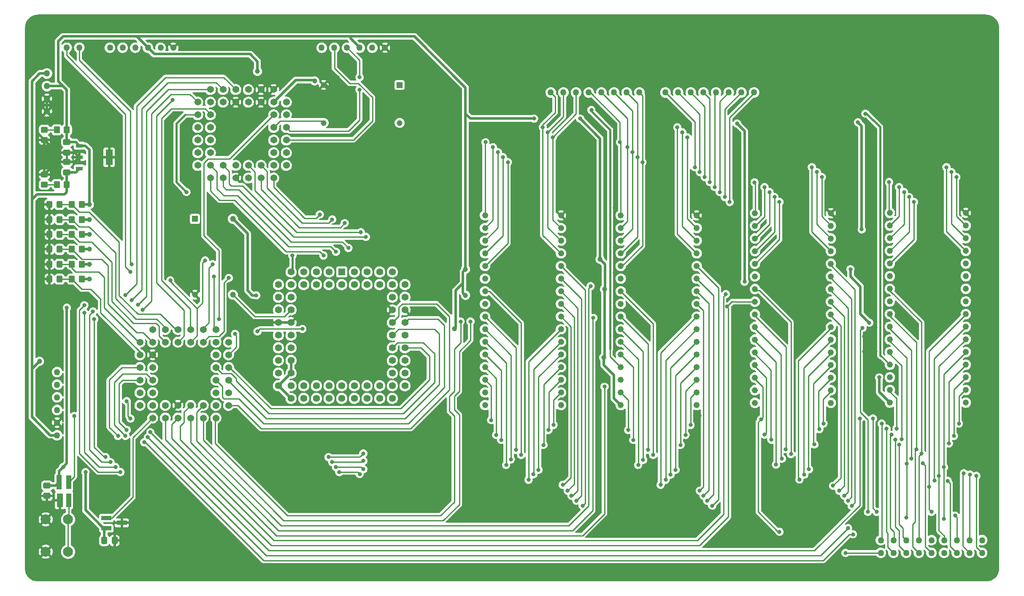
<source format=gbr>
%TF.GenerationSoftware,KiCad,Pcbnew,(6.0.0)*%
%TF.CreationDate,2024-06-19T13:28:13-04:00*%
%TF.ProjectId,MCD_Rev2,4d43445f-5265-4763-922e-6b696361645f,rev?*%
%TF.SameCoordinates,Original*%
%TF.FileFunction,Copper,L1,Top*%
%TF.FilePolarity,Positive*%
%FSLAX46Y46*%
G04 Gerber Fmt 4.6, Leading zero omitted, Abs format (unit mm)*
G04 Created by KiCad (PCBNEW (6.0.0)) date 2024-06-19 13:28:13*
%MOMM*%
%LPD*%
G01*
G04 APERTURE LIST*
G04 Aperture macros list*
%AMRoundRect*
0 Rectangle with rounded corners*
0 $1 Rounding radius*
0 $2 $3 $4 $5 $6 $7 $8 $9 X,Y pos of 4 corners*
0 Add a 4 corners polygon primitive as box body*
4,1,4,$2,$3,$4,$5,$6,$7,$8,$9,$2,$3,0*
0 Add four circle primitives for the rounded corners*
1,1,$1+$1,$2,$3*
1,1,$1+$1,$4,$5*
1,1,$1+$1,$6,$7*
1,1,$1+$1,$8,$9*
0 Add four rect primitives between the rounded corners*
20,1,$1+$1,$2,$3,$4,$5,0*
20,1,$1+$1,$4,$5,$6,$7,0*
20,1,$1+$1,$6,$7,$8,$9,0*
20,1,$1+$1,$8,$9,$2,$3,0*%
%AMOutline4P*
0 Free polygon, 4 corners , with rotation*
0 The origin of the aperture is its center*
0 number of corners: always 4*
0 $1 to $8 corner X, Y*
0 $9 Rotation angle, in degrees counterclockwise*
0 create outline with 4 corners*
4,1,4,$1,$2,$3,$4,$5,$6,$7,$8,$1,$2,$9*%
G04 Aperture macros list end*
%TA.AperFunction,ComponentPad*%
%ADD10C,1.270000*%
%TD*%
%TA.AperFunction,SMDPad,CuDef*%
%ADD11R,2.032000X0.965200*%
%TD*%
%TA.AperFunction,SMDPad,CuDef*%
%ADD12R,2.032000X0.878796*%
%TD*%
%TA.AperFunction,SMDPad,CuDef*%
%ADD13R,2.032000X0.878794*%
%TD*%
%TA.AperFunction,SMDPad,CuDef*%
%ADD14RoundRect,0.250000X-0.325000X-0.450000X0.325000X-0.450000X0.325000X0.450000X-0.325000X0.450000X0*%
%TD*%
%TA.AperFunction,ComponentPad*%
%ADD15C,1.244600*%
%TD*%
%TA.AperFunction,SMDPad,CuDef*%
%ADD16RoundRect,0.250000X0.350000X0.450000X-0.350000X0.450000X-0.350000X-0.450000X0.350000X-0.450000X0*%
%TD*%
%TA.AperFunction,SMDPad,CuDef*%
%ADD17RoundRect,0.250000X0.450000X-0.325000X0.450000X0.325000X-0.450000X0.325000X-0.450000X-0.325000X0*%
%TD*%
%TA.AperFunction,SMDPad,CuDef*%
%ADD18Outline4P,-0.500000X-1.400000X0.500000X-1.400000X0.500000X1.400000X-0.500000X1.400000X0.000000*%
%TD*%
%TA.AperFunction,SMDPad,CuDef*%
%ADD19R,1.000000X2.800000*%
%TD*%
%TA.AperFunction,SMDPad,CuDef*%
%ADD20R,1.200000X2.800000*%
%TD*%
%TA.AperFunction,ComponentPad*%
%ADD21C,2.000000*%
%TD*%
%TA.AperFunction,SMDPad,CuDef*%
%ADD22R,1.456400X3.099999*%
%TD*%
%TA.AperFunction,SMDPad,CuDef*%
%ADD23R,1.456400X0.800000*%
%TD*%
%TA.AperFunction,ComponentPad*%
%ADD24C,1.371600*%
%TD*%
%TA.AperFunction,SMDPad,CuDef*%
%ADD25RoundRect,0.250000X0.475000X-0.337500X0.475000X0.337500X-0.475000X0.337500X-0.475000X-0.337500X0*%
%TD*%
%TA.AperFunction,ComponentPad*%
%ADD26C,1.158000*%
%TD*%
%TA.AperFunction,ComponentPad*%
%ADD27R,1.158000X1.158000*%
%TD*%
%TA.AperFunction,SMDPad,CuDef*%
%ADD28RoundRect,0.250000X-0.475000X0.337500X-0.475000X-0.337500X0.475000X-0.337500X0.475000X0.337500X0*%
%TD*%
%TA.AperFunction,SMDPad,CuDef*%
%ADD29RoundRect,0.250000X-0.337500X-0.475000X0.337500X-0.475000X0.337500X0.475000X-0.337500X0.475000X0*%
%TD*%
%TA.AperFunction,SMDPad,CuDef*%
%ADD30RoundRect,0.250000X-0.450000X0.325000X-0.450000X-0.325000X0.450000X-0.325000X0.450000X0.325000X0*%
%TD*%
%TA.AperFunction,ComponentPad*%
%ADD31C,1.400000*%
%TD*%
%TA.AperFunction,ComponentPad*%
%ADD32R,1.400000X1.400000*%
%TD*%
%TA.AperFunction,ViaPad*%
%ADD33C,0.800000*%
%TD*%
%TA.AperFunction,ViaPad*%
%ADD34C,1.000000*%
%TD*%
%TA.AperFunction,Conductor*%
%ADD35C,0.500000*%
%TD*%
%TA.AperFunction,Conductor*%
%ADD36C,0.254000*%
%TD*%
%TA.AperFunction,Conductor*%
%ADD37C,0.250000*%
%TD*%
%TA.AperFunction,Conductor*%
%ADD38C,0.381000*%
%TD*%
G04 APERTURE END LIST*
D10*
%TO.P,J8,6,Pin_6*%
%TO.N,unconnected-(J8-Pad6)*%
X118167123Y-78570000D03*
%TO.P,J8,5,Pin_5*%
%TO.N,RXDB*%
X120707123Y-78570000D03*
%TO.P,J8,4,Pin_4*%
%TO.N,TXDB*%
X123247123Y-78570000D03*
%TO.P,J8,3,Pin_3*%
%TO.N,+5V*%
X125787123Y-78570000D03*
%TO.P,J8,2,Pin_2*%
%TO.N,unconnected-(J8-Pad2)*%
X128327123Y-78570000D03*
%TO.P,J8,1,Pin_1*%
%TO.N,GND*%
X130867123Y-78570000D03*
%TD*%
D11*
%TO.P,U10,3,VSS*%
%TO.N,GND*%
X120541123Y-174019200D03*
D12*
%TO.P,U10,2,VCC*%
%TO.N,+5V*%
X117442323Y-175086000D03*
D13*
%TO.P,U10,1,\u002ARST*%
%TO.N,SRESET*%
X117442323Y-173054000D03*
%TD*%
D14*
%TO.P,D5,2,A*%
%TO.N,LED3*%
X108067123Y-119070000D03*
%TO.P,D5,1,K*%
%TO.N,GND*%
X106017123Y-119070000D03*
%TD*%
D15*
%TO.P,U4,32,VDD*%
%TO.N,+5V*%
X193427123Y-150370000D03*
%TO.P,U4,31,\u002AWE*%
X193427123Y-147830000D03*
%TO.P,U4,30,A17*%
%TO.N,A18*%
X193427123Y-145290000D03*
%TO.P,U4,29,A14*%
%TO.N,A15*%
X193427123Y-142750000D03*
%TO.P,U4,28,A13*%
%TO.N,A14*%
X193427123Y-140210000D03*
%TO.P,U4,27,A8*%
%TO.N,A9*%
X193427123Y-137670000D03*
%TO.P,U4,26,A9*%
%TO.N,A10*%
X193427123Y-135130000D03*
%TO.P,U4,25,A11*%
%TO.N,A12*%
X193427123Y-132590000D03*
%TO.P,U4,24,\u002AOE*%
%TO.N,ROMLOE*%
X193427123Y-130050000D03*
%TO.P,U4,23,A10*%
%TO.N,A11*%
X193427123Y-127510000D03*
%TO.P,U4,22,\u002ACE*%
%TO.N,ROMLCE*%
X193427123Y-124970000D03*
%TO.P,U4,21,DQ7*%
%TO.N,D7*%
X193427123Y-122430000D03*
%TO.P,U4,20,DQ6*%
%TO.N,D6*%
X193427123Y-119890000D03*
%TO.P,U4,19,DQ5*%
%TO.N,D5*%
X193427123Y-117350000D03*
%TO.P,U4,18,DQ4*%
%TO.N,D4*%
X193427123Y-114810000D03*
%TO.P,U4,17,DQ3*%
%TO.N,D3*%
X193427123Y-112270000D03*
%TO.P,U4,16,VSS*%
%TO.N,GND*%
X208667123Y-112270000D03*
%TO.P,U4,15,DQ2*%
%TO.N,D2*%
X208667123Y-114810000D03*
%TO.P,U4,14,DQ1*%
%TO.N,D1*%
X208667123Y-117350000D03*
%TO.P,U4,13,DQ0*%
%TO.N,D0*%
X208667123Y-119890000D03*
%TO.P,U4,12,A0*%
%TO.N,A1*%
X208667123Y-122430000D03*
%TO.P,U4,11,A1*%
%TO.N,A2*%
X208667123Y-124970000D03*
%TO.P,U4,10,A2*%
%TO.N,A3*%
X208667123Y-127510000D03*
%TO.P,U4,9,A3*%
%TO.N,A4*%
X208667123Y-130050000D03*
%TO.P,U4,8,A4*%
%TO.N,A5*%
X208667123Y-132590000D03*
%TO.P,U4,7,A5*%
%TO.N,A6*%
X208667123Y-135130000D03*
%TO.P,U4,6,A6*%
%TO.N,A7*%
X208667123Y-137670000D03*
%TO.P,U4,5,A7*%
%TO.N,A8*%
X208667123Y-140210000D03*
%TO.P,U4,4,A12*%
%TO.N,A13*%
X208667123Y-142750000D03*
%TO.P,U4,3,A15*%
%TO.N,A16*%
X208667123Y-145290000D03*
%TO.P,U4,2,A16*%
%TO.N,A17*%
X208667123Y-147830000D03*
%TO.P,U4,1,NC*%
%TO.N,unconnected-(U4-Pad1)*%
X208667123Y-150370000D03*
%TD*%
D16*
%TO.P,R21,2*%
%TO.N,LED4*%
X110517123Y-122070000D03*
%TO.P,R21,1*%
%TO.N,+5V*%
X112517123Y-122070000D03*
%TD*%
D17*
%TO.P,D1,2,A*%
%TO.N,/5V_LED*%
X105017123Y-95045000D03*
%TO.P,D1,1,K*%
%TO.N,GND*%
X105017123Y-97095000D03*
%TD*%
D10*
%TO.P,J4,4,Pin_4*%
%TO.N,GND*%
X105517123Y-91380000D03*
%TO.P,J4,3,Pin_3*%
X105517123Y-88840000D03*
%TO.P,J4,2,Pin_2*%
%TO.N,+5V*%
X105517123Y-86300000D03*
%TO.P,J4,1,Pin_1*%
%TO.N,+3V3*%
X105517123Y-83760000D03*
%TD*%
D18*
%TO.P,U8,4,VCC*%
%TO.N,+5V*%
X107967123Y-165870000D03*
D19*
%TO.P,U8,3,OUT*%
%TO.N,BRESET*%
X109867123Y-165870000D03*
%TO.P,U8,2,IN*%
%TO.N,/SW_IN*%
X109867123Y-169470000D03*
D20*
%TO.P,U8,1,GND*%
%TO.N,GND*%
X108147123Y-169470000D03*
%TD*%
D15*
%TO.P,U3,32,VCC*%
%TO.N,+5V*%
X274667123Y-149870000D03*
%TO.P,U3,31,A15*%
%TO.N,A16*%
X274667123Y-147330000D03*
%TO.P,U3,30,CE2*%
%TO.N,RAMHCE2*%
X274667123Y-144790000D03*
%TO.P,U3,29,~{WE}*%
%TO.N,R{slash}W*%
X274667123Y-142250000D03*
%TO.P,U3,28,A13*%
%TO.N,A14*%
X274667123Y-139710000D03*
%TO.P,U3,27,A8*%
%TO.N,A9*%
X274667123Y-137170000D03*
%TO.P,U3,26,A9*%
%TO.N,A10*%
X274667123Y-134630000D03*
%TO.P,U3,25,A11*%
%TO.N,A12*%
X274667123Y-132090000D03*
%TO.P,U3,24,~{OE}*%
%TO.N,RAMHOE*%
X274667123Y-129550000D03*
%TO.P,U3,23,A10*%
%TO.N,A11*%
X274667123Y-127010000D03*
%TO.P,U3,22,~{CE}*%
%TO.N,RAMHCE*%
X274667123Y-124470000D03*
%TO.P,U3,21,DQ7*%
%TO.N,D15*%
X274667123Y-121930000D03*
%TO.P,U3,20,DQ6*%
%TO.N,D14*%
X274667123Y-119390000D03*
%TO.P,U3,19,DQ5*%
%TO.N,D13*%
X274667123Y-116850000D03*
%TO.P,U3,18,DQ4*%
%TO.N,D12*%
X274667123Y-114310000D03*
%TO.P,U3,17,DQ3*%
%TO.N,D11*%
X274667123Y-111770000D03*
%TO.P,U3,16,VSS*%
%TO.N,GND*%
X289907123Y-111770000D03*
%TO.P,U3,15,DQ2*%
%TO.N,D10*%
X289907123Y-114310000D03*
%TO.P,U3,14,DQ1*%
%TO.N,D9*%
X289907123Y-116850000D03*
%TO.P,U3,13,DQ0*%
%TO.N,D8*%
X289907123Y-119390000D03*
%TO.P,U3,12,A0*%
%TO.N,A1*%
X289907123Y-121930000D03*
%TO.P,U3,11,A1*%
%TO.N,A2*%
X289907123Y-124470000D03*
%TO.P,U3,10,A2*%
%TO.N,A3*%
X289907123Y-127010000D03*
%TO.P,U3,9,A3*%
%TO.N,A4*%
X289907123Y-129550000D03*
%TO.P,U3,8,A4*%
%TO.N,A5*%
X289907123Y-132090000D03*
%TO.P,U3,7,A5*%
%TO.N,A6*%
X289907123Y-134630000D03*
%TO.P,U3,6,A6*%
%TO.N,A7*%
X289907123Y-137170000D03*
%TO.P,U3,5,A7*%
%TO.N,A8*%
X289907123Y-139710000D03*
%TO.P,U3,4,A12*%
%TO.N,A13*%
X289907123Y-142250000D03*
%TO.P,U3,3,A14*%
%TO.N,A15*%
X289907123Y-144790000D03*
%TO.P,U3,2,A16*%
%TO.N,A17*%
X289907123Y-147330000D03*
%TO.P,U3,1,NC*%
%TO.N,unconnected-(U3-Pad1)*%
X289907123Y-149870000D03*
%TD*%
D21*
%TO.P,SW1,2,2*%
%TO.N,/SW_IN*%
X109767123Y-173320000D03*
X109767123Y-179820000D03*
%TO.P,SW1,1,1*%
%TO.N,GND*%
X105267123Y-179820000D03*
X105267123Y-173320000D03*
%TD*%
D10*
%TO.P,J5,6,Pin_6*%
%TO.N,TMS*%
X107567123Y-143720000D03*
%TO.P,J5,5,Pin_5*%
%TO.N,TDI*%
X107567123Y-146260000D03*
%TO.P,J5,4,Pin_4*%
%TO.N,TDO*%
X107567123Y-148800000D03*
%TO.P,J5,3,Pin_3*%
%TO.N,TCK*%
X107567123Y-151340000D03*
%TO.P,J5,2,Pin_2*%
%TO.N,GND*%
X107567123Y-153880000D03*
%TO.P,J5,1,Pin_1*%
%TO.N,+3V3*%
X107567123Y-156420000D03*
%TD*%
D15*
%TO.P,U5,32,VDD*%
%TO.N,+5V*%
X247597123Y-149910000D03*
%TO.P,U5,31,\u002AWE*%
X247597123Y-147370000D03*
%TO.P,U5,30,A17*%
%TO.N,A18*%
X247597123Y-144830000D03*
%TO.P,U5,29,A14*%
%TO.N,A15*%
X247597123Y-142290000D03*
%TO.P,U5,28,A13*%
%TO.N,A14*%
X247597123Y-139750000D03*
%TO.P,U5,27,A8*%
%TO.N,A9*%
X247597123Y-137210000D03*
%TO.P,U5,26,A9*%
%TO.N,A10*%
X247597123Y-134670000D03*
%TO.P,U5,25,A11*%
%TO.N,A12*%
X247597123Y-132130000D03*
%TO.P,U5,24,\u002AOE*%
%TO.N,ROMHOE*%
X247597123Y-129590000D03*
%TO.P,U5,23,A10*%
%TO.N,A11*%
X247597123Y-127050000D03*
%TO.P,U5,22,\u002ACE*%
%TO.N,ROMHCE*%
X247597123Y-124510000D03*
%TO.P,U5,21,DQ7*%
%TO.N,D15*%
X247597123Y-121970000D03*
%TO.P,U5,20,DQ6*%
%TO.N,D14*%
X247597123Y-119430000D03*
%TO.P,U5,19,DQ5*%
%TO.N,D13*%
X247597123Y-116890000D03*
%TO.P,U5,18,DQ4*%
%TO.N,D12*%
X247597123Y-114350000D03*
%TO.P,U5,17,DQ3*%
%TO.N,D11*%
X247597123Y-111810000D03*
%TO.P,U5,16,VSS*%
%TO.N,GND*%
X262837123Y-111810000D03*
%TO.P,U5,15,DQ2*%
%TO.N,D10*%
X262837123Y-114350000D03*
%TO.P,U5,14,DQ1*%
%TO.N,D9*%
X262837123Y-116890000D03*
%TO.P,U5,13,DQ0*%
%TO.N,D8*%
X262837123Y-119430000D03*
%TO.P,U5,12,A0*%
%TO.N,A1*%
X262837123Y-121970000D03*
%TO.P,U5,11,A1*%
%TO.N,A2*%
X262837123Y-124510000D03*
%TO.P,U5,10,A2*%
%TO.N,A3*%
X262837123Y-127050000D03*
%TO.P,U5,9,A3*%
%TO.N,A4*%
X262837123Y-129590000D03*
%TO.P,U5,8,A4*%
%TO.N,A5*%
X262837123Y-132130000D03*
%TO.P,U5,7,A5*%
%TO.N,A6*%
X262837123Y-134670000D03*
%TO.P,U5,6,A6*%
%TO.N,A7*%
X262837123Y-137210000D03*
%TO.P,U5,5,A7*%
%TO.N,A8*%
X262837123Y-139750000D03*
%TO.P,U5,4,A12*%
%TO.N,A13*%
X262837123Y-142290000D03*
%TO.P,U5,3,A15*%
%TO.N,A16*%
X262837123Y-144830000D03*
%TO.P,U5,2,A16*%
%TO.N,A17*%
X262837123Y-147370000D03*
%TO.P,U5,1,NC*%
%TO.N,unconnected-(U5-Pad1)*%
X262837123Y-149910000D03*
%TD*%
%TO.P,U2,32,VCC*%
%TO.N,+5V*%
X220667123Y-150370000D03*
%TO.P,U2,31,A15*%
%TO.N,A16*%
X220667123Y-147830000D03*
%TO.P,U2,30,CE2*%
%TO.N,RAMLCE2*%
X220667123Y-145290000D03*
%TO.P,U2,29,~{WE}*%
%TO.N,R{slash}W*%
X220667123Y-142750000D03*
%TO.P,U2,28,A13*%
%TO.N,A14*%
X220667123Y-140210000D03*
%TO.P,U2,27,A8*%
%TO.N,A9*%
X220667123Y-137670000D03*
%TO.P,U2,26,A9*%
%TO.N,A10*%
X220667123Y-135130000D03*
%TO.P,U2,25,A11*%
%TO.N,A12*%
X220667123Y-132590000D03*
%TO.P,U2,24,~{OE}*%
%TO.N,RAMLOE*%
X220667123Y-130050000D03*
%TO.P,U2,23,A10*%
%TO.N,A11*%
X220667123Y-127510000D03*
%TO.P,U2,22,~{CE}*%
%TO.N,RAMLCE*%
X220667123Y-124970000D03*
%TO.P,U2,21,DQ7*%
%TO.N,D7*%
X220667123Y-122430000D03*
%TO.P,U2,20,DQ6*%
%TO.N,D6*%
X220667123Y-119890000D03*
%TO.P,U2,19,DQ5*%
%TO.N,D5*%
X220667123Y-117350000D03*
%TO.P,U2,18,DQ4*%
%TO.N,D4*%
X220667123Y-114810000D03*
%TO.P,U2,17,DQ3*%
%TO.N,D3*%
X220667123Y-112270000D03*
%TO.P,U2,16,VSS*%
%TO.N,GND*%
X235907123Y-112270000D03*
%TO.P,U2,15,DQ2*%
%TO.N,D2*%
X235907123Y-114810000D03*
%TO.P,U2,14,DQ1*%
%TO.N,D1*%
X235907123Y-117350000D03*
%TO.P,U2,13,DQ0*%
%TO.N,D0*%
X235907123Y-119890000D03*
%TO.P,U2,12,A0*%
%TO.N,A1*%
X235907123Y-122430000D03*
%TO.P,U2,11,A1*%
%TO.N,A2*%
X235907123Y-124970000D03*
%TO.P,U2,10,A2*%
%TO.N,A3*%
X235907123Y-127510000D03*
%TO.P,U2,9,A3*%
%TO.N,A4*%
X235907123Y-130050000D03*
%TO.P,U2,8,A4*%
%TO.N,A5*%
X235907123Y-132590000D03*
%TO.P,U2,7,A5*%
%TO.N,A6*%
X235907123Y-135130000D03*
%TO.P,U2,6,A6*%
%TO.N,A7*%
X235907123Y-137670000D03*
%TO.P,U2,5,A7*%
%TO.N,A8*%
X235907123Y-140210000D03*
%TO.P,U2,4,A12*%
%TO.N,A13*%
X235907123Y-142750000D03*
%TO.P,U2,3,A14*%
%TO.N,A15*%
X235907123Y-145290000D03*
%TO.P,U2,2,A16*%
%TO.N,A17*%
X235907123Y-147830000D03*
%TO.P,U2,1,NC*%
%TO.N,unconnected-(U2-Pad1)*%
X235907123Y-150370000D03*
%TD*%
D14*
%TO.P,D4,2,A*%
%TO.N,LED2*%
X108067123Y-116070000D03*
%TO.P,D4,1,K*%
%TO.N,GND*%
X106017123Y-116070000D03*
%TD*%
D16*
%TO.P,R23,2*%
%TO.N,/3V3_LED*%
X107517123Y-106070000D03*
%TO.P,R23,1*%
%TO.N,+3V3*%
X109517123Y-106070000D03*
%TD*%
D22*
%TO.P,U7,4,EPAD*%
%TO.N,GND*%
X117991323Y-100570000D03*
D23*
%TO.P,U7,3,VOUT*%
%TO.N,+3V3*%
X112042923Y-102870000D03*
%TO.P,U7,2,GND*%
%TO.N,GND*%
X112042923Y-100570000D03*
%TO.P,U7,1,VIN*%
%TO.N,+5V*%
X112042923Y-98270000D03*
%TD*%
D24*
%TO.P,U6,44,VCC*%
%TO.N,+5V*%
X145937123Y-86980000D03*
%TO.P,U6,43,IP4*%
%TO.N,GND*%
X148477123Y-89520000D03*
%TO.P,U6,42,IP5*%
X148477123Y-86980000D03*
%TO.P,U6,41,\u002AIACK*%
%TO.N,+5V*%
X151017123Y-89520000D03*
%TO.P,U6,40,IP2*%
%TO.N,GND*%
X151017123Y-86980000D03*
%TO.P,U6,39,CS*%
%TO.N,DUARTCS*%
X153557123Y-89520000D03*
%TO.P,U6,38,\u002ARESET*%
%TO.N,RESET*%
X151017123Y-92060000D03*
%TO.P,U6,37,X2*%
%TO.N,unconnected-(U6-Pad37)*%
X153557123Y-92060000D03*
%TO.P,U6,36,X1/CLK*%
%TO.N,/DUART_CLK*%
X151017123Y-94600000D03*
%TO.P,U6,35,RXDA*%
%TO.N,TXDA*%
X153557123Y-94600000D03*
%TO.P,U6,34,NC*%
%TO.N,unconnected-(U6-Pad34)*%
X151017123Y-97140000D03*
%TO.P,U6,33,TXDA*%
%TO.N,RXDA*%
X153557123Y-97140000D03*
%TO.P,U6,32,OP0*%
%TO.N,unconnected-(U6-Pad32)*%
X151017123Y-99680000D03*
%TO.P,U6,31,OP2*%
%TO.N,unconnected-(U6-Pad31)*%
X153557123Y-99680000D03*
%TO.P,U6,30,OP4*%
%TO.N,unconnected-(U6-Pad30)*%
X151017123Y-102220000D03*
%TO.P,U6,29,OP6*%
%TO.N,unconnected-(U6-Pad29)*%
X153557123Y-102220000D03*
%TO.P,U6,28,D0*%
%TO.N,D0*%
X151017123Y-104760000D03*
%TO.P,U6,27,D2*%
%TO.N,D2*%
X148477123Y-102220000D03*
%TO.P,U6,26,D4*%
%TO.N,D4*%
X148477123Y-104760000D03*
%TO.P,U6,25,D6*%
%TO.N,D6*%
X145937123Y-102220000D03*
%TO.P,U6,24,INTR*%
%TO.N,unconnected-(U6-Pad24)*%
X145937123Y-104760000D03*
%TO.P,U6,23,NC*%
%TO.N,unconnected-(U6-Pad23)*%
X143397123Y-102220000D03*
%TO.P,U6,22,GND*%
%TO.N,GND*%
X143397123Y-104760000D03*
%TO.P,U6,21,D7*%
%TO.N,D7*%
X140857123Y-102220000D03*
%TO.P,U6,20,D5*%
%TO.N,D5*%
X140857123Y-104760000D03*
%TO.P,U6,19,D3*%
%TO.N,D3*%
X138317123Y-102220000D03*
%TO.P,U6,18,D1*%
%TO.N,D1*%
X138317123Y-104760000D03*
%TO.P,U6,17,OP7*%
%TO.N,unconnected-(U6-Pad17)*%
X135777123Y-102220000D03*
%TO.P,U6,16,OP5*%
%TO.N,unconnected-(U6-Pad16)*%
X138317123Y-99680000D03*
%TO.P,U6,15,OP3*%
%TO.N,unconnected-(U6-Pad15)*%
X135777123Y-99680000D03*
%TO.P,U6,14,OP1*%
%TO.N,unconnected-(U6-Pad14)*%
X138317123Y-97140000D03*
%TO.P,U6,13,TXDB*%
%TO.N,RXDB*%
X135777123Y-97140000D03*
%TO.P,U6,12,NC*%
%TO.N,unconnected-(U6-Pad12)*%
X138317123Y-94600000D03*
%TO.P,U6,11,RXDB*%
%TO.N,TXDB*%
X135777123Y-94600000D03*
%TO.P,U6,10,\u002ADTAK*%
%TO.N,DUART_DTACK*%
X138317123Y-92060000D03*
%TO.P,U6,9,\u002AR/\u002AW*%
%TO.N,R{slash}W*%
X135777123Y-92060000D03*
%TO.P,U6,8,IP0*%
%TO.N,Net-(U6-Pad8)*%
X138317123Y-89520000D03*
%TO.P,U6,7,A4*%
%TO.N,A4*%
X135777123Y-89520000D03*
%TO.P,U6,6,A3*%
%TO.N,A3*%
X138317123Y-86980000D03*
%TO.P,U6,5,IP1*%
%TO.N,Net-(U6-Pad5)*%
X140857123Y-89520000D03*
%TO.P,U6,4,A2*%
%TO.N,A2*%
X140857123Y-86980000D03*
%TO.P,U6,3,IP3*%
%TO.N,GND*%
X143397123Y-89520000D03*
%TO.P,U6,2,A1*%
%TO.N,A1*%
X143397123Y-86980000D03*
%TO.P,U6,1,NC*%
%TO.N,unconnected-(U6-Pad1)*%
X145937123Y-89520000D03*
%TD*%
D14*
%TO.P,D7,2,A*%
%TO.N,LED5*%
X108067123Y-125070000D03*
%TO.P,D7,1,K*%
%TO.N,GND*%
X106017123Y-125070000D03*
%TD*%
D10*
%TO.P,J3,18,Pin_18*%
%TO.N,A18*%
X272857123Y-180041105D03*
%TO.P,J3,17,Pin_17*%
%TO.N,A17*%
X272857123Y-177501105D03*
%TO.P,J3,16,Pin_16*%
%TO.N,A16*%
X275397123Y-180041105D03*
%TO.P,J3,15,Pin_15*%
%TO.N,A15*%
X275397123Y-177501105D03*
%TO.P,J3,14,Pin_14*%
%TO.N,A14*%
X277937123Y-180041105D03*
%TO.P,J3,13,Pin_13*%
%TO.N,A13*%
X277937123Y-177501105D03*
%TO.P,J3,12,Pin_12*%
%TO.N,A12*%
X280477123Y-180041105D03*
%TO.P,J3,11,Pin_11*%
%TO.N,A11*%
X280477123Y-177501105D03*
%TO.P,J3,10,Pin_10*%
%TO.N,A10*%
X283017123Y-180041105D03*
%TO.P,J3,9,Pin_9*%
%TO.N,A9*%
X283017123Y-177501105D03*
%TO.P,J3,8,Pin_8*%
%TO.N,A8*%
X285557123Y-180041105D03*
%TO.P,J3,7,Pin_7*%
%TO.N,A7*%
X285557123Y-177501105D03*
%TO.P,J3,6,Pin_6*%
%TO.N,A6*%
X288097123Y-180041105D03*
%TO.P,J3,5,Pin_5*%
%TO.N,A5*%
X288097123Y-177501105D03*
%TO.P,J3,4,Pin_4*%
%TO.N,A4*%
X290637123Y-180041105D03*
%TO.P,J3,3,Pin_3*%
%TO.N,A3*%
X290637123Y-177501105D03*
%TO.P,J3,2,Pin_2*%
%TO.N,A2*%
X293177123Y-180041105D03*
%TO.P,J3,1,Pin_1*%
%TO.N,A1*%
X293177123Y-177501105D03*
%TD*%
D25*
%TO.P,C19,2*%
%TO.N,GND*%
X109517123Y-101532500D03*
%TO.P,C19,1*%
%TO.N,+3V3*%
X109517123Y-103607500D03*
%TD*%
D26*
%TO.P,Y1,14,+VDC*%
%TO.N,+5V*%
X176287123Y-93680000D03*
%TO.P,Y1,8,OUTPUT*%
%TO.N,/DUART_CLK*%
X161047123Y-93680000D03*
%TO.P,Y1,7,CASE_GND*%
%TO.N,GND*%
X161047123Y-86060000D03*
D27*
%TO.P,Y1,1*%
%TO.N,N/C*%
X176287123Y-86060000D03*
%TD*%
D14*
%TO.P,D2,2,A*%
%TO.N,LED0*%
X108042123Y-110070000D03*
%TO.P,D2,1,K*%
%TO.N,GND*%
X105992123Y-110070000D03*
%TD*%
D10*
%TO.P,J1,8,Pin_8*%
%TO.N,D7*%
X224407123Y-87570000D03*
%TO.P,J1,7,Pin_7*%
%TO.N,D6*%
X221867123Y-87570000D03*
%TO.P,J1,6,Pin_6*%
%TO.N,D5*%
X219327123Y-87570000D03*
%TO.P,J1,5,Pin_5*%
%TO.N,D4*%
X216787123Y-87570000D03*
%TO.P,J1,4,Pin_4*%
%TO.N,D3*%
X214247123Y-87570000D03*
%TO.P,J1,3,Pin_3*%
%TO.N,D2*%
X211707123Y-87570000D03*
%TO.P,J1,2,Pin_2*%
%TO.N,D1*%
X209167123Y-87570000D03*
%TO.P,J1,1,Pin_1*%
%TO.N,D0*%
X206627123Y-87570000D03*
%TD*%
D16*
%TO.P,R22,2*%
%TO.N,LED5*%
X110517123Y-125070000D03*
%TO.P,R22,1*%
%TO.N,+5V*%
X112517123Y-125070000D03*
%TD*%
%TO.P,R18,2*%
%TO.N,LED1*%
X110517123Y-113070000D03*
%TO.P,R18,1*%
%TO.N,+5V*%
X112517123Y-113070000D03*
%TD*%
D28*
%TO.P,C21,2*%
%TO.N,GND*%
X105517123Y-168607500D03*
%TO.P,C21,1*%
%TO.N,+5V*%
X105517123Y-166532500D03*
%TD*%
D16*
%TO.P,R17,2*%
%TO.N,LED0*%
X110492123Y-110070000D03*
%TO.P,R17,1*%
%TO.N,+5V*%
X112492123Y-110070000D03*
%TD*%
%TO.P,R19,2*%
%TO.N,LED2*%
X110517123Y-116070000D03*
%TO.P,R19,1*%
%TO.N,+5V*%
X112517123Y-116070000D03*
%TD*%
%TO.P,R20,2*%
%TO.N,LED3*%
X110517123Y-119070000D03*
%TO.P,R20,1*%
%TO.N,+5V*%
X112517123Y-119070000D03*
%TD*%
D24*
%TO.P,U1,44,I/O_28*%
%TO.N,DUART_DTACK*%
X134337123Y-135180000D03*
%TO.P,U1,43,I/O_27*%
%TO.N,LDS*%
X136877123Y-137720000D03*
%TO.P,U1,42,I/O/GTS1*%
%TO.N,UDS*%
X136877123Y-135180000D03*
%TO.P,U1,41,VCCINT_3.3V_2*%
%TO.N,+3V3*%
X139417123Y-137720000D03*
%TO.P,U1,40,I/O/GTS2*%
%TO.N,CPLD_DTACK*%
X139417123Y-135180000D03*
%TO.P,U1,39,I/O/GSR*%
%TO.N,HALT*%
X141957123Y-137720000D03*
%TO.P,U1,38,I/O_26*%
%TO.N,BERR*%
X139417123Y-140260000D03*
%TO.P,U1,37,I/O_25*%
%TO.N,RESET*%
X141957123Y-140260000D03*
%TO.P,U1,36,I/O_24*%
%TO.N,A20*%
X139417123Y-142800000D03*
%TO.P,U1,35,I/O_23*%
%TO.N,A19*%
X141957123Y-142800000D03*
%TO.P,U1,34,I/O_22*%
%TO.N,A22*%
X139417123Y-145340000D03*
%TO.P,U1,33,I/O_21*%
%TO.N,A21*%
X141957123Y-145340000D03*
%TO.P,U1,32,VCCIO_2.5V/3.3V*%
%TO.N,+3V3*%
X139417123Y-147880000D03*
%TO.P,U1,31,GND_3*%
%TO.N,GND*%
X141957123Y-147880000D03*
%TO.P,U1,30,TDO*%
%TO.N,TDO*%
X139417123Y-150420000D03*
%TO.P,U1,29,I/O_20*%
%TO.N,A23*%
X141957123Y-150420000D03*
%TO.P,U1,28,I/O_19*%
%TO.N,ROMLCE*%
X139417123Y-152960000D03*
%TO.P,U1,27,I/O_18*%
%TO.N,RAMLCE*%
X136877123Y-150420000D03*
%TO.P,U1,26,I/O_17*%
%TO.N,ROMLOE*%
X136877123Y-152960000D03*
%TO.P,U1,25,I/O_16*%
%TO.N,RAMLCE2*%
X134337123Y-150420000D03*
%TO.P,U1,24,I/O_15*%
%TO.N,RAMLOE*%
X134337123Y-152960000D03*
%TO.P,U1,23,GND_2*%
%TO.N,GND*%
X131797123Y-150420000D03*
%TO.P,U1,22,I/O_14*%
%TO.N,ROMHCE*%
X131797123Y-152960000D03*
%TO.P,U1,21,VCCINT_3.3V_1*%
%TO.N,+3V3*%
X129257123Y-150420000D03*
%TO.P,U1,20,I/O_13*%
%TO.N,ROMHOE*%
X129257123Y-152960000D03*
%TO.P,U1,19,I/O_12*%
%TO.N,BRESET*%
X126717123Y-150420000D03*
%TO.P,U1,18,I/O_11*%
%TO.N,SRESET*%
X126717123Y-152960000D03*
%TO.P,U1,17,TCK*%
%TO.N,TCK*%
X124177123Y-150420000D03*
%TO.P,U1,16,TMS*%
%TO.N,TMS*%
X126717123Y-147880000D03*
%TO.P,U1,15,TDI*%
%TO.N,TDI*%
X124177123Y-147880000D03*
%TO.P,U1,14,I/O_10*%
%TO.N,RAMHOE*%
X126717123Y-145340000D03*
%TO.P,U1,13,I/O_9*%
%TO.N,RAMHCE*%
X124177123Y-145340000D03*
%TO.P,U1,12,I/O_8*%
%TO.N,unconnected-(U1-Pad12)*%
X126717123Y-142800000D03*
%TO.P,U1,11,I/O_7*%
%TO.N,RAMHCE2*%
X124177123Y-142800000D03*
%TO.P,U1,10,GND_1*%
%TO.N,GND*%
X126717123Y-140260000D03*
%TO.P,U1,9,I/O_6*%
%TO.N,LED5*%
X124177123Y-140260000D03*
%TO.P,U1,8,I/O_5*%
%TO.N,LED3*%
X126717123Y-137720000D03*
%TO.P,U1,7,I/O/GCK3*%
%TO.N,LED4*%
X124177123Y-137720000D03*
%TO.P,U1,6,I/O/GCK2*%
%TO.N,CLK*%
X126717123Y-135180000D03*
%TO.P,U1,5,I/O/GCK1*%
%TO.N,LED2*%
X129257123Y-137720000D03*
%TO.P,U1,4,I/O_4*%
%TO.N,LED1*%
X129257123Y-135180000D03*
%TO.P,U1,3,I/O_3*%
%TO.N,DUARTCS*%
X131797123Y-137720000D03*
%TO.P,U1,2,I/O_2*%
%TO.N,LED0*%
X131797123Y-135180000D03*
%TO.P,U1,1,I/O_1*%
%TO.N,AS*%
X134337123Y-137720000D03*
%TD*%
D26*
%TO.P,Y2,14,+VDC*%
%TO.N,+5V*%
X142827123Y-112950000D03*
%TO.P,Y2,8,OUTPUT*%
%TO.N,CLK*%
X142827123Y-128190000D03*
%TO.P,Y2,7,CASE_GND*%
%TO.N,GND*%
X135207123Y-128190000D03*
D27*
%TO.P,Y2,1*%
%TO.N,N/C*%
X135207123Y-112950000D03*
%TD*%
D10*
%TO.P,J6,2,Pin_2*%
%TO.N,CPLD_DTACK*%
X112017123Y-78570000D03*
%TO.P,J6,1,Pin_1*%
%TO.N,AS*%
X109477123Y-78570000D03*
%TD*%
D28*
%TO.P,C18,2*%
%TO.N,GND*%
X109517123Y-99607500D03*
%TO.P,C18,1*%
%TO.N,+5V*%
X109517123Y-97532500D03*
%TD*%
D10*
%TO.P,J2,8,Pin_8*%
%TO.N,D15*%
X247407123Y-87570000D03*
%TO.P,J2,7,Pin_7*%
%TO.N,D14*%
X244867123Y-87570000D03*
%TO.P,J2,6,Pin_6*%
%TO.N,D13*%
X242327123Y-87570000D03*
%TO.P,J2,5,Pin_5*%
%TO.N,D12*%
X239787123Y-87570000D03*
%TO.P,J2,4,Pin_4*%
%TO.N,D11*%
X237247123Y-87570000D03*
%TO.P,J2,3,Pin_3*%
%TO.N,D10*%
X234707123Y-87570000D03*
%TO.P,J2,2,Pin_2*%
%TO.N,D9*%
X232167123Y-87570000D03*
%TO.P,J2,1,Pin_1*%
%TO.N,D8*%
X229627123Y-87570000D03*
%TD*%
D29*
%TO.P,C20,2*%
%TO.N,GND*%
X119092123Y-177570000D03*
%TO.P,C20,1*%
%TO.N,+5V*%
X117017123Y-177570000D03*
%TD*%
D14*
%TO.P,D3,2,A*%
%TO.N,LED1*%
X108067123Y-113070000D03*
%TO.P,D3,1,K*%
%TO.N,GND*%
X106017123Y-113070000D03*
%TD*%
D30*
%TO.P,D8,2,A*%
%TO.N,/3V3_LED*%
X105017123Y-106095000D03*
%TO.P,D8,1,K*%
%TO.N,GND*%
X105017123Y-104045000D03*
%TD*%
D16*
%TO.P,R16,2*%
%TO.N,/5V_LED*%
X107517123Y-95070000D03*
%TO.P,R16,1*%
%TO.N,+5V*%
X109517123Y-95070000D03*
%TD*%
D31*
%TO.P,U9,68,D5*%
%TO.N,D5*%
X167207633Y-126170000D03*
%TO.P,U9,67,D6*%
%TO.N,D6*%
X167207633Y-123630000D03*
%TO.P,U9,66,D7*%
%TO.N,D7*%
X169747633Y-126170000D03*
%TO.P,U9,65,D8*%
%TO.N,D8*%
X169747633Y-123630000D03*
%TO.P,U9,64,D9*%
%TO.N,D9*%
X172287633Y-126170000D03*
%TO.P,U9,63,D10*%
%TO.N,D10*%
X172287633Y-123630000D03*
%TO.P,U9,62,D11*%
%TO.N,D11*%
X174827633Y-126170000D03*
%TO.P,U9,61,D12*%
%TO.N,D12*%
X174827633Y-123630000D03*
%TO.P,U9,60,D13*%
%TO.N,D13*%
X177367633Y-126170000D03*
%TO.P,U9,59,D14*%
%TO.N,D14*%
X174827633Y-128710000D03*
%TO.P,U9,58,D15*%
%TO.N,D15*%
X177367633Y-128710000D03*
%TO.P,U9,57,GND*%
%TO.N,GND*%
X174827633Y-131250000D03*
%TO.P,U9,56,GND*%
X177367633Y-131250000D03*
%TO.P,U9,55,A23*%
%TO.N,A23*%
X174827633Y-133790000D03*
%TO.P,U9,54,A22*%
%TO.N,A22*%
X177367633Y-133790000D03*
%TO.P,U9,53,A21*%
%TO.N,A21*%
X174827633Y-136330000D03*
%TO.P,U9,52,VCC*%
%TO.N,+5V*%
X177367633Y-136330000D03*
%TO.P,U9,51,A20*%
%TO.N,A20*%
X174827633Y-138870000D03*
%TO.P,U9,50,A19*%
%TO.N,A19*%
X177367633Y-138870000D03*
%TO.P,U9,49,A18*%
%TO.N,A18*%
X174827633Y-141410000D03*
%TO.P,U9,48,A17*%
%TO.N,A17*%
X177367633Y-141410000D03*
%TO.P,U9,47,A16*%
%TO.N,A16*%
X174827633Y-143950000D03*
%TO.P,U9,46,A15*%
%TO.N,A15*%
X177367633Y-143950000D03*
%TO.P,U9,45,A14*%
%TO.N,A14*%
X174827633Y-146490000D03*
%TO.P,U9,44,A13*%
%TO.N,A13*%
X177367633Y-146490000D03*
%TO.P,U9,43,A12*%
%TO.N,A12*%
X174827633Y-149030000D03*
%TO.P,U9,42,A11*%
%TO.N,A11*%
X172287633Y-146490000D03*
%TO.P,U9,41,A10*%
%TO.N,A10*%
X172287633Y-149030000D03*
%TO.P,U9,40,A9*%
%TO.N,A9*%
X169747633Y-146490000D03*
%TO.P,U9,39,A8*%
%TO.N,A8*%
X169747633Y-149030000D03*
%TO.P,U9,38,A7*%
%TO.N,A7*%
X167207633Y-146490000D03*
%TO.P,U9,37,A6*%
%TO.N,A6*%
X167207633Y-149030000D03*
%TO.P,U9,36,A5*%
%TO.N,A5*%
X164667633Y-146490000D03*
%TO.P,U9,35,A4*%
%TO.N,A4*%
X164667633Y-149030000D03*
%TO.P,U9,34,A3*%
%TO.N,A3*%
X162127633Y-146490000D03*
%TO.P,U9,33,A2*%
%TO.N,A2*%
X162127633Y-149030000D03*
%TO.P,U9,32,A1*%
%TO.N,A1*%
X159587633Y-146490000D03*
%TO.P,U9,31,NC*%
%TO.N,unconnected-(U9-Pad31)*%
X159587633Y-149030000D03*
%TO.P,U9,30,FC0*%
%TO.N,unconnected-(U9-Pad30)*%
X157047633Y-146490000D03*
%TO.P,U9,29,FC1*%
%TO.N,unconnected-(U9-Pad29)*%
X157047633Y-149030000D03*
%TO.P,U9,28,FC2*%
%TO.N,unconnected-(U9-Pad28)*%
X154507633Y-146490000D03*
%TO.P,U9,27,IPL0*%
%TO.N,+5V*%
X154507633Y-149030000D03*
%TO.P,U9,26,IPL1*%
X151967633Y-146490000D03*
%TO.P,U9,25,IPL2*%
X154507633Y-143950000D03*
%TO.P,U9,24,BERR*%
%TO.N,BERR*%
X151967633Y-143950000D03*
%TO.P,U9,23,VPA*%
%TO.N,+5V*%
X154507633Y-141410000D03*
%TO.P,U9,22,E*%
%TO.N,unconnected-(U9-Pad22)*%
X151967633Y-141410000D03*
%TO.P,U9,21,VMA*%
%TO.N,unconnected-(U9-Pad21)*%
X154507633Y-138870000D03*
%TO.P,U9,20,RESET*%
%TO.N,RESET*%
X151967633Y-138870000D03*
%TO.P,U9,19,HALT*%
%TO.N,HALT*%
X154507633Y-136330000D03*
%TO.P,U9,18,NC*%
%TO.N,unconnected-(U9-Pad18)*%
X151967633Y-136330000D03*
%TO.P,U9,17,GND*%
%TO.N,GND*%
X154507633Y-133790000D03*
%TO.P,U9,16,GND*%
X151967633Y-133790000D03*
%TO.P,U9,15,CLK*%
%TO.N,CLK*%
X154507633Y-131250000D03*
%TO.P,U9,14,VCC*%
%TO.N,+5V*%
X151967633Y-131250000D03*
%TO.P,U9,13,BR*%
X154507633Y-128710000D03*
%TO.P,U9,12,BGACK*%
X151967633Y-128710000D03*
%TO.P,U9,11,BG*%
%TO.N,unconnected-(U9-Pad11)*%
X154507633Y-126170000D03*
%TO.P,U9,10,DTACK*%
%TO.N,CPLD_DTACK*%
X151967633Y-126170000D03*
%TO.P,U9,9,R/W*%
%TO.N,R{slash}W*%
X154507633Y-123630000D03*
%TO.P,U9,8,LDS*%
%TO.N,LDS*%
X157047633Y-126170000D03*
%TO.P,U9,7,UDS*%
%TO.N,UDS*%
X157047633Y-123630000D03*
%TO.P,U9,6,AS*%
%TO.N,AS*%
X159587633Y-126170000D03*
%TO.P,U9,5,D0*%
%TO.N,D0*%
X159587633Y-123630000D03*
%TO.P,U9,4,D1*%
%TO.N,D1*%
X162127633Y-126170000D03*
%TO.P,U9,3,D2*%
%TO.N,D2*%
X162127633Y-123630000D03*
%TO.P,U9,2,D3*%
%TO.N,D3*%
X164667633Y-126170000D03*
D32*
%TO.P,U9,1,D4*%
%TO.N,D4*%
X164667633Y-123630000D03*
%TD*%
D14*
%TO.P,D6,2,A*%
%TO.N,LED4*%
X108067123Y-122070000D03*
%TO.P,D6,1,K*%
%TO.N,GND*%
X106017123Y-122070000D03*
%TD*%
D10*
%TO.P,J7,6,Pin_6*%
%TO.N,unconnected-(J7-Pad6)*%
X160650000Y-78570000D03*
%TO.P,J7,5,Pin_5*%
%TO.N,RXDA*%
X163190000Y-78570000D03*
%TO.P,J7,4,Pin_4*%
%TO.N,TXDA*%
X165730000Y-78570000D03*
%TO.P,J7,3,Pin_3*%
%TO.N,+5V*%
X168270000Y-78570000D03*
%TO.P,J7,2,Pin_2*%
%TO.N,unconnected-(J7-Pad2)*%
X170810000Y-78570000D03*
%TO.P,J7,1,Pin_1*%
%TO.N,GND*%
X173350000Y-78570000D03*
%TD*%
D33*
%TO.N,+5V*%
X245517123Y-125570000D03*
D34*
X187267123Y-135070000D03*
X114017123Y-116070000D03*
D33*
X266767123Y-123070000D03*
D34*
X114017123Y-119070000D03*
X216517123Y-121070000D03*
X114017123Y-110070000D03*
D33*
X203267123Y-92820000D03*
X269017123Y-115070000D03*
X244017123Y-93820000D03*
D34*
X147767123Y-83320000D03*
X217407123Y-127070000D03*
X189517123Y-128320000D03*
D33*
X147517123Y-128320000D03*
D34*
X114017123Y-122070000D03*
X159250000Y-85250000D03*
X189517123Y-123070000D03*
D33*
X212517123Y-92820000D03*
X108767123Y-162820000D03*
D34*
X217267123Y-140820000D03*
D33*
X272530837Y-144806286D03*
X270517123Y-133820000D03*
D34*
X114017123Y-113070000D03*
D33*
X268267123Y-93570000D03*
D34*
X114017123Y-125070000D03*
D33*
X113267123Y-163820000D03*
X109517123Y-130820000D03*
%TO.N,GND*%
X201910000Y-173380000D03*
X194000000Y-184000000D03*
X255250000Y-120040000D03*
X102850000Y-173380000D03*
X199370000Y-84480000D03*
X160000000Y-184000000D03*
X264500000Y-74000000D03*
X204450000Y-127660000D03*
X260330000Y-122580000D03*
X166350000Y-130200000D03*
X184130000Y-89560000D03*
X158500000Y-74000000D03*
X164500000Y-74000000D03*
X274000000Y-184750000D03*
X288410000Y-92250000D03*
X138410000Y-178460000D03*
X230313125Y-101450000D03*
X255250000Y-122580000D03*
X158730000Y-168300000D03*
X236500000Y-74000000D03*
X115550000Y-89560000D03*
X133330000Y-175920000D03*
X229850000Y-122580000D03*
X227310000Y-173380000D03*
X133750000Y-184000000D03*
X128250000Y-74000000D03*
X240010000Y-112420000D03*
X255250000Y-81940000D03*
X130790000Y-109880000D03*
X266000000Y-184000000D03*
X258000000Y-184000000D03*
X288270000Y-160680000D03*
X171430000Y-140360000D03*
X266500000Y-74000000D03*
X270017123Y-145070000D03*
X217150000Y-175920000D03*
X135870000Y-173380000D03*
X163810000Y-132740000D03*
X148500000Y-74000000D03*
X295890000Y-84480000D03*
X176000000Y-184000000D03*
X140250000Y-74000000D03*
X199370000Y-87020000D03*
X250170000Y-97180000D03*
X170500000Y-74000000D03*
X247630000Y-89560000D03*
X283190000Y-109880000D03*
X110250000Y-74000000D03*
X199370000Y-173380000D03*
X178767123Y-171570000D03*
X280650000Y-120040000D03*
X270490000Y-181000000D03*
X107930000Y-140360000D03*
X247630000Y-173380000D03*
X163810000Y-102260000D03*
X130790000Y-181000000D03*
X194290000Y-81940000D03*
X196500000Y-74000000D03*
X204500000Y-74000000D03*
X181590000Y-92100000D03*
X186670000Y-79400000D03*
X243750000Y-137750000D03*
X270490000Y-99720000D03*
X143490000Y-132740000D03*
X201910000Y-84480000D03*
X142250000Y-74000000D03*
X222230000Y-173380000D03*
X135870000Y-181000000D03*
X111750000Y-184000000D03*
X283190000Y-127660000D03*
X271767123Y-139570000D03*
X262000000Y-184000000D03*
X250170000Y-99720000D03*
X133330000Y-178460000D03*
X255250000Y-178460000D03*
X270500000Y-74000000D03*
X115550000Y-181000000D03*
X170000000Y-184000000D03*
X163810000Y-140360000D03*
X191750000Y-135280000D03*
X212500000Y-74000000D03*
X293350000Y-99720000D03*
X186670000Y-122580000D03*
X130790000Y-142900000D03*
X210313125Y-121450000D03*
X227310000Y-122580000D03*
X146250000Y-74000000D03*
X255250000Y-125120000D03*
X181590000Y-81940000D03*
X186670000Y-76860000D03*
X250170000Y-94640000D03*
X229850000Y-112420000D03*
X275710000Y-94750000D03*
X224770000Y-173380000D03*
X252710000Y-173380000D03*
X130790000Y-165760000D03*
X290810000Y-153060000D03*
X173970000Y-102260000D03*
X194290000Y-87020000D03*
X208000000Y-184000000D03*
X131750000Y-184000000D03*
X178500000Y-94750000D03*
X280650000Y-130200000D03*
X280790000Y-97250000D03*
X252710000Y-178460000D03*
X252710000Y-135280000D03*
X196830000Y-127660000D03*
X293490000Y-94750000D03*
X153650000Y-158140000D03*
X267950000Y-89560000D03*
X156190000Y-168300000D03*
X260330000Y-94640000D03*
X288270000Y-125120000D03*
X110470000Y-84480000D03*
X176510000Y-79400000D03*
X133330000Y-112420000D03*
X168890000Y-137820000D03*
X151110000Y-165760000D03*
X196000000Y-184000000D03*
X105390000Y-153060000D03*
X118090000Y-165760000D03*
X165000000Y-165000000D03*
X201910000Y-125120000D03*
X226000000Y-184000000D03*
X118090000Y-92100000D03*
X133330000Y-125120000D03*
X295890000Y-94640000D03*
X252500000Y-74000000D03*
X280650000Y-125120000D03*
X166350000Y-140360000D03*
X163810000Y-137820000D03*
X107930000Y-97180000D03*
X267950000Y-178460000D03*
X105390000Y-145440000D03*
X260330000Y-135280000D03*
X224000000Y-184000000D03*
X214610000Y-120040000D03*
X161270000Y-135280000D03*
X146030000Y-155600000D03*
X202017123Y-171820000D03*
X293350000Y-120040000D03*
X182000000Y-184000000D03*
X107930000Y-135280000D03*
X238500000Y-74000000D03*
X201910000Y-135280000D03*
X273030000Y-89560000D03*
X120630000Y-165760000D03*
X204450000Y-135280000D03*
X189210000Y-173380000D03*
X285730000Y-122580000D03*
X255250000Y-97180000D03*
X295890000Y-177750000D03*
X130790000Y-175920000D03*
X147250000Y-93750000D03*
X255250000Y-130200000D03*
X130250000Y-74000000D03*
X156190000Y-79400000D03*
X288270000Y-122580000D03*
X278250000Y-94750000D03*
X200000000Y-184000000D03*
X167000000Y-84500000D03*
X228500000Y-74000000D03*
X125710000Y-175920000D03*
X118090000Y-107340000D03*
X280650000Y-127660000D03*
X245090000Y-175920000D03*
X210500000Y-74000000D03*
X109750000Y-184000000D03*
X255250000Y-89560000D03*
X191750000Y-117500000D03*
X234930000Y-175920000D03*
X115550000Y-81940000D03*
X171430000Y-132740000D03*
X280790000Y-94750000D03*
X176500000Y-74000000D03*
X133330000Y-109880000D03*
X227310000Y-114960000D03*
X238000000Y-184000000D03*
X220000000Y-152250000D03*
X209500000Y-152000000D03*
X191750000Y-173380000D03*
X232000000Y-184000000D03*
X102850000Y-163220000D03*
X102850000Y-170840000D03*
X284250000Y-184750000D03*
X293350000Y-109880000D03*
X102850000Y-175920000D03*
X201910000Y-114960000D03*
X295890000Y-109880000D03*
X166350000Y-135280000D03*
X295890000Y-79400000D03*
X151110000Y-120040000D03*
D34*
X163017123Y-87570000D03*
D33*
X135870000Y-175920000D03*
X181590000Y-84480000D03*
X123750000Y-184000000D03*
X152000000Y-184000000D03*
X189210000Y-76860000D03*
X290500000Y-74000000D03*
X189750000Y-145500000D03*
X216250000Y-146000000D03*
X158730000Y-109880000D03*
X115550000Y-165760000D03*
X229850000Y-114960000D03*
X133330000Y-102260000D03*
X208500000Y-74000000D03*
X199370000Y-122580000D03*
X161270000Y-140360000D03*
X150000000Y-184000000D03*
X278110000Y-99720000D03*
X250000000Y-184000000D03*
X166350000Y-102260000D03*
X107930000Y-89560000D03*
X107930000Y-127660000D03*
X204450000Y-79400000D03*
X293350000Y-107340000D03*
X114250000Y-74000000D03*
X252710000Y-94640000D03*
X184130000Y-92100000D03*
X286750000Y-159500000D03*
X237470000Y-112420000D03*
X232590000Y-84500000D03*
X120630000Y-181000000D03*
X118090000Y-109880000D03*
X232390000Y-132740000D03*
X189210000Y-79400000D03*
X182500000Y-74000000D03*
X120630000Y-168300000D03*
X158730000Y-104800000D03*
X115550000Y-99720000D03*
X190500000Y-74000000D03*
X244500000Y-74000000D03*
X133330000Y-81940000D03*
X199370000Y-135280000D03*
X229850000Y-127660000D03*
X252710000Y-84480000D03*
X283190000Y-132740000D03*
X232390000Y-120040000D03*
X212070000Y-114960000D03*
X194290000Y-79400000D03*
X216000000Y-184000000D03*
X132750000Y-141500000D03*
X202500000Y-74000000D03*
X216250000Y-142750000D03*
X176510000Y-84480000D03*
X199370000Y-125120000D03*
X118090000Y-81940000D03*
X201910000Y-81940000D03*
X166000000Y-184000000D03*
X160313125Y-106450000D03*
X283190000Y-99720000D03*
X156190000Y-158140000D03*
X255250000Y-79290000D03*
X162000000Y-184000000D03*
X295890000Y-117500000D03*
X158730000Y-81940000D03*
X212070000Y-112420000D03*
X295890000Y-155600000D03*
X129750000Y-112460000D03*
X227310000Y-112420000D03*
X271000000Y-97250000D03*
X254500000Y-74000000D03*
X125710000Y-168300000D03*
X209630000Y-84500000D03*
X201910000Y-79400000D03*
X285730000Y-117500000D03*
X204450000Y-76860000D03*
X285730000Y-120040000D03*
X135870000Y-81940000D03*
X219500000Y-110750000D03*
X181590000Y-127660000D03*
X168890000Y-168300000D03*
X290950000Y-97250000D03*
X295890000Y-181000000D03*
X130790000Y-83250000D03*
X163810000Y-142900000D03*
X247630000Y-97180000D03*
X166500000Y-74000000D03*
X158730000Y-92100000D03*
X150313125Y-156450000D03*
X113010000Y-181000000D03*
X265410000Y-112420000D03*
X275313125Y-101450000D03*
X128250000Y-173380000D03*
X143490000Y-158140000D03*
X179750000Y-87020000D03*
X275710000Y-97250000D03*
X295890000Y-173380000D03*
X105390000Y-158140000D03*
X290950000Y-94750000D03*
X214610000Y-114960000D03*
X242550000Y-122580000D03*
X176510000Y-81940000D03*
X181590000Y-89560000D03*
X135313125Y-106450000D03*
X293350000Y-102260000D03*
X288270000Y-127660000D03*
X270490000Y-117500000D03*
X179750000Y-84500000D03*
X240010000Y-120040000D03*
X280650000Y-117500000D03*
X288270000Y-130200000D03*
X120313125Y-96450000D03*
X286750000Y-161750000D03*
X196830000Y-173380000D03*
X174000000Y-184000000D03*
X222230000Y-175920000D03*
X148570000Y-79400000D03*
X224770000Y-122580000D03*
X229850000Y-132740000D03*
X260330000Y-132740000D03*
X150500000Y-74000000D03*
X189267123Y-171820000D03*
X260000000Y-184000000D03*
X105750000Y-184000000D03*
X168000000Y-165750000D03*
X153650000Y-165760000D03*
X255250000Y-127660000D03*
X127750000Y-184000000D03*
X252710000Y-79290000D03*
X201910000Y-132740000D03*
X248500000Y-74000000D03*
X285870000Y-97250000D03*
X156190000Y-130200000D03*
X135870000Y-104800000D03*
X140950000Y-178460000D03*
X143490000Y-97180000D03*
X288410000Y-97250000D03*
X204500000Y-86250000D03*
X201910000Y-76860000D03*
X120313125Y-101450000D03*
X137750000Y-184000000D03*
X135870000Y-117500000D03*
X156190000Y-132740000D03*
X214610000Y-117500000D03*
X237470000Y-173380000D03*
X163810000Y-99720000D03*
X120630000Y-175920000D03*
X272500000Y-74000000D03*
X158730000Y-158140000D03*
X257790000Y-130200000D03*
X278250000Y-97250000D03*
X201910000Y-122580000D03*
X257790000Y-114960000D03*
X282250000Y-184750000D03*
X295890000Y-120040000D03*
X105390000Y-170840000D03*
X184130000Y-76860000D03*
X295890000Y-104800000D03*
X115550000Y-168300000D03*
X148750000Y-92000000D03*
X118090000Y-140360000D03*
X107500000Y-172250000D03*
X135313125Y-121450000D03*
X130313125Y-101450000D03*
X199370000Y-76860000D03*
X160500000Y-74000000D03*
X165313125Y-106450000D03*
X123170000Y-178460000D03*
X250170000Y-89560000D03*
X278500000Y-74000000D03*
X224920000Y-84500000D03*
X158730000Y-79400000D03*
X257790000Y-135280000D03*
X201910000Y-120040000D03*
X154500000Y-74000000D03*
X252710000Y-87020000D03*
X229850000Y-125120000D03*
X212070000Y-122580000D03*
X227310000Y-87020000D03*
X255250000Y-94640000D03*
X286250000Y-184750000D03*
X107930000Y-181000000D03*
X232390000Y-175920000D03*
X146030000Y-99720000D03*
X105390000Y-150520000D03*
X166350000Y-89560000D03*
X295890000Y-165760000D03*
X240210000Y-84500000D03*
X222500000Y-74000000D03*
X135870000Y-109880000D03*
X280650000Y-112420000D03*
X243750000Y-143750000D03*
X133330000Y-117500000D03*
X295890000Y-163220000D03*
X153650000Y-81940000D03*
X144250000Y-74000000D03*
X234500000Y-74000000D03*
X118090000Y-112420000D03*
X158000000Y-184000000D03*
X172500000Y-74000000D03*
X262870000Y-94640000D03*
X103750000Y-184000000D03*
X145000000Y-93750000D03*
X148000000Y-184000000D03*
X113010000Y-94640000D03*
X139750000Y-184000000D03*
X224770000Y-125120000D03*
X270490000Y-122580000D03*
X257790000Y-112420000D03*
X176510000Y-97180000D03*
X148570000Y-158140000D03*
X168890000Y-104800000D03*
X267250000Y-99750000D03*
X199370000Y-79400000D03*
X166350000Y-104800000D03*
X141750000Y-184000000D03*
X107930000Y-160680000D03*
X112250000Y-74000000D03*
X190000000Y-184000000D03*
X118090000Y-168300000D03*
X173970000Y-84480000D03*
X242550000Y-175920000D03*
X218000000Y-184000000D03*
X244000000Y-184000000D03*
X164000000Y-184000000D03*
X186670000Y-89560000D03*
X128250000Y-168300000D03*
X138410000Y-173380000D03*
X140950000Y-181000000D03*
X206000000Y-184000000D03*
X186670000Y-87020000D03*
X194290000Y-84480000D03*
X191750000Y-76860000D03*
X115550000Y-79400000D03*
X227460000Y-84500000D03*
X163810000Y-168300000D03*
X222000000Y-184000000D03*
X143490000Y-181000000D03*
X138410000Y-181000000D03*
X173970000Y-99720000D03*
X168890000Y-135280000D03*
X275570000Y-99720000D03*
X135313125Y-126450000D03*
X257790000Y-127660000D03*
X229850000Y-117500000D03*
X260330000Y-89560000D03*
X161270000Y-102260000D03*
X220500000Y-74000000D03*
X120630000Y-178460000D03*
X174000000Y-82500000D03*
X236000000Y-184000000D03*
X285730000Y-125120000D03*
X115550000Y-175920000D03*
X255250000Y-173380000D03*
X204450000Y-120040000D03*
X189750000Y-139750000D03*
X201910000Y-130200000D03*
X140313125Y-156750000D03*
X151110000Y-79400000D03*
X125710000Y-84480000D03*
X194500000Y-74000000D03*
X293350000Y-112420000D03*
X295890000Y-150520000D03*
X132250000Y-74000000D03*
X133330000Y-120040000D03*
X107930000Y-179000000D03*
X295890000Y-130200000D03*
X283190000Y-117500000D03*
X161500000Y-159500000D03*
X262870000Y-173380000D03*
X257790000Y-125120000D03*
X260330000Y-173380000D03*
X168890000Y-132740000D03*
X158730000Y-99720000D03*
X129750000Y-117540000D03*
X155313125Y-156450000D03*
X201910000Y-117500000D03*
X118017123Y-95320000D03*
X206500000Y-74000000D03*
X227310000Y-125120000D03*
X293350000Y-117500000D03*
X268000000Y-184000000D03*
X199370000Y-117500000D03*
X247540000Y-84500000D03*
X105390000Y-147980000D03*
X146030000Y-158140000D03*
X107930000Y-137820000D03*
X242550000Y-114960000D03*
X257790000Y-120040000D03*
X222230000Y-125120000D03*
X138410000Y-114960000D03*
X199370000Y-130200000D03*
X293350000Y-122580000D03*
X170313125Y-106450000D03*
X179050000Y-97180000D03*
X260330000Y-97180000D03*
X168890000Y-170840000D03*
X237670000Y-84500000D03*
X286500000Y-74000000D03*
D34*
X147417123Y-133870000D03*
D33*
X247630000Y-99720000D03*
X263250000Y-152750000D03*
X295890000Y-145440000D03*
X178000000Y-184000000D03*
X191750000Y-120040000D03*
X278250000Y-92250000D03*
X163810000Y-130200000D03*
X284500000Y-74000000D03*
X237470000Y-117500000D03*
X283190000Y-112420000D03*
X186000000Y-184000000D03*
X250170000Y-132740000D03*
X295890000Y-137820000D03*
X295890000Y-112420000D03*
X257790000Y-89560000D03*
X105250000Y-81750000D03*
X247630000Y-94640000D03*
X106250000Y-74000000D03*
X219690000Y-175920000D03*
X278110000Y-125120000D03*
X191750000Y-114960000D03*
X212170000Y-84500000D03*
X199370000Y-114960000D03*
X105390000Y-127660000D03*
X125710000Y-178460000D03*
X135870000Y-114960000D03*
X180313125Y-131450000D03*
X295890000Y-168300000D03*
X204450000Y-173380000D03*
X135750000Y-184000000D03*
X290810000Y-158140000D03*
X130790000Y-178460000D03*
X158730000Y-132740000D03*
X265410000Y-117500000D03*
X161270000Y-130200000D03*
X133330000Y-99720000D03*
X191750000Y-79400000D03*
X156190000Y-99720000D03*
X254000000Y-184000000D03*
X290810000Y-99720000D03*
X252000000Y-184000000D03*
X260330000Y-120040000D03*
X156190000Y-92100000D03*
X135870000Y-178460000D03*
X265410000Y-89560000D03*
X166350000Y-132740000D03*
X250170000Y-125120000D03*
X134250000Y-74000000D03*
X255250000Y-84480000D03*
X138410000Y-109880000D03*
X199370000Y-112420000D03*
X278000000Y-184750000D03*
X295890000Y-81940000D03*
X295890000Y-160680000D03*
X258500000Y-74000000D03*
X293350000Y-114960000D03*
X255250000Y-112420000D03*
X295890000Y-147980000D03*
X143490000Y-153060000D03*
X135870000Y-170840000D03*
X264000000Y-184000000D03*
X214000000Y-184000000D03*
X199370000Y-120040000D03*
X180500000Y-74000000D03*
X158500000Y-111500000D03*
X168890000Y-140360000D03*
X278110000Y-127660000D03*
X226500000Y-74000000D03*
X158730000Y-102260000D03*
X171430000Y-99720000D03*
X120250000Y-74000000D03*
X250170000Y-79290000D03*
X194290000Y-89560000D03*
X105390000Y-79400000D03*
X171430000Y-137820000D03*
X123170000Y-181000000D03*
X278110000Y-122580000D03*
X194290000Y-76860000D03*
X219500000Y-118750000D03*
X252710000Y-122580000D03*
X143500000Y-155500000D03*
X176510000Y-92100000D03*
X166350000Y-165760000D03*
X128250000Y-178460000D03*
X247000000Y-152250000D03*
X295890000Y-158140000D03*
X215313125Y-176450000D03*
X105390000Y-137820000D03*
X191750000Y-84480000D03*
X116250000Y-74000000D03*
X120630000Y-87020000D03*
X115550000Y-107340000D03*
X196830000Y-76860000D03*
X133000000Y-149250000D03*
X237470000Y-120040000D03*
X295890000Y-114960000D03*
X143490000Y-120040000D03*
X204450000Y-84480000D03*
X288270000Y-99720000D03*
X240500000Y-74000000D03*
X295890000Y-122580000D03*
X272000000Y-184750000D03*
X232500000Y-74000000D03*
X128250000Y-175920000D03*
X136250000Y-74000000D03*
X206990000Y-132740000D03*
X293500000Y-92250000D03*
X230000000Y-84500000D03*
X246000000Y-184000000D03*
X196830000Y-89560000D03*
X242550000Y-112420000D03*
X191750000Y-89560000D03*
X204450000Y-81940000D03*
X184130000Y-122580000D03*
X153650000Y-168300000D03*
X257790000Y-94640000D03*
X173970000Y-87020000D03*
X274500000Y-74000000D03*
X252710000Y-99720000D03*
X118090000Y-181000000D03*
X255250000Y-99720000D03*
X125710000Y-173380000D03*
X206990000Y-173380000D03*
X283190000Y-135280000D03*
X163810000Y-135280000D03*
X130790000Y-168300000D03*
X243750000Y-140750000D03*
X156190000Y-102260000D03*
X206990000Y-125120000D03*
X295890000Y-99720000D03*
X105390000Y-135280000D03*
X143490000Y-178460000D03*
X107930000Y-132740000D03*
X273030000Y-92100000D03*
X171430000Y-102260000D03*
X146030000Y-181000000D03*
X130790000Y-173380000D03*
X163810000Y-165760000D03*
X118090000Y-158140000D03*
X290810000Y-104800000D03*
X140950000Y-97180000D03*
X186670000Y-120040000D03*
X222380000Y-84500000D03*
X283190000Y-125120000D03*
X214710000Y-84500000D03*
X227310000Y-99720000D03*
X113010000Y-87020000D03*
X252710000Y-120040000D03*
X166350000Y-99720000D03*
X257790000Y-117500000D03*
X293490000Y-97250000D03*
X250170000Y-175920000D03*
X201910000Y-89560000D03*
X267950000Y-181000000D03*
X240010000Y-117500000D03*
X161270000Y-99720000D03*
X242550000Y-117500000D03*
X130790000Y-170840000D03*
X153650000Y-104800000D03*
X280650000Y-107340000D03*
X295890000Y-153060000D03*
X216250000Y-134250000D03*
X166350000Y-142900000D03*
X240010000Y-178460000D03*
X118090000Y-170840000D03*
X269517123Y-139570000D03*
X168890000Y-102260000D03*
X230500000Y-74000000D03*
X214610000Y-112420000D03*
X105390000Y-163220000D03*
X229850000Y-175920000D03*
X250170000Y-81940000D03*
X166350000Y-137820000D03*
X113010000Y-178460000D03*
X199370000Y-89560000D03*
X176510000Y-89560000D03*
X102850000Y-81940000D03*
X133330000Y-114960000D03*
X270750000Y-94750000D03*
X252710000Y-97180000D03*
X184000000Y-184000000D03*
X245000000Y-84500000D03*
X102850000Y-79400000D03*
X209517123Y-171820000D03*
X265410000Y-120040000D03*
X188500000Y-74000000D03*
X156190000Y-81940000D03*
X175517123Y-171570000D03*
X123170000Y-173380000D03*
X120313125Y-106450000D03*
X209530000Y-173380000D03*
X207090000Y-84500000D03*
X219500000Y-123750000D03*
X201910000Y-127660000D03*
X290500000Y-161250000D03*
X220000000Y-184000000D03*
X250170000Y-122580000D03*
X180000000Y-92100000D03*
X257790000Y-132740000D03*
X250313125Y-101450000D03*
X280650000Y-99720000D03*
X295890000Y-175920000D03*
X105313125Y-101450000D03*
X280650000Y-114960000D03*
X293350000Y-104800000D03*
X295890000Y-132740000D03*
X163810000Y-84480000D03*
X234930000Y-173380000D03*
X295890000Y-92100000D03*
X240010000Y-122580000D03*
X113010000Y-175920000D03*
X235130000Y-84500000D03*
X250170000Y-178460000D03*
X218500000Y-74000000D03*
X156000000Y-184000000D03*
X121750000Y-184000000D03*
X227310000Y-175920000D03*
X181590000Y-125120000D03*
X158730000Y-170840000D03*
X191750000Y-81940000D03*
X179750000Y-89500000D03*
X295890000Y-102260000D03*
X168890000Y-142900000D03*
X102850000Y-158140000D03*
X283190000Y-120040000D03*
X242550000Y-120040000D03*
X224770000Y-175920000D03*
X283330000Y-97250000D03*
X180000000Y-184000000D03*
X171430000Y-170840000D03*
X247630000Y-178460000D03*
X146500000Y-92000000D03*
X275710000Y-92250000D03*
X105000000Y-175920000D03*
X194267123Y-171820000D03*
X199370000Y-127660000D03*
X117750000Y-184000000D03*
X225750000Y-135250000D03*
X222250000Y-131750000D03*
X168890000Y-99720000D03*
X295890000Y-107340000D03*
X153650000Y-79400000D03*
X201910000Y-137820000D03*
X206990000Y-122580000D03*
X171430000Y-104800000D03*
X198500000Y-74000000D03*
X192500000Y-74000000D03*
X194290000Y-173380000D03*
X245313125Y-151450000D03*
X184130000Y-127660000D03*
X158730000Y-165760000D03*
X191750000Y-87020000D03*
X186670000Y-125120000D03*
X295890000Y-97180000D03*
X204450000Y-122580000D03*
X166350000Y-168300000D03*
X152500000Y-74000000D03*
X185000000Y-150250000D03*
X285730000Y-132740000D03*
X227310000Y-127660000D03*
X204000000Y-184000000D03*
X285870000Y-92250000D03*
X161270000Y-104800000D03*
X192000000Y-184000000D03*
X125710000Y-165760000D03*
X158730000Y-140360000D03*
X230000000Y-184000000D03*
X255250000Y-76750000D03*
X260330000Y-99720000D03*
X204517123Y-171820000D03*
X265500000Y-101450000D03*
X295890000Y-135280000D03*
X285730000Y-99720000D03*
X156190000Y-87020000D03*
X252710000Y-89560000D03*
X196830000Y-87020000D03*
X163810000Y-170840000D03*
X280650000Y-122580000D03*
X156190000Y-104800000D03*
X267250000Y-97250000D03*
X102850000Y-160680000D03*
X123170000Y-170840000D03*
X196830000Y-122580000D03*
X243750000Y-134750000D03*
X196830000Y-132740000D03*
X255313125Y-101450000D03*
X236500000Y-152500000D03*
X247630000Y-175920000D03*
X161270000Y-132740000D03*
X265410000Y-114960000D03*
X118090000Y-84480000D03*
X196767123Y-171820000D03*
X219690000Y-173380000D03*
X227310000Y-120040000D03*
X257790000Y-178460000D03*
X282500000Y-74000000D03*
X285730000Y-130200000D03*
X201910000Y-87020000D03*
X257790000Y-97180000D03*
X130790000Y-107340000D03*
X250170000Y-84480000D03*
X240000000Y-184000000D03*
X280500000Y-74000000D03*
X270490000Y-178460000D03*
X287000000Y-164000000D03*
X257790000Y-122580000D03*
X105390000Y-76860000D03*
X105390000Y-130200000D03*
X290960000Y-92250000D03*
X184130000Y-84480000D03*
X252710000Y-81940000D03*
X232390000Y-122580000D03*
X156190000Y-170840000D03*
X285730000Y-127660000D03*
X168000000Y-184000000D03*
X265403125Y-97230000D03*
X150313125Y-141450000D03*
X295890000Y-125120000D03*
X128250000Y-181000000D03*
X161270000Y-142900000D03*
X229850000Y-99720000D03*
X102850000Y-76860000D03*
X113010000Y-89560000D03*
X295890000Y-142900000D03*
X246500000Y-74000000D03*
X133330000Y-170840000D03*
X151110000Y-158140000D03*
X234000000Y-184000000D03*
X163810000Y-104800000D03*
X181767123Y-171570000D03*
X161270000Y-168300000D03*
X196830000Y-81940000D03*
X285870000Y-94750000D03*
X216500000Y-74000000D03*
X210000000Y-184000000D03*
X102850000Y-178460000D03*
X237470000Y-114960000D03*
X288250000Y-184750000D03*
X262870000Y-89560000D03*
X248000000Y-184000000D03*
X242000000Y-184000000D03*
X161270000Y-165760000D03*
X130750000Y-141250000D03*
X270490000Y-89560000D03*
X125710000Y-181000000D03*
X294500000Y-74000000D03*
X128250000Y-81940000D03*
X229850000Y-135280000D03*
X123170000Y-175920000D03*
X115750000Y-184000000D03*
X295890000Y-76860000D03*
X148570000Y-99720000D03*
X115550000Y-104800000D03*
X255250000Y-87020000D03*
X108250000Y-74000000D03*
X156190000Y-165760000D03*
X166500000Y-82500000D03*
X207017123Y-171820000D03*
X148570000Y-120040000D03*
X290810000Y-109880000D03*
X125710000Y-170840000D03*
X196830000Y-79400000D03*
X138410000Y-175920000D03*
X119750000Y-184000000D03*
X202000000Y-184000000D03*
X105390000Y-99720000D03*
X228000000Y-184000000D03*
X200500000Y-74000000D03*
X288250000Y-158000000D03*
X128250000Y-165760000D03*
X179050000Y-81940000D03*
X280313125Y-101450000D03*
X283190000Y-114960000D03*
X140950000Y-99720000D03*
X148570000Y-97180000D03*
X171430000Y-142900000D03*
X270490000Y-112420000D03*
X107930000Y-158140000D03*
X278110000Y-132740000D03*
X271767123Y-134820000D03*
X155313125Y-106450000D03*
X176510000Y-99720000D03*
X290810000Y-107340000D03*
X212070000Y-117500000D03*
X227310000Y-89560000D03*
X133330000Y-104800000D03*
X216250000Y-138500000D03*
X204450000Y-125120000D03*
X252710000Y-125120000D03*
X288500000Y-74000000D03*
X128250000Y-170840000D03*
X295890000Y-87020000D03*
X280790000Y-92250000D03*
X242750000Y-84500000D03*
X144000000Y-184000000D03*
X171430000Y-135280000D03*
X156190000Y-142900000D03*
X262870000Y-99720000D03*
X257790000Y-137820000D03*
X262870000Y-97180000D03*
X113750000Y-184000000D03*
X184130000Y-87020000D03*
X252710000Y-127660000D03*
X178500000Y-74000000D03*
X256500000Y-74000000D03*
X118090000Y-137820000D03*
X115550000Y-102260000D03*
X224770000Y-127660000D03*
X257790000Y-173380000D03*
X283330000Y-92250000D03*
X295890000Y-140360000D03*
X108500000Y-176000000D03*
X122250000Y-74000000D03*
X174500000Y-74000000D03*
X224250000Y-133500000D03*
X224500000Y-74000000D03*
X172000000Y-184000000D03*
X290810000Y-102260000D03*
X196830000Y-125120000D03*
X295890000Y-127660000D03*
X210313125Y-111450000D03*
X118090000Y-104800000D03*
X252710000Y-76750000D03*
X166350000Y-170840000D03*
X129750000Y-115000000D03*
X219840000Y-84500000D03*
X229850000Y-120040000D03*
X242550000Y-178460000D03*
X232390000Y-127660000D03*
X262500000Y-74000000D03*
X198000000Y-184000000D03*
X204450000Y-130200000D03*
X118090000Y-142900000D03*
X133330000Y-173380000D03*
X255250000Y-117500000D03*
X270490000Y-127660000D03*
X168890000Y-130200000D03*
X280250000Y-184750000D03*
X232390000Y-130200000D03*
X151110000Y-84480000D03*
X125750000Y-184000000D03*
X214500000Y-74000000D03*
X260330000Y-130200000D03*
X250170000Y-87020000D03*
X184500000Y-74000000D03*
X120250000Y-140360000D03*
X212070000Y-120040000D03*
X283190000Y-122580000D03*
X189750000Y-142500000D03*
X265410000Y-99720000D03*
X288270000Y-120040000D03*
X270313125Y-101450000D03*
X181590000Y-94640000D03*
X295890000Y-89560000D03*
X138250000Y-74000000D03*
X270490000Y-120040000D03*
X156500000Y-74000000D03*
X217250000Y-84500000D03*
X140950000Y-117500000D03*
X276500000Y-74000000D03*
X184130000Y-125120000D03*
X125250000Y-83000000D03*
X204450000Y-132740000D03*
X267250000Y-101500000D03*
X295890000Y-170840000D03*
X181590000Y-87020000D03*
X288410000Y-94750000D03*
X290250000Y-184750000D03*
X161270000Y-170840000D03*
X260330000Y-125120000D03*
X115550000Y-97180000D03*
X118250000Y-74000000D03*
X148570000Y-117500000D03*
X140950000Y-175920000D03*
X283190000Y-107340000D03*
X283330000Y-94750000D03*
X204450000Y-89560000D03*
X229850000Y-130200000D03*
X173970000Y-89560000D03*
X168500000Y-74000000D03*
X162500000Y-74000000D03*
X292500000Y-74000000D03*
X206990000Y-130200000D03*
X210313125Y-116450000D03*
X232390000Y-125120000D03*
X179050000Y-79400000D03*
X270490000Y-175920000D03*
X105390000Y-132740000D03*
X126250000Y-74000000D03*
X124250000Y-74000000D03*
X133330000Y-181000000D03*
X242550000Y-125120000D03*
X102850000Y-181000000D03*
X188000000Y-184000000D03*
X227310000Y-117500000D03*
X146000000Y-184000000D03*
X257790000Y-99720000D03*
X199517123Y-171820000D03*
X270000000Y-184000000D03*
X143490000Y-117500000D03*
X265500000Y-94750000D03*
X283190000Y-130200000D03*
X154000000Y-184000000D03*
X267250000Y-95000000D03*
X199370000Y-81940000D03*
X158730000Y-142900000D03*
X242500000Y-74000000D03*
X245090000Y-173380000D03*
X171430000Y-130200000D03*
X113010000Y-173380000D03*
X240010000Y-114960000D03*
X290810000Y-155600000D03*
X102850000Y-155600000D03*
X255250000Y-114960000D03*
X227310000Y-130200000D03*
X105390000Y-160680000D03*
X212000000Y-184000000D03*
X250170000Y-76750000D03*
X115550000Y-178460000D03*
X160250000Y-110500000D03*
X129750000Y-120080000D03*
X189210000Y-81940000D03*
X276000000Y-184750000D03*
X245090000Y-178460000D03*
X268500000Y-74000000D03*
X167000000Y-87000000D03*
X129750000Y-184000000D03*
X232390000Y-173380000D03*
X191767123Y-171820000D03*
X196830000Y-84480000D03*
X161270000Y-137820000D03*
X133330000Y-168300000D03*
X107750000Y-184000000D03*
X260500000Y-74000000D03*
X201910000Y-112420000D03*
X269517123Y-136570000D03*
X260330000Y-127660000D03*
X250500000Y-74000000D03*
X229850000Y-173380000D03*
X161270000Y-92100000D03*
X256000000Y-184000000D03*
X115550000Y-170840000D03*
X206990000Y-127660000D03*
X186500000Y-74000000D03*
D34*
%TO.N,+3V3*%
X104017123Y-141570000D03*
D33*
%TO.N,D0*%
X160267123Y-112070000D03*
X232017123Y-94570000D03*
X205017123Y-94570000D03*
%TO.N,D1*%
X233017123Y-95570000D03*
X161017123Y-120320000D03*
X206017123Y-95570000D03*
%TO.N,D2*%
X162767123Y-113070000D03*
X207017123Y-96570000D03*
X234017123Y-96570000D03*
%TO.N,D3*%
X163517123Y-119570000D03*
X193517123Y-97570000D03*
X220517123Y-97570000D03*
%TO.N,D4*%
X222017123Y-98570000D03*
X195017123Y-98570000D03*
X165267123Y-113820000D03*
%TO.N,D5*%
X223017123Y-99570000D03*
X196017123Y-99570000D03*
X166017123Y-118820000D03*
%TO.N,D6*%
X168517123Y-115639501D03*
X224017123Y-100570000D03*
X197017123Y-100570000D03*
%TO.N,D7*%
X169517123Y-116570000D03*
X198017123Y-101570000D03*
X225017123Y-101570000D03*
%TO.N,D8*%
X235517123Y-102570000D03*
X259017123Y-102570000D03*
X286017123Y-102570000D03*
%TO.N,D9*%
X287017123Y-103570000D03*
X260017123Y-103570000D03*
X236517123Y-103570000D03*
%TO.N,D10*%
X288017123Y-104570000D03*
X237517123Y-104570000D03*
X261017123Y-104570000D03*
%TO.N,D11*%
X238517123Y-105570000D03*
X247517123Y-105623500D03*
X274517123Y-105570000D03*
%TO.N,D12*%
X276517123Y-106570000D03*
X249517123Y-106570000D03*
X239517123Y-106570000D03*
%TO.N,D13*%
X240517123Y-107570000D03*
X277517123Y-107570000D03*
X250517123Y-107570000D03*
%TO.N,D14*%
X241517123Y-108570000D03*
X251517123Y-108570000D03*
X278517123Y-108570000D03*
%TO.N,D15*%
X242517123Y-109570000D03*
X252517123Y-109570000D03*
X279517123Y-109570000D03*
%TO.N,A1*%
X164180000Y-163820000D03*
X168286062Y-164213938D03*
X267017123Y-170570000D03*
X120267123Y-163820000D03*
X213017123Y-170570000D03*
X113017123Y-130320000D03*
X239017123Y-170570000D03*
X121250000Y-128250000D03*
%TO.N,A2*%
X292017123Y-164570000D03*
X266267123Y-169570000D03*
X211767123Y-169570000D03*
X169000000Y-163250000D03*
X238017123Y-169570000D03*
X119267123Y-162820000D03*
X122500000Y-129250000D03*
X113017123Y-131820000D03*
X163517123Y-162820000D03*
%TO.N,A3*%
X237267123Y-168570000D03*
X123750000Y-130250000D03*
X290767123Y-164320000D03*
X114767123Y-131570000D03*
X118267123Y-161820000D03*
X265517123Y-168570000D03*
X162767123Y-161820000D03*
X169017123Y-161570000D03*
X210767123Y-168570000D03*
%TO.N,A4*%
X162017123Y-160820000D03*
X115017123Y-133070000D03*
X169017123Y-160070000D03*
X236517123Y-167570000D03*
X124750000Y-131250000D03*
X210017123Y-167570000D03*
X117267123Y-160820000D03*
X289517123Y-164070000D03*
X264517123Y-167570000D03*
%TO.N,A5*%
X283017123Y-171820000D03*
X228667123Y-166370000D03*
X263267123Y-166570000D03*
X287767123Y-172570000D03*
X282517123Y-166820000D03*
X209017123Y-166370000D03*
%TO.N,A6*%
X202167123Y-165370000D03*
X283607880Y-165524622D03*
X256517123Y-165316500D03*
X229667123Y-165370000D03*
X286267123Y-165570000D03*
%TO.N,A7*%
X284517123Y-164570000D03*
X203130679Y-164263011D03*
X257507573Y-164324029D03*
X230667123Y-164370000D03*
%TO.N,A8*%
X285517123Y-162820000D03*
X285500000Y-173250000D03*
X204167123Y-163370000D03*
X231667123Y-163370000D03*
X258417123Y-163270000D03*
%TO.N,A9*%
X197667123Y-162370000D03*
X251820083Y-162316500D03*
X224167123Y-162370000D03*
X278000000Y-173000000D03*
X278017123Y-162110051D03*
%TO.N,A10*%
X198613623Y-161279243D03*
X279017123Y-161110040D03*
X253017123Y-161126272D03*
X225167123Y-161370000D03*
X281267123Y-162070000D03*
%TO.N,A11*%
X227167123Y-160370000D03*
X281017123Y-160070000D03*
X254820083Y-160217040D03*
X200667123Y-160370000D03*
%TO.N,A12*%
X226167123Y-159370000D03*
X280017123Y-159217029D03*
X199613623Y-159370000D03*
X253766583Y-159217040D03*
%TO.N,A13*%
X232667123Y-158370000D03*
X205167123Y-158370000D03*
X276517123Y-158320000D03*
X259517123Y-158270529D03*
X286517123Y-158070000D03*
%TO.N,A14*%
X275767123Y-157320000D03*
X250873583Y-157324029D03*
X277017123Y-157263000D03*
X223167123Y-157370000D03*
X196667123Y-157370000D03*
%TO.N,A15*%
X275017123Y-156316500D03*
X233667123Y-156370000D03*
X195667123Y-156370000D03*
X287517123Y-156570000D03*
X249549249Y-156316500D03*
%TO.N,A16*%
X274017123Y-155070000D03*
X276017123Y-155070000D03*
X206167123Y-155370000D03*
X222167123Y-155370000D03*
X260517123Y-155217029D03*
%TO.N,A17*%
X261350982Y-154070000D03*
X234667123Y-154370000D03*
X207167123Y-154370000D03*
X273017123Y-154070000D03*
X288517123Y-154070000D03*
%TO.N,A18*%
X265767123Y-180070000D03*
X248820083Y-153217051D03*
X194667123Y-153370011D03*
X252517123Y-175820000D03*
%TO.N,TDO*%
X121517123Y-149570000D03*
X122267123Y-153070000D03*
%TO.N,AS*%
X130267123Y-125320000D03*
X137267123Y-121320000D03*
X122267123Y-123570000D03*
%TO.N,TXDA*%
X168247123Y-84502877D03*
X168247123Y-87002877D03*
%TO.N,HALT*%
X156767123Y-135070000D03*
X147767123Y-135570000D03*
%TO.N,ROMLOE*%
X190517123Y-133570000D03*
%TO.N,ROMLCE*%
X188517123Y-133570000D03*
%TO.N,ROMHOE*%
X242017123Y-130570000D03*
%TO.N,ROMHCE*%
X241767123Y-128070000D03*
%TO.N,RAMLCE*%
X214617123Y-126470000D03*
%TO.N,RAMLCE2*%
X217417123Y-146670000D03*
%TO.N,RESET*%
X140017123Y-133070000D03*
X143267123Y-136070000D03*
%TO.N,RAMLOE*%
X215163623Y-132870000D03*
%TO.N,RAMHCE*%
X126267123Y-155820000D03*
X268613623Y-153070000D03*
X121517123Y-155320000D03*
%TO.N,RAMHCE2*%
X125017123Y-157820000D03*
X271267123Y-153070000D03*
X267267123Y-176320000D03*
X272017123Y-171820000D03*
X119767123Y-156570000D03*
%TO.N,CPLD_DTACK*%
X122517123Y-122070000D03*
X139017123Y-124570000D03*
%TO.N,RAMHOE*%
X121267123Y-156570000D03*
X270267123Y-171820000D03*
X269163623Y-134870000D03*
X266267123Y-175070000D03*
X125767123Y-156820000D03*
%TO.N,DUARTCS*%
X130767123Y-89070000D03*
%TO.N,UDS*%
X138767123Y-122070000D03*
%TO.N,LDS*%
X142017123Y-124820000D03*
%TO.N,BRESET*%
X111017123Y-152570000D03*
%TO.N,R{slash}W*%
X133517123Y-107570000D03*
X269767123Y-91820000D03*
X214767123Y-91070000D03*
X154767123Y-120296500D03*
%TD*%
D35*
%TO.N,+5V*%
X147767123Y-81320000D02*
X146321634Y-79874511D01*
X166430000Y-76712877D02*
X168287123Y-78570000D01*
X166430000Y-76320000D02*
X179267123Y-76320000D01*
X112492123Y-110070000D02*
X114017123Y-110070000D01*
X113267123Y-163820000D02*
X113267123Y-171487402D01*
X112517123Y-113070000D02*
X114017123Y-113070000D01*
X109517123Y-130820000D02*
X109517123Y-162070000D01*
X217267123Y-142320000D02*
X219267123Y-144320000D01*
X163497123Y-76320000D02*
X123017123Y-76320000D01*
X154507633Y-143950000D02*
X151967633Y-146490000D01*
X127091634Y-79874511D02*
X125787123Y-78570000D01*
X217407123Y-127070000D02*
X217507123Y-126970000D01*
X268767123Y-126570000D02*
X266767123Y-124570000D01*
X189017123Y-123570000D02*
X189517123Y-123070000D01*
X268267123Y-93570000D02*
X269017123Y-94320000D01*
X159250000Y-85250000D02*
X159070000Y-85070000D01*
X272530837Y-144806286D02*
X272517123Y-144820000D01*
X145767123Y-115890000D02*
X142827123Y-112950000D01*
X216517123Y-96820000D02*
X216517123Y-121070000D01*
X269017123Y-94320000D02*
X269017123Y-115070000D01*
X147767123Y-83320000D02*
X147767123Y-81320000D01*
X217407123Y-140680000D02*
X217407123Y-127070000D01*
X114017123Y-122070000D02*
X112517123Y-122070000D01*
X107967123Y-165870000D02*
X107267123Y-166570000D01*
X190517123Y-92820000D02*
X203267123Y-92820000D01*
X166430000Y-76320000D02*
X166430000Y-76712877D01*
X217267123Y-140820000D02*
X217267123Y-142320000D01*
X109017123Y-86570000D02*
X109517123Y-87070000D01*
X217267123Y-140820000D02*
X217407123Y-140680000D01*
X108747123Y-86300000D02*
X109017123Y-86570000D01*
X272517123Y-147720000D02*
X274667123Y-149870000D01*
X114017123Y-119070000D02*
X112517123Y-119070000D01*
X179267123Y-76320000D02*
X189517123Y-86570000D01*
X117017123Y-177570000D02*
X117017123Y-175511200D01*
X268767123Y-132070000D02*
X268767123Y-126570000D01*
X109517123Y-162070000D02*
X108767123Y-162820000D01*
X219267123Y-144320000D02*
X219267123Y-148970000D01*
X109517123Y-97532500D02*
X109517123Y-95070000D01*
X113267123Y-171487402D02*
X116865721Y-175086000D01*
X107967123Y-163620000D02*
X107967123Y-165870000D01*
X105554623Y-166570000D02*
X105517123Y-166532500D01*
X189517123Y-128320000D02*
X189017123Y-127820000D01*
X189017123Y-125870000D02*
X189017123Y-123570000D01*
X125787123Y-78570000D02*
X123537123Y-76320000D01*
X114017123Y-99070000D02*
X114017123Y-110070000D01*
X109517123Y-97532500D02*
X111305423Y-97532500D01*
X189017123Y-127820000D02*
X189017123Y-125870000D01*
X112042923Y-98270000D02*
X113217123Y-98270000D01*
X114017123Y-125070000D02*
X112517123Y-125070000D01*
X147517123Y-128320000D02*
X146767123Y-128320000D01*
X113217123Y-98270000D02*
X114017123Y-99070000D01*
X212517123Y-92820000D02*
X216517123Y-96820000D01*
X219267123Y-148970000D02*
X220667123Y-150370000D01*
X145767123Y-127320000D02*
X145767123Y-115890000D01*
X270517123Y-133820000D02*
X268767123Y-132070000D01*
X159070000Y-85070000D02*
X155467123Y-85070000D01*
X244017123Y-93820000D02*
X245517123Y-95320000D01*
X187517123Y-127370000D02*
X189017123Y-125870000D01*
X189517123Y-86570000D02*
X189517123Y-92570000D01*
X189517123Y-92570000D02*
X189517123Y-123070000D01*
X187267123Y-135070000D02*
X187517123Y-134820000D01*
X105517123Y-86300000D02*
X108747123Y-86300000D01*
X189517123Y-91820000D02*
X190517123Y-92820000D01*
X117017123Y-175511200D02*
X117442323Y-175086000D01*
X108767123Y-76320000D02*
X107767123Y-77320000D01*
X272517123Y-144820000D02*
X272517123Y-147720000D01*
X107267123Y-166570000D02*
X105554623Y-166570000D01*
X123017123Y-76320000D02*
X108767123Y-76320000D01*
X266767123Y-124570000D02*
X266767123Y-123070000D01*
X245517123Y-95320000D02*
X245517123Y-125570000D01*
X187517123Y-134820000D02*
X187517123Y-127370000D01*
X108767123Y-162820000D02*
X107967123Y-163620000D01*
X107767123Y-77320000D02*
X107767123Y-85320000D01*
X111305423Y-97532500D02*
X112042923Y-98270000D01*
X151967633Y-146490000D02*
X154507633Y-149030000D01*
X146321634Y-79874511D02*
X127091634Y-79874511D01*
X155467123Y-85070000D02*
X151017123Y-89520000D01*
X163497123Y-76320000D02*
X166430000Y-76320000D01*
X109517123Y-87070000D02*
X109517123Y-95070000D01*
X112517123Y-116070000D02*
X114017123Y-116070000D01*
X146767123Y-128320000D02*
X145767123Y-127320000D01*
X116865721Y-175086000D02*
X117442323Y-175086000D01*
X107767123Y-85320000D02*
X109017123Y-86570000D01*
X217507123Y-126970000D02*
X217507123Y-122060000D01*
X123537123Y-76320000D02*
X123017123Y-76320000D01*
X154507633Y-141410000D02*
X154507633Y-143950000D01*
X217507123Y-122060000D02*
X216517123Y-121070000D01*
%TO.N,GND*%
X103517123Y-95595000D02*
X105017123Y-97095000D01*
X118017123Y-95320000D02*
X117991323Y-95345800D01*
X151967633Y-133790000D02*
X154507633Y-133790000D01*
X109517123Y-99607500D02*
X111080423Y-99607500D01*
X105517123Y-91380000D02*
X105517123Y-88840000D01*
X105992123Y-113045000D02*
X106017123Y-113070000D01*
X147497123Y-133790000D02*
X147417123Y-133870000D01*
X117991323Y-95345800D02*
X117991323Y-100570000D01*
X107529623Y-99607500D02*
X109517123Y-99607500D01*
X105517123Y-91380000D02*
X103517123Y-93380000D01*
X105017123Y-104045000D02*
X107529623Y-101532500D01*
X161507123Y-86060000D02*
X163017123Y-87570000D01*
X106017123Y-121070000D02*
X106017123Y-125070000D01*
X106017123Y-121070000D02*
X106017123Y-119070000D01*
X106017123Y-122070000D02*
X106017123Y-121070000D01*
X106017123Y-116070000D02*
X106017123Y-119070000D01*
X109517123Y-101532500D02*
X111080423Y-101532500D01*
X111080423Y-101532500D02*
X112042923Y-100570000D01*
X107529623Y-101532500D02*
X109517123Y-101532500D01*
X105992123Y-110070000D02*
X105992123Y-113045000D01*
X106017123Y-113070000D02*
X106017123Y-116070000D01*
X111080423Y-99607500D02*
X112042923Y-100570000D01*
X105017123Y-97095000D02*
X107529623Y-99607500D01*
X151967633Y-133790000D02*
X147497123Y-133790000D01*
X103517123Y-93380000D02*
X103517123Y-95595000D01*
X161047123Y-86060000D02*
X161507123Y-86060000D01*
%TO.N,+3V3*%
X102517123Y-109070000D02*
X102517123Y-111070000D01*
X109517123Y-106070000D02*
X109517123Y-107570000D01*
X102517123Y-141320000D02*
X102517123Y-152770000D01*
X102517123Y-152770000D02*
X106167123Y-156420000D01*
X102517123Y-85320000D02*
X102517123Y-111070000D01*
X109517123Y-103607500D02*
X109517123Y-106070000D01*
X109517123Y-103607500D02*
X111305423Y-103607500D01*
X106167123Y-156420000D02*
X107567123Y-156420000D01*
X105517123Y-83760000D02*
X104077123Y-83760000D01*
X111305423Y-103607500D02*
X112042923Y-102870000D01*
X103517123Y-108070000D02*
X102517123Y-109070000D01*
X104017123Y-141570000D02*
X102517123Y-143070000D01*
X109517123Y-107570000D02*
X109017123Y-108070000D01*
X102517123Y-143070000D02*
X102517123Y-141320000D01*
X102517123Y-111070000D02*
X102517123Y-141320000D01*
X104077123Y-83760000D02*
X102517123Y-85320000D01*
X109017123Y-108070000D02*
X103517123Y-108070000D01*
D36*
%TO.N,/3V3_LED*%
X107517123Y-106070000D02*
X105042123Y-106070000D01*
X105042123Y-106070000D02*
X105017123Y-106095000D01*
%TO.N,LED0*%
X131377123Y-135180000D02*
X131797123Y-135180000D01*
X110492123Y-110070000D02*
X111992123Y-111570000D01*
X111992123Y-111570000D02*
X113997114Y-111570000D01*
X120017123Y-117590009D02*
X120017123Y-128320000D01*
X120017123Y-128320000D02*
X123767123Y-132070000D01*
X123767123Y-132070000D02*
X128267123Y-132070000D01*
X128267123Y-132070000D02*
X131377123Y-135180000D01*
X113997114Y-111570000D02*
X120017123Y-117590009D01*
X110492123Y-110070000D02*
X108042123Y-110070000D01*
%TO.N,LED1*%
X110517123Y-113070000D02*
X112017123Y-114570000D01*
X113997114Y-114570000D02*
X119267123Y-119840009D01*
X112017123Y-114570000D02*
X113997114Y-114570000D01*
X127552467Y-133070000D02*
X129257123Y-134774656D01*
X129257123Y-134774656D02*
X129257123Y-135180000D01*
X119267123Y-119840009D02*
X119267123Y-128945000D01*
X123392123Y-133070000D02*
X127552467Y-133070000D01*
X110517123Y-113070000D02*
X108067123Y-113070000D01*
X119267123Y-128945000D02*
X123392123Y-133070000D01*
%TO.N,LED2*%
X118517123Y-121650715D02*
X118517123Y-129570000D01*
X122892123Y-133945000D02*
X127392123Y-133945000D01*
X128017123Y-134570000D02*
X128017123Y-136480000D01*
X127392123Y-133945000D02*
X128017123Y-134570000D01*
X110517123Y-116070000D02*
X108067123Y-116070000D01*
X112017123Y-117570000D02*
X114436408Y-117570000D01*
X118517123Y-129570000D02*
X122892123Y-133945000D01*
X128017123Y-136480000D02*
X129257123Y-137720000D01*
X110517123Y-116070000D02*
X112017123Y-117570000D01*
X114436408Y-117570000D02*
X118517123Y-121650715D01*
%TO.N,LED3*%
X117767123Y-122320000D02*
X116490603Y-121043480D01*
X112490603Y-121043480D02*
X110517123Y-119070000D01*
X110517123Y-119070000D02*
X108067123Y-119070000D01*
X116490603Y-121043480D02*
X112490603Y-121043480D01*
X126717123Y-137720000D02*
X124817123Y-135820000D01*
X124817123Y-135820000D02*
X123517123Y-135820000D01*
X123517123Y-135820000D02*
X117767123Y-130070000D01*
X117767123Y-130070000D02*
X117767123Y-122320000D01*
%TO.N,LED4*%
X117017123Y-124683932D02*
X117017123Y-130820000D01*
X123917123Y-137720000D02*
X124177123Y-137720000D01*
X110517123Y-122070000D02*
X110517123Y-122816520D01*
X111270603Y-123570000D02*
X115903191Y-123570000D01*
X115903191Y-123570000D02*
X117017123Y-124683932D01*
X117017123Y-130820000D02*
X123917123Y-137720000D01*
X110517123Y-122816520D02*
X111270603Y-123570000D01*
X110517123Y-122070000D02*
X108067123Y-122070000D01*
%TO.N,LED5*%
X116267123Y-129070000D02*
X116267123Y-131820000D01*
X110517123Y-125070000D02*
X108067123Y-125070000D01*
X116267123Y-131820000D02*
X124177123Y-139730000D01*
X110517123Y-125070000D02*
X112517123Y-127070000D01*
X114267123Y-127070000D02*
X116267123Y-129070000D01*
X124177123Y-139730000D02*
X124177123Y-140260000D01*
X112517123Y-127070000D02*
X114267123Y-127070000D01*
%TO.N,D0*%
X160267123Y-112070000D02*
X159517123Y-112820000D01*
X208667123Y-119890000D02*
X205017123Y-116240000D01*
X232017123Y-94570000D02*
X232017123Y-116000000D01*
X151017123Y-106570000D02*
X151017123Y-104760000D01*
X157267123Y-112820000D02*
X151017123Y-106570000D01*
X207517123Y-91570000D02*
X207517123Y-88460000D01*
X205017123Y-94070000D02*
X207517123Y-91570000D01*
X232017123Y-116000000D02*
X235907123Y-119890000D01*
X205017123Y-94570000D02*
X205017123Y-94070000D01*
X159517123Y-112820000D02*
X157267123Y-112820000D01*
X207517123Y-88460000D02*
X206627123Y-87570000D01*
X205017123Y-116240000D02*
X205017123Y-94570000D01*
%TO.N,D1*%
X206017123Y-95570000D02*
X209167123Y-92420000D01*
X160267123Y-119570000D02*
X153517123Y-119570000D01*
X233017123Y-114460000D02*
X235907123Y-117350000D01*
X161017123Y-120320000D02*
X160267123Y-119570000D01*
X138317123Y-107370000D02*
X138317123Y-104760000D01*
X233017123Y-95570000D02*
X233017123Y-114460000D01*
X206017123Y-114700000D02*
X206017123Y-95570000D01*
X209167123Y-92420000D02*
X209167123Y-87570000D01*
X140142123Y-109195000D02*
X138317123Y-107370000D01*
X143142123Y-109195000D02*
X140142123Y-109195000D01*
X153517123Y-119570000D02*
X143142123Y-109195000D01*
X208667123Y-117350000D02*
X206017123Y-114700000D01*
%TO.N,D2*%
X162767123Y-113070000D02*
X162090622Y-113746501D01*
X162090622Y-113746501D02*
X156693624Y-113746501D01*
X211707123Y-91880000D02*
X211707123Y-87570000D01*
X149709434Y-106762311D02*
X149709434Y-103452311D01*
X207017123Y-113160000D02*
X207017123Y-96570000D01*
X234017123Y-96570000D02*
X234017123Y-112920000D01*
X149709434Y-103452311D02*
X148477123Y-102220000D01*
X207017123Y-96570000D02*
X211707123Y-91880000D01*
X234017123Y-112920000D02*
X235907123Y-114810000D01*
X208667123Y-114810000D02*
X207017123Y-113160000D01*
X156693624Y-113746501D02*
X149709434Y-106762311D01*
%TO.N,D3*%
X220517123Y-97570000D02*
X220667123Y-97720000D01*
X214517123Y-87570000D02*
X214247123Y-87570000D01*
X139624812Y-103527689D02*
X138317123Y-102220000D01*
X139624812Y-106927689D02*
X139624812Y-103527689D01*
X220667123Y-97720000D02*
X220667123Y-112270000D01*
X220517123Y-97570000D02*
X220517123Y-93570000D01*
X220517123Y-93570000D02*
X214517123Y-87570000D01*
X162517123Y-118570000D02*
X154017123Y-118570000D01*
X141017123Y-108320000D02*
X139624812Y-106927689D01*
X193427123Y-97660000D02*
X193427123Y-112270000D01*
X193517123Y-97570000D02*
X193427123Y-97660000D01*
X154017123Y-118570000D02*
X143767123Y-108320000D01*
X163517123Y-119570000D02*
X162517123Y-118570000D01*
X143767123Y-108320000D02*
X141017123Y-108320000D01*
%TO.N,D4*%
X164394122Y-114693001D02*
X156140124Y-114693001D01*
X165267123Y-113820000D02*
X164394122Y-114693001D01*
X222017123Y-113460000D02*
X220667123Y-114810000D01*
X195017123Y-113220000D02*
X193427123Y-114810000D01*
X222017123Y-98570000D02*
X222017123Y-113460000D01*
X148477123Y-107030000D02*
X148477123Y-104760000D01*
X156140124Y-114693001D02*
X148477123Y-107030000D01*
X222017123Y-98570000D02*
X222017123Y-92800000D01*
X195017123Y-98570000D02*
X195017123Y-113220000D01*
X222017123Y-92800000D02*
X216787123Y-87570000D01*
%TO.N,D5*%
X223017123Y-99570000D02*
X223017123Y-91260000D01*
X164767123Y-117570000D02*
X154517123Y-117570000D01*
X166017123Y-118820000D02*
X164767123Y-117570000D01*
X154517123Y-117570000D02*
X144017123Y-107070000D01*
X140857123Y-106410000D02*
X140857123Y-104760000D01*
X144017123Y-107070000D02*
X141517123Y-107070000D01*
X223017123Y-115000000D02*
X220667123Y-117350000D01*
X141517123Y-107070000D02*
X140857123Y-106410000D01*
X196017123Y-114760000D02*
X193427123Y-117350000D01*
X196017123Y-99570000D02*
X196017123Y-114760000D01*
X223017123Y-99570000D02*
X223017123Y-115000000D01*
X223017123Y-91260000D02*
X219327123Y-87570000D01*
%TO.N,D6*%
X147244812Y-103527689D02*
X145937123Y-102220000D01*
X220697123Y-119890000D02*
X220667123Y-119890000D01*
X197017123Y-116300000D02*
X197017123Y-100570000D01*
X193427123Y-119890000D02*
X197017123Y-116300000D01*
X224017123Y-100570000D02*
X224017123Y-116570000D01*
X168517123Y-115639501D02*
X155586624Y-115639501D01*
X224017123Y-89720000D02*
X221867123Y-87570000D01*
X224017123Y-116570000D02*
X220697123Y-119890000D01*
X155586624Y-115639501D02*
X147244812Y-107297689D01*
X224017123Y-100570000D02*
X224017123Y-89720000D01*
X147244812Y-107297689D02*
X147244812Y-103527689D01*
%TO.N,D7*%
X220934952Y-122430000D02*
X220667123Y-122430000D01*
X155033124Y-116586001D02*
X144767123Y-106320000D01*
X225017123Y-118347829D02*
X220934952Y-122430000D01*
X225017123Y-88180000D02*
X224407123Y-87570000D01*
X225017123Y-101570000D02*
X225017123Y-118347829D01*
X169501122Y-116586001D02*
X155033124Y-116586001D01*
X142089434Y-105892311D02*
X142089434Y-103452311D01*
X169517123Y-116570000D02*
X169501122Y-116586001D01*
X144767123Y-106320000D02*
X142517123Y-106320000D01*
X225017123Y-101570000D02*
X225017123Y-88180000D01*
X142089434Y-103452311D02*
X140857123Y-102220000D01*
X193427123Y-122430000D02*
X198017123Y-117840000D01*
X142517123Y-106320000D02*
X142089434Y-105892311D01*
X198017123Y-117840000D02*
X198017123Y-101570000D01*
%TO.N,D8*%
X235517123Y-102570000D02*
X235517123Y-93460000D01*
X259017123Y-115540000D02*
X262907123Y-119430000D01*
X286017123Y-102570000D02*
X286017123Y-115500000D01*
X259017123Y-102570000D02*
X259017123Y-115540000D01*
X286017123Y-115500000D02*
X289907123Y-119390000D01*
X235517123Y-93460000D02*
X229627123Y-87570000D01*
%TO.N,D9*%
X236517123Y-103570000D02*
X236517123Y-91920000D01*
X260017123Y-103570000D02*
X260017123Y-114070000D01*
X236517123Y-91920000D02*
X232167123Y-87570000D01*
X260017123Y-114070000D02*
X262837123Y-116890000D01*
X287017123Y-113960000D02*
X289907123Y-116850000D01*
X287017123Y-103570000D02*
X287017123Y-113960000D01*
%TO.N,D10*%
X237517123Y-90380000D02*
X234707123Y-87570000D01*
X237517123Y-104570000D02*
X237517123Y-90380000D01*
X261017123Y-104570000D02*
X261017123Y-112460000D01*
X288017123Y-104570000D02*
X288017123Y-112420000D01*
X288017123Y-112420000D02*
X289907123Y-114310000D01*
X261017123Y-112460000D02*
X262907123Y-114350000D01*
%TO.N,D11*%
X238517123Y-105570000D02*
X238517123Y-88840000D01*
X247517123Y-105623500D02*
X247667123Y-105773500D01*
X247667123Y-105773500D02*
X247667123Y-111810000D01*
X274517123Y-105570000D02*
X274517123Y-111620000D01*
X238517123Y-88840000D02*
X237247123Y-87570000D01*
X274517123Y-111620000D02*
X274667123Y-111770000D01*
%TO.N,D12*%
X276517123Y-112460000D02*
X274667123Y-114310000D01*
X239517123Y-87840000D02*
X239787123Y-87570000D01*
X239517123Y-106570000D02*
X239517123Y-87840000D01*
X249517123Y-112500000D02*
X247667123Y-114350000D01*
X276517123Y-106570000D02*
X276517123Y-112460000D01*
X249517123Y-106570000D02*
X249517123Y-112500000D01*
%TO.N,D13*%
X240517123Y-89380000D02*
X242327123Y-87570000D01*
X250517123Y-107570000D02*
X250517123Y-114040000D01*
X277517123Y-114000000D02*
X274667123Y-116850000D01*
X240517123Y-107570000D02*
X240517123Y-89380000D01*
X277517123Y-107570000D02*
X277517123Y-114000000D01*
X250517123Y-114040000D02*
X247667123Y-116890000D01*
%TO.N,D14*%
X278517123Y-115540000D02*
X274667123Y-119390000D01*
X251517123Y-108570000D02*
X251517123Y-115580000D01*
X241517123Y-108570000D02*
X241517123Y-90920000D01*
X278517123Y-108570000D02*
X278517123Y-115540000D01*
X251517123Y-115580000D02*
X247667123Y-119430000D01*
X241517123Y-90920000D02*
X244867123Y-87570000D01*
%TO.N,D15*%
X247407123Y-87735000D02*
X247407123Y-87570000D01*
X279517123Y-109570000D02*
X279517123Y-117080000D01*
X279517123Y-117080000D02*
X274667123Y-121930000D01*
X242517123Y-109570000D02*
X242517123Y-92625000D01*
X242517123Y-92625000D02*
X247407123Y-87735000D01*
X252517123Y-109570000D02*
X252517123Y-117120000D01*
X252517123Y-117120000D02*
X247667123Y-121970000D01*
%TO.N,A1*%
X240267123Y-169320000D02*
X240267123Y-126790000D01*
X164180000Y-163820000D02*
X167892124Y-163820000D01*
X112017123Y-160070000D02*
X115767123Y-163820000D01*
X213514163Y-170072960D02*
X213514163Y-127277040D01*
X267017123Y-170570000D02*
X267667123Y-169920000D01*
X267667123Y-127124080D02*
X262820083Y-122277040D01*
X121250000Y-128250000D02*
X123517123Y-125982877D01*
X213514163Y-127277040D02*
X208667123Y-122430000D01*
X267667123Y-169920000D02*
X267667123Y-127124080D01*
X140987123Y-84570000D02*
X143397123Y-86980000D01*
X240267123Y-126790000D02*
X235907123Y-122430000D01*
X239017123Y-170570000D02*
X240267123Y-169320000D01*
X123517123Y-90320000D02*
X129267123Y-84570000D01*
X115767123Y-163820000D02*
X120267123Y-163820000D01*
X123517123Y-125982877D02*
X123517123Y-90320000D01*
X167892124Y-163820000D02*
X168286062Y-164213938D01*
X113017123Y-130320000D02*
X112017123Y-131320000D01*
X129267123Y-84570000D02*
X140987123Y-84570000D01*
X112017123Y-131320000D02*
X112017123Y-160070000D01*
X213017123Y-170570000D02*
X213514163Y-170072960D01*
%TO.N,A2*%
X139447123Y-85570000D02*
X140857123Y-86980000D01*
X169000000Y-163250000D02*
X168570000Y-162820000D01*
D37*
X292017123Y-164570000D02*
X292017123Y-178881105D01*
D36*
X129767123Y-85570000D02*
X139447123Y-85570000D01*
X211767123Y-169570000D02*
X212767123Y-168570000D01*
X124517123Y-90820000D02*
X129767123Y-85570000D01*
X124517123Y-127232877D02*
X124517123Y-90820000D01*
X266267123Y-169570000D02*
X266993603Y-168843520D01*
X113017123Y-159820000D02*
X116017123Y-162820000D01*
D37*
X292017123Y-178881105D02*
X293177123Y-180041105D01*
D36*
X266993603Y-168843520D02*
X266993603Y-128990560D01*
X122500000Y-129250000D02*
X124517123Y-127232877D01*
X168570000Y-162820000D02*
X163517123Y-162820000D01*
X239267123Y-128330000D02*
X235907123Y-124970000D01*
X212767123Y-168570000D02*
X212767123Y-129070000D01*
X239267123Y-168320000D02*
X239267123Y-128330000D01*
X212767123Y-129070000D02*
X208667123Y-124970000D01*
X266993603Y-128990560D02*
X262820083Y-124817040D01*
X113017123Y-131820000D02*
X113017123Y-159820000D01*
X116017123Y-162820000D02*
X119267123Y-162820000D01*
X238017123Y-169570000D02*
X239267123Y-168320000D01*
D37*
%TO.N,A3*%
X290637123Y-177501105D02*
X290637123Y-164450000D01*
D36*
X210767123Y-168570000D02*
X211017123Y-168570000D01*
X237267123Y-168570000D02*
X238340643Y-167496480D01*
X116517123Y-161820000D02*
X118267123Y-161820000D01*
X125517123Y-91320000D02*
X129857123Y-86980000D01*
X125517123Y-128482877D02*
X125517123Y-91320000D01*
X114767123Y-131570000D02*
X114017123Y-132320000D01*
D37*
X290637123Y-164450000D02*
X290767123Y-164320000D01*
D36*
X265517123Y-168570000D02*
X266320083Y-167767040D01*
X123750000Y-130250000D02*
X125517123Y-128482877D01*
X169017123Y-161570000D02*
X168767123Y-161820000D01*
X114017123Y-159320000D02*
X116517123Y-161820000D01*
X129857123Y-86980000D02*
X138317123Y-86980000D01*
X211017123Y-168570000D02*
X212017123Y-167570000D01*
X168767123Y-161820000D02*
X162767123Y-161820000D01*
X238340643Y-167496480D02*
X238340643Y-129943520D01*
X212017123Y-130860000D02*
X208667123Y-127510000D01*
X114017123Y-132320000D02*
X114017123Y-159320000D01*
X266320083Y-130857040D02*
X262820083Y-127357040D01*
X266320083Y-167767040D02*
X266320083Y-130857040D01*
X238340643Y-129943520D02*
X235907123Y-127510000D01*
X212017123Y-167570000D02*
X212017123Y-130860000D01*
%TO.N,A4*%
X130411380Y-87925743D02*
X134182866Y-87925743D01*
X211340643Y-166246480D02*
X211340643Y-132723520D01*
X126517123Y-91820000D02*
X130411380Y-87925743D01*
X168493634Y-160593489D02*
X168466191Y-160593489D01*
X289267123Y-164320000D02*
X289267123Y-178671105D01*
X115017123Y-133070000D02*
X115017123Y-158820000D01*
X115017123Y-158820000D02*
X117017123Y-160820000D01*
X124750000Y-131250000D02*
X126517123Y-129482877D01*
X169017123Y-160070000D02*
X168493634Y-160593489D01*
X117017123Y-160820000D02*
X117267123Y-160820000D01*
X210017123Y-167570000D02*
X211340643Y-166246480D01*
X211340643Y-132723520D02*
X208667123Y-130050000D01*
X237267123Y-131410000D02*
X235907123Y-130050000D01*
X237267123Y-166820000D02*
X237267123Y-131410000D01*
X265493603Y-166593520D02*
X265493603Y-132570560D01*
X264517123Y-167570000D02*
X265493603Y-166593520D01*
X168239680Y-160820000D02*
X162017123Y-160820000D01*
X289267123Y-178671105D02*
X290637123Y-180041105D01*
X265493603Y-132570560D02*
X262820083Y-129897040D01*
X168466191Y-160593489D02*
X168239680Y-160820000D01*
X126517123Y-129482877D02*
X126517123Y-91820000D01*
X134182866Y-87925743D02*
X135777123Y-89520000D01*
X289517123Y-164070000D02*
X289267123Y-164320000D01*
X236517123Y-167570000D02*
X237267123Y-166820000D01*
%TO.N,A5*%
X210667123Y-164920000D02*
X210667123Y-134590000D01*
X209217123Y-166370000D02*
X210667123Y-164920000D01*
X282517123Y-166820000D02*
X282517123Y-139530000D01*
D37*
X288097123Y-172900000D02*
X288097123Y-177501105D01*
D36*
X264820083Y-134437040D02*
X262820083Y-132437040D01*
D37*
X287767123Y-172570000D02*
X288097123Y-172900000D01*
D36*
X263267123Y-166570000D02*
X264820083Y-165017040D01*
X228667123Y-139830000D02*
X235907123Y-132590000D01*
D37*
X282517123Y-166820000D02*
X282517123Y-171320000D01*
D36*
X228667123Y-166370000D02*
X228667123Y-139830000D01*
D37*
X282517123Y-171320000D02*
X283017123Y-171820000D01*
D36*
X282517123Y-139530000D02*
X289757123Y-132290000D01*
X209017123Y-166370000D02*
X209217123Y-166370000D01*
X210667123Y-134590000D02*
X208667123Y-132590000D01*
X264820083Y-165017040D02*
X264820083Y-134437040D01*
%TO.N,A6*%
X283607880Y-165524622D02*
X283517123Y-165433865D01*
X283517123Y-165433865D02*
X283517123Y-141070000D01*
X202167123Y-165370000D02*
X202167123Y-141630000D01*
X256517123Y-165316500D02*
X256320083Y-165119460D01*
D37*
X286767123Y-178711105D02*
X288097123Y-180041105D01*
D36*
X283517123Y-141070000D02*
X289757123Y-134830000D01*
X256320083Y-141477040D02*
X262820083Y-134977040D01*
X229667123Y-165370000D02*
X229667123Y-141370000D01*
D37*
X286767123Y-166070000D02*
X286767123Y-178711105D01*
X286267123Y-165570000D02*
X286767123Y-166070000D01*
D36*
X229667123Y-141370000D02*
X235907123Y-135130000D01*
X256320083Y-165119460D02*
X256320083Y-141477040D01*
X202167123Y-141630000D02*
X208667123Y-135130000D01*
D37*
%TO.N,A7*%
X285557123Y-176610000D02*
X284517123Y-175570000D01*
X284517123Y-175570000D02*
X284517123Y-164570000D01*
D36*
X257417123Y-142920000D02*
X262820083Y-137517040D01*
X230667123Y-142910000D02*
X235907123Y-137670000D01*
X284517123Y-164570000D02*
X284517123Y-142610000D01*
X257417123Y-164233579D02*
X257417123Y-142920000D01*
X203167123Y-164226567D02*
X203130679Y-164263011D01*
X203167123Y-143170000D02*
X203167123Y-164226567D01*
X208667123Y-137670000D02*
X203167123Y-143170000D01*
X230667123Y-164370000D02*
X230667123Y-142910000D01*
X257507573Y-164324029D02*
X257417123Y-164233579D01*
X284517123Y-142610000D02*
X289757123Y-137370000D01*
D37*
X285557123Y-177501105D02*
X285557123Y-176610000D01*
D36*
%TO.N,A8*%
X231667123Y-144450000D02*
X235907123Y-140210000D01*
X204167123Y-144710000D02*
X208667123Y-140210000D01*
X231667123Y-163370000D02*
X231667123Y-144450000D01*
X285517123Y-144150000D02*
X289757123Y-139910000D01*
X285517123Y-162820000D02*
X285517123Y-144150000D01*
D37*
X285517123Y-173232877D02*
X285517123Y-162820000D01*
X285500000Y-173250000D02*
X285517123Y-173232877D01*
D36*
X258320083Y-144557040D02*
X262820083Y-140057040D01*
X258417123Y-163270000D02*
X258320083Y-163172960D01*
X204167123Y-163370000D02*
X204167123Y-144710000D01*
X258320083Y-163172960D02*
X258320083Y-144557040D01*
%TO.N,A9*%
X224167123Y-162370000D02*
X224167123Y-141170000D01*
X278017123Y-162110051D02*
X278017123Y-140870000D01*
X224167123Y-141170000D02*
X220667123Y-137670000D01*
X251820083Y-141757040D02*
X247580083Y-137517040D01*
X197667123Y-141910000D02*
X193427123Y-137670000D01*
X251820083Y-162316500D02*
X251820083Y-141757040D01*
X197667123Y-162370000D02*
X197667123Y-141910000D01*
D37*
X278000000Y-173000000D02*
X278017123Y-172982877D01*
X278017123Y-172982877D02*
X278017123Y-162110051D01*
D36*
X278017123Y-140870000D02*
X274517123Y-137370000D01*
%TO.N,A10*%
X198613623Y-161279243D02*
X198667123Y-161225743D01*
D37*
X283017123Y-180041105D02*
X281767123Y-178791105D01*
D36*
X198667123Y-140370000D02*
X193427123Y-135130000D01*
X198667123Y-161225743D02*
X198667123Y-140370000D01*
X279017123Y-139330000D02*
X274517123Y-134830000D01*
X279017123Y-161110040D02*
X279017123Y-139330000D01*
X225167123Y-161370000D02*
X225167123Y-139630000D01*
D37*
X281767123Y-162570000D02*
X281267123Y-162070000D01*
D36*
X252820083Y-160929232D02*
X252820083Y-140217040D01*
X225167123Y-139630000D02*
X220667123Y-135130000D01*
D37*
X281767123Y-178791105D02*
X281767123Y-162570000D01*
D36*
X253017123Y-161126272D02*
X252820083Y-160929232D01*
X252820083Y-140217040D02*
X247580083Y-134977040D01*
%TO.N,A11*%
X200667123Y-133870000D02*
X194307123Y-127510000D01*
X281017123Y-133710000D02*
X274517123Y-127210000D01*
D37*
X280477123Y-160610000D02*
X280477123Y-177501105D01*
D36*
X200667123Y-160370000D02*
X200667123Y-133870000D01*
X227167123Y-160370000D02*
X227167123Y-134010000D01*
D37*
X281017123Y-160070000D02*
X280477123Y-160610000D01*
D36*
X227167123Y-134010000D02*
X220667123Y-127510000D01*
X254820083Y-160217040D02*
X254820083Y-133717040D01*
X248460083Y-127357040D02*
X247580083Y-127357040D01*
X254820083Y-133717040D02*
X248460083Y-127357040D01*
X281017123Y-160070000D02*
X281017123Y-133710000D01*
X194307123Y-127510000D02*
X193427123Y-127510000D01*
D37*
%TO.N,A12*%
X279767123Y-159467029D02*
X280017123Y-159217029D01*
D36*
X280017123Y-137790000D02*
X274517123Y-132290000D01*
X226167123Y-138090000D02*
X220667123Y-132590000D01*
D37*
X280477123Y-180041105D02*
X279267123Y-178831105D01*
D36*
X199667123Y-138830000D02*
X193427123Y-132590000D01*
X253820083Y-138677040D02*
X247580083Y-132437040D01*
X253820083Y-159163540D02*
X253820083Y-138677040D01*
X199613623Y-159370000D02*
X199667123Y-159316500D01*
X280017123Y-159217029D02*
X280017123Y-137790000D01*
X226167123Y-159370000D02*
X226167123Y-138090000D01*
D37*
X279267123Y-174320000D02*
X279767123Y-173820000D01*
D36*
X253766583Y-159217040D02*
X253820083Y-159163540D01*
X199667123Y-159316500D02*
X199667123Y-138830000D01*
D37*
X279267123Y-178831105D02*
X279267123Y-174320000D01*
X279767123Y-173820000D02*
X279767123Y-159467029D01*
D36*
%TO.N,A13*%
X259373572Y-158126978D02*
X259373572Y-146043551D01*
D37*
X277267123Y-176831105D02*
X277937123Y-177501105D01*
D36*
X205220612Y-158316511D02*
X205220612Y-146196511D01*
X259517123Y-158270529D02*
X259373572Y-158126978D01*
D37*
X277267123Y-175070000D02*
X277267123Y-176831105D01*
X276517123Y-174320000D02*
X277267123Y-175070000D01*
D36*
X205167123Y-158370000D02*
X205220612Y-158316511D01*
X232667123Y-158370000D02*
X232667123Y-145990000D01*
X205220612Y-146196511D02*
X208667123Y-142750000D01*
X286517123Y-145690000D02*
X289757123Y-142450000D01*
D37*
X276517123Y-158320000D02*
X276517123Y-174320000D01*
D36*
X286517123Y-158070000D02*
X286517123Y-145690000D01*
X232667123Y-145990000D02*
X235907123Y-142750000D01*
X259373572Y-146043551D02*
X262820083Y-142597040D01*
%TO.N,A14*%
X223167123Y-142710000D02*
X220667123Y-140210000D01*
D37*
X276517123Y-175570000D02*
X276517123Y-178621105D01*
D36*
X223167123Y-157370000D02*
X223167123Y-142710000D01*
D37*
X275767123Y-174820000D02*
X276517123Y-175570000D01*
D36*
X250873583Y-157324029D02*
X250820083Y-157270529D01*
X250820083Y-157270529D02*
X250820083Y-143297040D01*
X196667123Y-157370000D02*
X196667123Y-143450000D01*
D37*
X275767123Y-157320000D02*
X275767123Y-174820000D01*
D36*
X250820083Y-143297040D02*
X247580083Y-140057040D01*
X277017123Y-157263000D02*
X277017123Y-142410000D01*
X277017123Y-142410000D02*
X274517123Y-139910000D01*
X196667123Y-143450000D02*
X193427123Y-140210000D01*
D37*
X276517123Y-178621105D02*
X277937123Y-180041105D01*
%TO.N,A15*%
X275017123Y-156316500D02*
X274767123Y-156566500D01*
D36*
X287517123Y-156570000D02*
X287517123Y-147230000D01*
D37*
X274767123Y-156566500D02*
X274767123Y-175070000D01*
D36*
X195667123Y-156370000D02*
X195667123Y-144990000D01*
X195667123Y-144990000D02*
X193427123Y-142750000D01*
D37*
X275517123Y-177381105D02*
X275397123Y-177501105D01*
X275517123Y-175820000D02*
X275517123Y-177381105D01*
D36*
X287517123Y-147230000D02*
X289757123Y-144990000D01*
X249549249Y-156316500D02*
X249820083Y-156045666D01*
X249820083Y-144837040D02*
X247580083Y-142597040D01*
D37*
X274767123Y-175070000D02*
X275517123Y-175820000D01*
D36*
X233667123Y-147530000D02*
X235907123Y-145290000D01*
X233667123Y-156370000D02*
X233667123Y-147530000D01*
X249820083Y-156045666D02*
X249820083Y-144837040D01*
D37*
%TO.N,A16*%
X274267123Y-176070000D02*
X274267123Y-178911105D01*
D36*
X260373572Y-147583551D02*
X262820083Y-145137040D01*
X260517123Y-155217029D02*
X260373572Y-155073478D01*
X276017123Y-155070000D02*
X276017123Y-149030000D01*
D37*
X274017123Y-155070000D02*
X274017123Y-175820000D01*
D36*
X276017123Y-149030000D02*
X274517123Y-147530000D01*
X206220612Y-155316511D02*
X206220612Y-147736511D01*
D37*
X274017123Y-175820000D02*
X274267123Y-176070000D01*
D36*
X260373572Y-155073478D02*
X260373572Y-147583551D01*
X206220612Y-147736511D02*
X208667123Y-145290000D01*
X222167123Y-155370000D02*
X222167123Y-149330000D01*
D37*
X274267123Y-178911105D02*
X275397123Y-180041105D01*
D36*
X222167123Y-149330000D02*
X220667123Y-147830000D01*
X206167123Y-155370000D02*
X206220612Y-155316511D01*
D37*
%TO.N,A17*%
X273017123Y-154070000D02*
X273017123Y-177341105D01*
D36*
X288517123Y-154070000D02*
X288517123Y-148570000D01*
X261320083Y-149177040D02*
X262820083Y-147677040D01*
X234667123Y-148870000D02*
X235707123Y-147830000D01*
X289557123Y-147530000D02*
X289757123Y-147530000D01*
X234667123Y-154370000D02*
X234667123Y-148870000D01*
X235707123Y-147830000D02*
X235907123Y-147830000D01*
X288517123Y-148570000D02*
X289557123Y-147530000D01*
X207167123Y-149330000D02*
X208667123Y-147830000D01*
X261350982Y-154070000D02*
X261320083Y-154039101D01*
X261320083Y-154039101D02*
X261320083Y-149177040D01*
D37*
X273017123Y-177341105D02*
X272857123Y-177501105D01*
D36*
X207167123Y-154370000D02*
X207167123Y-149330000D01*
%TO.N,A18*%
X194667123Y-146530000D02*
X193427123Y-145290000D01*
X249146563Y-146703520D02*
X247580083Y-145137040D01*
D37*
X252517123Y-175820000D02*
X252267123Y-175820000D01*
D36*
X194667123Y-153370011D02*
X194667123Y-146530000D01*
X249146563Y-152890571D02*
X249146563Y-146703520D01*
D37*
X248267123Y-171820000D02*
X248267123Y-153770011D01*
X265796018Y-180041105D02*
X265767123Y-180070000D01*
D36*
X248820083Y-153217051D02*
X249146563Y-152890571D01*
D37*
X252267123Y-175820000D02*
X248267123Y-171820000D01*
X272857123Y-180041105D02*
X265796018Y-180041105D01*
X248267123Y-153770011D02*
X248820083Y-153217051D01*
D36*
%TO.N,TDO*%
X121767123Y-149820000D02*
X121517123Y-149570000D01*
X121767123Y-152570000D02*
X121767123Y-149820000D01*
X122267123Y-153070000D02*
X121767123Y-152570000D01*
%TO.N,AS*%
X109477123Y-80130000D02*
X109477123Y-78570000D01*
X130267123Y-125320000D02*
X130267123Y-125570000D01*
X137267123Y-121320000D02*
X136767123Y-121820000D01*
X135644812Y-130947689D02*
X135644812Y-131692311D01*
X135644812Y-130942311D02*
X135644812Y-131692311D01*
X130267123Y-125570000D02*
X135644812Y-130947689D01*
X136767123Y-129820000D02*
X135644812Y-130942311D01*
X121267123Y-122570000D02*
X121267123Y-91920000D01*
X122267123Y-123570000D02*
X121267123Y-122570000D01*
X135644812Y-136412311D02*
X134337123Y-137720000D01*
X136767123Y-121820000D02*
X136767123Y-129820000D01*
X121267123Y-91920000D02*
X109477123Y-80130000D01*
X135644812Y-131692311D02*
X135644812Y-136412311D01*
%TO.N,TXDA*%
X168247123Y-93090000D02*
X168247123Y-87002877D01*
X154277123Y-95320000D02*
X166017123Y-95320000D01*
X168247123Y-81070000D02*
X165747123Y-78570000D01*
X166017123Y-95320000D02*
X168247123Y-93090000D01*
X168247123Y-84502877D02*
X168247123Y-81070000D01*
X153557123Y-94600000D02*
X154277123Y-95320000D01*
%TO.N,RXDA*%
X166250000Y-85750000D02*
X163207123Y-82707123D01*
X167017123Y-97070000D02*
X170827123Y-93260000D01*
X170827123Y-93260000D02*
X170827123Y-88555434D01*
X163207123Y-82707123D02*
X163207123Y-78570000D01*
X153627123Y-97070000D02*
X167017123Y-97070000D01*
X168021689Y-85750000D02*
X166250000Y-85750000D01*
X170827123Y-88555434D02*
X168021689Y-85750000D01*
X153557123Y-97140000D02*
X153627123Y-97070000D01*
%TO.N,HALT*%
X147767123Y-135570000D02*
X148267123Y-135070000D01*
X148267123Y-135070000D02*
X156767123Y-135070000D01*
%TO.N,ROMLOE*%
X187267123Y-151320000D02*
X188267123Y-152320000D01*
X187267123Y-148570000D02*
X187267123Y-151320000D01*
X188267123Y-139570000D02*
X188267123Y-147570000D01*
X188267123Y-170320000D02*
X185017123Y-173570000D01*
X190517123Y-133570000D02*
X190517123Y-137320000D01*
X136877123Y-157430000D02*
X136877123Y-152960000D01*
X153017123Y-173570000D02*
X136877123Y-157430000D01*
X185017123Y-173570000D02*
X153017123Y-173570000D01*
X188267123Y-147570000D02*
X187267123Y-148570000D01*
X190517123Y-137320000D02*
X188267123Y-139570000D01*
X188267123Y-152320000D02*
X188267123Y-170320000D01*
%TO.N,ROMLCE*%
X153767123Y-172570000D02*
X139267123Y-158070000D01*
X139267123Y-158070000D02*
X139267123Y-153110000D01*
X187267123Y-139070000D02*
X187267123Y-147570000D01*
X184517123Y-172570000D02*
X153767123Y-172570000D01*
X139267123Y-153110000D02*
X139417123Y-152960000D01*
X186267123Y-148570000D02*
X186267123Y-151570000D01*
X187267123Y-152570000D02*
X187267123Y-169820000D01*
X186267123Y-151570000D02*
X187267123Y-152570000D01*
X188517123Y-133570000D02*
X188517123Y-137820000D01*
X188517123Y-137820000D02*
X187267123Y-139070000D01*
X187267123Y-147570000D02*
X186267123Y-148570000D01*
X187267123Y-169820000D02*
X184517123Y-172570000D01*
%TO.N,ROMHOE*%
X242017123Y-130570000D02*
X243017123Y-129570000D01*
X150517123Y-178570000D02*
X129257123Y-157310000D01*
X242017123Y-130570000D02*
X242267123Y-130820000D01*
X243017123Y-129570000D02*
X243037123Y-129590000D01*
X242267123Y-130820000D02*
X242267123Y-172820000D01*
X236517123Y-178570000D02*
X150517123Y-178570000D01*
X129257123Y-157310000D02*
X129257123Y-152960000D01*
X242267123Y-172820000D02*
X236517123Y-178570000D01*
X243037123Y-129590000D02*
X247667123Y-129590000D01*
%TO.N,ROMHCE*%
X151017123Y-177570000D02*
X130517123Y-157070000D01*
X241267123Y-172320000D02*
X236017123Y-177570000D01*
X241267123Y-128570000D02*
X241267123Y-172320000D01*
X130517123Y-154240000D02*
X131797123Y-152960000D01*
X241767123Y-128070000D02*
X241267123Y-128570000D01*
X236017123Y-177570000D02*
X151017123Y-177570000D01*
X130517123Y-157070000D02*
X130517123Y-154240000D01*
%TO.N,RAMLCE*%
X214217123Y-170620000D02*
X214217123Y-126870000D01*
X135517123Y-151780000D02*
X135517123Y-157570000D01*
X210267123Y-174570000D02*
X214217123Y-170620000D01*
X214217123Y-126870000D02*
X214617123Y-126470000D01*
X135517123Y-157570000D02*
X152517123Y-174570000D01*
X136877123Y-150420000D02*
X135517123Y-151780000D01*
X152517123Y-174570000D02*
X210267123Y-174570000D01*
%TO.N,RAMLCE2*%
X133017123Y-151740000D02*
X133017123Y-153820000D01*
X133017123Y-153820000D02*
X132267123Y-154570000D01*
X151517123Y-176570000D02*
X213017123Y-176570000D01*
X132267123Y-154570000D02*
X132267123Y-157320000D01*
X217417123Y-172170000D02*
X217417123Y-146670000D01*
X213017123Y-176570000D02*
X217417123Y-172170000D01*
X132267123Y-157320000D02*
X151517123Y-176570000D01*
X134337123Y-150420000D02*
X133017123Y-151740000D01*
%TO.N,RESET*%
X140017123Y-133070000D02*
X140017123Y-119320000D01*
X142164812Y-100912311D02*
X151017123Y-92060000D01*
X137882060Y-100912311D02*
X142164812Y-100912311D01*
X137017123Y-101777248D02*
X137882060Y-100912311D01*
X140017123Y-119320000D02*
X137017123Y-116320000D01*
X143517123Y-138700000D02*
X141957123Y-140260000D01*
X143517123Y-136320000D02*
X143517123Y-138700000D01*
X137017123Y-116320000D02*
X137017123Y-101777248D01*
X143267123Y-136070000D02*
X143517123Y-136320000D01*
%TO.N,RAMLOE*%
X134337123Y-152960000D02*
X134337123Y-157890000D01*
X152017123Y-175570000D02*
X211017123Y-175570000D01*
X215017123Y-133016500D02*
X215163623Y-132870000D01*
X211017123Y-175570000D02*
X215017123Y-171570000D01*
X215017123Y-171570000D02*
X215017123Y-133016500D01*
X134337123Y-157890000D02*
X152017123Y-175570000D01*
D37*
%TO.N,RAMHCE*%
X259517123Y-179570000D02*
X150017123Y-179570000D01*
X120017123Y-146070000D02*
X120747123Y-145340000D01*
X121517123Y-155320000D02*
X120017123Y-153820000D01*
X120017123Y-153820000D02*
X120017123Y-146070000D01*
X268613623Y-170473500D02*
X259517123Y-179570000D01*
X150017123Y-179570000D02*
X126267123Y-155820000D01*
X268613623Y-153070000D02*
X268613623Y-170473500D01*
X120747123Y-145340000D02*
X124177123Y-145340000D01*
%TO.N,RAMHCE2*%
X119767123Y-156570000D02*
X118017123Y-154820000D01*
X149017123Y-181570000D02*
X151767123Y-181570000D01*
D36*
X261267123Y-181570000D02*
X266517123Y-176320000D01*
X271267123Y-171070000D02*
X271267123Y-153070000D01*
D37*
X120537123Y-142800000D02*
X124177123Y-142800000D01*
D36*
X151767123Y-181570000D02*
X261267123Y-181570000D01*
D37*
X118017123Y-154820000D02*
X118017123Y-145320000D01*
X125017123Y-157820000D02*
X125267123Y-157820000D01*
D36*
X272017123Y-171820000D02*
X271267123Y-171070000D01*
X266517123Y-176320000D02*
X267267123Y-176320000D01*
D37*
X118017123Y-145320000D02*
X120537123Y-142800000D01*
X125267123Y-157820000D02*
X149017123Y-181570000D01*
D36*
%TO.N,CPLD_DTACK*%
X122267123Y-91320000D02*
X112017123Y-81070000D01*
D37*
X122267123Y-104820000D02*
X122267123Y-121820000D01*
X122267123Y-121820000D02*
X122517123Y-122070000D01*
X139017123Y-134780000D02*
X139417123Y-135180000D01*
X139017123Y-124570000D02*
X139017123Y-134780000D01*
D36*
X122267123Y-104820000D02*
X122267123Y-91320000D01*
X112017123Y-81070000D02*
X112017123Y-78570000D01*
D37*
%TO.N,RAMHOE*%
X119017123Y-154320000D02*
X119017123Y-145820000D01*
D36*
X268717123Y-151770000D02*
X268717123Y-135316500D01*
X270267123Y-171820000D02*
X270267123Y-153320000D01*
D37*
X120767123Y-144070000D02*
X125447123Y-144070000D01*
D36*
X260767123Y-180570000D02*
X266267123Y-175070000D01*
D37*
X125767123Y-156820000D02*
X149517123Y-180570000D01*
D36*
X268717123Y-135316500D02*
X269163623Y-134870000D01*
X270267123Y-153320000D02*
X268717123Y-151770000D01*
D37*
X125447123Y-144070000D02*
X126717123Y-145340000D01*
X119017123Y-145820000D02*
X120767123Y-144070000D01*
D36*
X149517123Y-180570000D02*
X260767123Y-180570000D01*
D37*
X121267123Y-156570000D02*
X119017123Y-154320000D01*
D36*
%TO.N,DUARTCS*%
X133017123Y-131320000D02*
X133017123Y-136500000D01*
X127517123Y-125820000D02*
X133017123Y-131320000D01*
X130767123Y-89070000D02*
X127517123Y-92320000D01*
X127517123Y-92320000D02*
X127517123Y-125820000D01*
X133017123Y-136500000D02*
X131797123Y-137720000D01*
%TO.N,/SW_IN*%
X109867123Y-169470000D02*
X109867123Y-173220000D01*
X109767123Y-173320000D02*
X109767123Y-179820000D01*
X109867123Y-173220000D02*
X109767123Y-173320000D01*
D37*
%TO.N,CLK*%
X153187633Y-132570000D02*
X154507633Y-131250000D01*
X142827123Y-128190000D02*
X147207123Y-132570000D01*
X147207123Y-132570000D02*
X153187633Y-132570000D01*
D36*
%TO.N,UDS*%
X138767123Y-122070000D02*
X138017123Y-122820000D01*
X138017123Y-133820000D02*
X136767123Y-135070000D01*
X138017123Y-122820000D02*
X138017123Y-133820000D01*
%TO.N,LDS*%
X140017123Y-136570000D02*
X138027123Y-136570000D01*
X141017123Y-125820000D02*
X141017123Y-135570000D01*
X141017123Y-135570000D02*
X140017123Y-136570000D01*
X138027123Y-136570000D02*
X136877123Y-137720000D01*
X142017123Y-124820000D02*
X141017123Y-125820000D01*
%TO.N,A20*%
X142479434Y-144032311D02*
X143517123Y-145070000D01*
X139417123Y-142800000D02*
X140649434Y-144032311D01*
X143517123Y-145570000D02*
X150017123Y-152070000D01*
X175877633Y-137820000D02*
X174827633Y-138870000D01*
X143517123Y-145070000D02*
X143517123Y-145570000D01*
X181017123Y-137820000D02*
X175877633Y-137820000D01*
X183267123Y-140070000D02*
X181017123Y-137820000D01*
X183267123Y-145820000D02*
X183267123Y-140070000D01*
X177017123Y-152070000D02*
X183267123Y-145820000D01*
X150017123Y-152070000D02*
X177017123Y-152070000D01*
X140649434Y-144032311D02*
X142479434Y-144032311D01*
%TO.N,A21*%
X141957123Y-145510000D02*
X149517123Y-153070000D01*
X184267123Y-136070000D02*
X183280612Y-135083489D01*
X141957123Y-145340000D02*
X141957123Y-145510000D01*
X149517123Y-153070000D02*
X177392123Y-153070000D01*
X184267123Y-146195000D02*
X184267123Y-136070000D01*
X176074144Y-135083489D02*
X174827633Y-136330000D01*
X177392123Y-153070000D02*
X184267123Y-146195000D01*
X183280612Y-135083489D02*
X176074144Y-135083489D01*
%TO.N,A22*%
X184017123Y-133070000D02*
X178087633Y-133070000D01*
X185267123Y-146820000D02*
X185267123Y-134320000D01*
X178017123Y-154070000D02*
X185267123Y-146820000D01*
X185267123Y-134320000D02*
X184017123Y-133070000D01*
X140724812Y-148777689D02*
X141017123Y-149070000D01*
X144017123Y-149070000D02*
X149017123Y-154070000D01*
X178087633Y-133070000D02*
X177367633Y-133790000D01*
X139417123Y-145340000D02*
X140724812Y-146647689D01*
X141017123Y-149070000D02*
X144017123Y-149070000D01*
X149017123Y-154070000D02*
X178017123Y-154070000D01*
X140724812Y-146647689D02*
X140724812Y-148777689D01*
%TO.N,A23*%
X176851310Y-130003489D02*
X176121122Y-130733677D01*
X176121122Y-130733677D02*
X176121122Y-132496511D01*
X141957123Y-150420000D02*
X143867123Y-150420000D01*
X178517123Y-155070000D02*
X186267123Y-147320000D01*
X143867123Y-150420000D02*
X148517123Y-155070000D01*
X148517123Y-155070000D02*
X178517123Y-155070000D01*
X176121122Y-132496511D02*
X174827633Y-133790000D01*
X186267123Y-132570000D02*
X183700612Y-130003489D01*
X183700612Y-130003489D02*
X176851310Y-130003489D01*
X186267123Y-147320000D02*
X186267123Y-132570000D01*
D37*
%TO.N,SRESET*%
X126717123Y-152960000D02*
X122767123Y-156910000D01*
X118533123Y-173054000D02*
X117442323Y-173054000D01*
X122767123Y-156910000D02*
X122767123Y-168820000D01*
X122767123Y-168820000D02*
X118533123Y-173054000D01*
D36*
%TO.N,BRESET*%
X111017123Y-164720000D02*
X109867123Y-165870000D01*
X111017123Y-152570000D02*
X111017123Y-164720000D01*
%TO.N,DUART_DTACK*%
X134337123Y-135180000D02*
X134267123Y-135110000D01*
X134267123Y-131070000D02*
X128517123Y-125320000D01*
X137274812Y-90827689D02*
X138317123Y-91870000D01*
X134267123Y-135110000D02*
X134267123Y-131070000D01*
X128517123Y-92820000D02*
X130509434Y-90827689D01*
X130509434Y-90827689D02*
X137274812Y-90827689D01*
X128517123Y-125320000D02*
X128517123Y-92820000D01*
%TO.N,A19*%
X180567123Y-138870000D02*
X177367633Y-138870000D01*
X176517123Y-151070000D02*
X182267123Y-145320000D01*
X141957123Y-142800000D02*
X142199624Y-142800000D01*
X150469624Y-151070000D02*
X176517123Y-151070000D01*
X182267123Y-145320000D02*
X182267123Y-140570000D01*
X142199624Y-142800000D02*
X150469624Y-151070000D01*
X182267123Y-140570000D02*
X180567123Y-138870000D01*
D38*
%TO.N,R{slash}W*%
X272717123Y-140370000D02*
X272917123Y-140570000D01*
D36*
X218517123Y-140600000D02*
X220667123Y-142750000D01*
D38*
X214767123Y-91320000D02*
X218517123Y-95070000D01*
D37*
X133267123Y-92070000D02*
X133277123Y-92060000D01*
D38*
X154767123Y-123370510D02*
X154507633Y-123630000D01*
X272717123Y-94520000D02*
X272717123Y-140370000D01*
X269767123Y-91820000D02*
X270017123Y-91820000D01*
D36*
X272917123Y-140570000D02*
X272987123Y-140570000D01*
D38*
X270017123Y-91820000D02*
X272717123Y-94520000D01*
X154767123Y-120296500D02*
X154767123Y-123370510D01*
D36*
X272987123Y-140570000D02*
X274667123Y-142250000D01*
D38*
X133267123Y-92070000D02*
X131517123Y-93820000D01*
X131517123Y-105570000D02*
X133517123Y-107570000D01*
D36*
X218517123Y-139070000D02*
X218517123Y-140600000D01*
D38*
X131517123Y-93820000D02*
X131517123Y-105570000D01*
D37*
X133277123Y-92060000D02*
X135777123Y-92060000D01*
D38*
X214767123Y-91070000D02*
X214767123Y-91320000D01*
X218517123Y-95070000D02*
X218517123Y-139070000D01*
D36*
%TO.N,/DUART_CLK*%
X160659434Y-93292311D02*
X152324812Y-93292311D01*
X161047123Y-93680000D02*
X160659434Y-93292311D01*
X152324812Y-93292311D02*
X151017123Y-94600000D01*
%TO.N,/5V_LED*%
X105042123Y-95070000D02*
X105017123Y-95045000D01*
X107517123Y-95070000D02*
X105042123Y-95070000D01*
%TD*%
%TA.AperFunction,Conductor*%
%TO.N,GND*%
G36*
X293876739Y-71921551D02*
G01*
X293900000Y-71925235D01*
X293909792Y-71923684D01*
X293909798Y-71923684D01*
X293911086Y-71923480D01*
X293937863Y-71922126D01*
X294193004Y-71936454D01*
X294207036Y-71938035D01*
X294348210Y-71962022D01*
X294489380Y-71986008D01*
X294503155Y-71989152D01*
X294587912Y-72013570D01*
X294778358Y-72068437D01*
X294791679Y-72073098D01*
X295056275Y-72182697D01*
X295069001Y-72188826D01*
X295319649Y-72327354D01*
X295331606Y-72334866D01*
X295565192Y-72500604D01*
X295576224Y-72509402D01*
X295724639Y-72642034D01*
X295789770Y-72700239D01*
X295799760Y-72710229D01*
X295990598Y-72923776D01*
X295999396Y-72934808D01*
X296165134Y-73168394D01*
X296172646Y-73180351D01*
X296311174Y-73430999D01*
X296317303Y-73443725D01*
X296426902Y-73708321D01*
X296431563Y-73721642D01*
X296486430Y-73912088D01*
X296510848Y-73996845D01*
X296513992Y-74010620D01*
X296561964Y-74292959D01*
X296563546Y-74307000D01*
X296577874Y-74562137D01*
X296576520Y-74588914D01*
X296576316Y-74590202D01*
X296576316Y-74590208D01*
X296574765Y-74600000D01*
X296576316Y-74609792D01*
X296578449Y-74623259D01*
X296580000Y-74642970D01*
X296580000Y-183257030D01*
X296578449Y-183276739D01*
X296574765Y-183300000D01*
X296576316Y-183309792D01*
X296576437Y-183310556D01*
X296577769Y-183337706D01*
X296570516Y-183460295D01*
X296563415Y-183580298D01*
X296561660Y-183595078D01*
X296513452Y-183864133D01*
X296509966Y-183878604D01*
X296430366Y-184140093D01*
X296425198Y-184154051D01*
X296315320Y-184404326D01*
X296308542Y-184417578D01*
X296169912Y-184653157D01*
X296161618Y-184665517D01*
X295996179Y-184883099D01*
X295986486Y-184894394D01*
X295796547Y-185090945D01*
X295785594Y-185101016D01*
X295573779Y-185273818D01*
X295561735Y-185282511D01*
X295331019Y-185429128D01*
X295318021Y-185436347D01*
X295071636Y-185554730D01*
X295057874Y-185560368D01*
X294846138Y-185632825D01*
X294799258Y-185648867D01*
X294784920Y-185652845D01*
X294517661Y-185710232D01*
X294502968Y-185712489D01*
X294366885Y-185725224D01*
X294230810Y-185737958D01*
X294215935Y-185738467D01*
X293973002Y-185732421D01*
X293946057Y-185728817D01*
X293945301Y-185728631D01*
X293945298Y-185728631D01*
X293935671Y-185726264D01*
X293925783Y-185726988D01*
X293889234Y-185729664D01*
X293880033Y-185730000D01*
X103819967Y-185730000D01*
X103810766Y-185729664D01*
X103774217Y-185726988D01*
X103764329Y-185726264D01*
X103754703Y-185728630D01*
X103754697Y-185728631D01*
X103753946Y-185728816D01*
X103727002Y-185732420D01*
X103484065Y-185738466D01*
X103469190Y-185737957D01*
X103333115Y-185725223D01*
X103197032Y-185712488D01*
X103182339Y-185710231D01*
X102915082Y-185652845D01*
X102900742Y-185648866D01*
X102853862Y-185632824D01*
X102642126Y-185560367D01*
X102628364Y-185554729D01*
X102381979Y-185436346D01*
X102368968Y-185429119D01*
X102138280Y-185282519D01*
X102126214Y-185273810D01*
X101914411Y-185101019D01*
X101903456Y-185090948D01*
X101713510Y-184894388D01*
X101703822Y-184883099D01*
X101538380Y-184665513D01*
X101530089Y-184653155D01*
X101391459Y-184417578D01*
X101384681Y-184404326D01*
X101274803Y-184154051D01*
X101269635Y-184140093D01*
X101190035Y-183878604D01*
X101186549Y-183864133D01*
X101138341Y-183595078D01*
X101136586Y-183580298D01*
X101128976Y-183451682D01*
X101122232Y-183337702D01*
X101123563Y-183310556D01*
X101125235Y-183300000D01*
X101121551Y-183276739D01*
X101120000Y-183257030D01*
X101120000Y-180973471D01*
X104472825Y-180973471D01*
X104478106Y-180980526D01*
X104655672Y-181084288D01*
X104664955Y-181088735D01*
X104870366Y-181167174D01*
X104880264Y-181170050D01*
X105095728Y-181213886D01*
X105105956Y-181215105D01*
X105325685Y-181223163D01*
X105335971Y-181222696D01*
X105554069Y-181194757D01*
X105564147Y-181192615D01*
X105774748Y-181129431D01*
X105784346Y-181125670D01*
X105981802Y-181028937D01*
X105990647Y-181023664D01*
X106049785Y-180981481D01*
X106058186Y-180970781D01*
X106051198Y-180957628D01*
X105279935Y-180186365D01*
X105265991Y-180178751D01*
X105264158Y-180178882D01*
X105257543Y-180183133D01*
X104479585Y-180961091D01*
X104472825Y-180973471D01*
X101120000Y-180973471D01*
X101120000Y-179790834D01*
X103863041Y-179790834D01*
X103875698Y-180010341D01*
X103877134Y-180020562D01*
X103925472Y-180235050D01*
X103928551Y-180244878D01*
X104011273Y-180448597D01*
X104015926Y-180457808D01*
X104105188Y-180603469D01*
X104115646Y-180612931D01*
X104124422Y-180609148D01*
X104900758Y-179832812D01*
X104907136Y-179821132D01*
X105625874Y-179821132D01*
X105626005Y-179822965D01*
X105630256Y-179829580D01*
X106405327Y-180604651D01*
X106417338Y-180611210D01*
X106429076Y-180602242D01*
X106468249Y-180547728D01*
X106473564Y-180538882D01*
X106570977Y-180341782D01*
X106574776Y-180332187D01*
X106638691Y-180121821D01*
X106640870Y-180111740D01*
X106669807Y-179891945D01*
X106670326Y-179885272D01*
X106671839Y-179823365D01*
X106671645Y-179816646D01*
X106653482Y-179595721D01*
X106651797Y-179585541D01*
X106598234Y-179372300D01*
X106594909Y-179362534D01*
X106507241Y-179160911D01*
X106502363Y-179151814D01*
X106428338Y-179037389D01*
X106417653Y-179028186D01*
X106408086Y-179032590D01*
X105633488Y-179807188D01*
X105625874Y-179821132D01*
X104907136Y-179821132D01*
X104908372Y-179818868D01*
X104908241Y-179817035D01*
X104903990Y-179810420D01*
X104129041Y-179035471D01*
X104117505Y-179029171D01*
X104105222Y-179038794D01*
X104048570Y-179121842D01*
X104043482Y-179130798D01*
X103950909Y-179330231D01*
X103947346Y-179339918D01*
X103888590Y-179551783D01*
X103886659Y-179561904D01*
X103863292Y-179780546D01*
X103863041Y-179790834D01*
X101120000Y-179790834D01*
X101120000Y-178668853D01*
X104475115Y-178668853D01*
X104481861Y-178681185D01*
X105254311Y-179453635D01*
X105268255Y-179461249D01*
X105270088Y-179461118D01*
X105276703Y-179456867D01*
X106053577Y-178679993D01*
X106060597Y-178667137D01*
X106052823Y-178656467D01*
X106048587Y-178653122D01*
X106039996Y-178647413D01*
X105847516Y-178541158D01*
X105838104Y-178536928D01*
X105630848Y-178463534D01*
X105620878Y-178460900D01*
X105404416Y-178422344D01*
X105394162Y-178421374D01*
X105174299Y-178418687D01*
X105164014Y-178419407D01*
X104946676Y-178452664D01*
X104936649Y-178455053D01*
X104727661Y-178523360D01*
X104718152Y-178527357D01*
X104523129Y-178628880D01*
X104514399Y-178634379D01*
X104483569Y-178657527D01*
X104475115Y-178668853D01*
X101120000Y-178668853D01*
X101120000Y-174473471D01*
X104472825Y-174473471D01*
X104478106Y-174480526D01*
X104655672Y-174584288D01*
X104664955Y-174588735D01*
X104870366Y-174667174D01*
X104880264Y-174670050D01*
X105095728Y-174713886D01*
X105105956Y-174715105D01*
X105325685Y-174723163D01*
X105335971Y-174722696D01*
X105554069Y-174694757D01*
X105564147Y-174692615D01*
X105774748Y-174629431D01*
X105784346Y-174625670D01*
X105981802Y-174528937D01*
X105990647Y-174523664D01*
X106049785Y-174481481D01*
X106058186Y-174470781D01*
X106051198Y-174457628D01*
X105279935Y-173686365D01*
X105265991Y-173678751D01*
X105264158Y-173678882D01*
X105257543Y-173683133D01*
X104479585Y-174461091D01*
X104472825Y-174473471D01*
X101120000Y-174473471D01*
X101120000Y-173290834D01*
X103863041Y-173290834D01*
X103875698Y-173510341D01*
X103877134Y-173520562D01*
X103925472Y-173735050D01*
X103928551Y-173744878D01*
X104011273Y-173948597D01*
X104015926Y-173957808D01*
X104105188Y-174103469D01*
X104115646Y-174112931D01*
X104124422Y-174109148D01*
X104900758Y-173332812D01*
X104907136Y-173321132D01*
X105625874Y-173321132D01*
X105626005Y-173322965D01*
X105630256Y-173329580D01*
X106405327Y-174104651D01*
X106417338Y-174111210D01*
X106429076Y-174102242D01*
X106468249Y-174047728D01*
X106473564Y-174038882D01*
X106570977Y-173841782D01*
X106574776Y-173832187D01*
X106638691Y-173621821D01*
X106640870Y-173611740D01*
X106669807Y-173391945D01*
X106670326Y-173385272D01*
X106671839Y-173323365D01*
X106671645Y-173316646D01*
X106653482Y-173095721D01*
X106651797Y-173085541D01*
X106598234Y-172872300D01*
X106594909Y-172862534D01*
X106507241Y-172660911D01*
X106502363Y-172651814D01*
X106428338Y-172537389D01*
X106417653Y-172528186D01*
X106408086Y-172532590D01*
X105633488Y-173307188D01*
X105625874Y-173321132D01*
X104907136Y-173321132D01*
X104908372Y-173318868D01*
X104908241Y-173317035D01*
X104903990Y-173310420D01*
X104129041Y-172535471D01*
X104117505Y-172529171D01*
X104105222Y-172538794D01*
X104048570Y-172621842D01*
X104043482Y-172630798D01*
X103950909Y-172830231D01*
X103947346Y-172839918D01*
X103888590Y-173051783D01*
X103886659Y-173061904D01*
X103863292Y-173280546D01*
X103863041Y-173290834D01*
X101120000Y-173290834D01*
X101120000Y-172168853D01*
X104475115Y-172168853D01*
X104481861Y-172181185D01*
X105254311Y-172953635D01*
X105268255Y-172961249D01*
X105270088Y-172961118D01*
X105276703Y-172956867D01*
X106053577Y-172179993D01*
X106060597Y-172167137D01*
X106052823Y-172156467D01*
X106048587Y-172153122D01*
X106039996Y-172147413D01*
X105847516Y-172041158D01*
X105838104Y-172036928D01*
X105630848Y-171963534D01*
X105620878Y-171960900D01*
X105404416Y-171922344D01*
X105394162Y-171921374D01*
X105174299Y-171918687D01*
X105164014Y-171919407D01*
X104946676Y-171952664D01*
X104936649Y-171955053D01*
X104727661Y-172023360D01*
X104718152Y-172027357D01*
X104523129Y-172128880D01*
X104514399Y-172134379D01*
X104483569Y-172157527D01*
X104475115Y-172168853D01*
X101120000Y-172168853D01*
X101120000Y-170896525D01*
X107147124Y-170896525D01*
X107147899Y-170906374D01*
X107160406Y-170985351D01*
X107166461Y-171003986D01*
X107214982Y-171099213D01*
X107226493Y-171115056D01*
X107302067Y-171190630D01*
X107317910Y-171202141D01*
X107413141Y-171250664D01*
X107431768Y-171256716D01*
X107510750Y-171269225D01*
X107520596Y-171270000D01*
X107879008Y-171270000D01*
X107894247Y-171265525D01*
X107895452Y-171264135D01*
X107897123Y-171256452D01*
X107897123Y-169738115D01*
X107892648Y-169722876D01*
X107891258Y-169721671D01*
X107883575Y-169720000D01*
X107165239Y-169720000D01*
X107150000Y-169724475D01*
X107148795Y-169725865D01*
X107147124Y-169733548D01*
X107147124Y-170896525D01*
X101120000Y-170896525D01*
X101120000Y-169008173D01*
X104392123Y-169008173D01*
X104392316Y-169013099D01*
X104394519Y-169041081D01*
X104396818Y-169053668D01*
X104438629Y-169197585D01*
X104444878Y-169212024D01*
X104520402Y-169339729D01*
X104530049Y-169352165D01*
X104634958Y-169457074D01*
X104647394Y-169466721D01*
X104775099Y-169542245D01*
X104789538Y-169548494D01*
X104933455Y-169590305D01*
X104946042Y-169592604D01*
X104974024Y-169594807D01*
X104978950Y-169595000D01*
X105249008Y-169595000D01*
X105264247Y-169590525D01*
X105265452Y-169589135D01*
X105267123Y-169581452D01*
X105267123Y-169576885D01*
X105767123Y-169576885D01*
X105771598Y-169592124D01*
X105772988Y-169593329D01*
X105780671Y-169595000D01*
X106055296Y-169595000D01*
X106060222Y-169594807D01*
X106088204Y-169592604D01*
X106100791Y-169590305D01*
X106244708Y-169548494D01*
X106259147Y-169542245D01*
X106386852Y-169466721D01*
X106399288Y-169457074D01*
X106504197Y-169352165D01*
X106513844Y-169339729D01*
X106589368Y-169212024D01*
X106595617Y-169197585D01*
X106637428Y-169053668D01*
X106639727Y-169041081D01*
X106641930Y-169013099D01*
X106642123Y-169008173D01*
X106642123Y-168875615D01*
X106637648Y-168860376D01*
X106636258Y-168859171D01*
X106628575Y-168857500D01*
X105785238Y-168857500D01*
X105769999Y-168861975D01*
X105768794Y-168863365D01*
X105767123Y-168871048D01*
X105767123Y-169576885D01*
X105267123Y-169576885D01*
X105267123Y-168875615D01*
X105262648Y-168860376D01*
X105261258Y-168859171D01*
X105253575Y-168857500D01*
X104410238Y-168857500D01*
X104394999Y-168861975D01*
X104393794Y-168863365D01*
X104392123Y-168871048D01*
X104392123Y-169008173D01*
X101120000Y-169008173D01*
X101120000Y-152805349D01*
X101842623Y-152805349D01*
X101852679Y-152862963D01*
X101852993Y-152864764D01*
X101853955Y-152871287D01*
X101861195Y-152931111D01*
X101863880Y-152938217D01*
X101865381Y-152944328D01*
X101867404Y-152951722D01*
X101869218Y-152957731D01*
X101870525Y-152965219D01*
X101882561Y-152992638D01*
X101894758Y-153020422D01*
X101897251Y-153026531D01*
X101911355Y-153063856D01*
X101918559Y-153082922D01*
X101922861Y-153089181D01*
X101925770Y-153094746D01*
X101929489Y-153101429D01*
X101932705Y-153106866D01*
X101935757Y-153113819D01*
X101940382Y-153119847D01*
X101940383Y-153119848D01*
X101972440Y-153161625D01*
X101976318Y-153166963D01*
X102006173Y-153210404D01*
X102006181Y-153210413D01*
X102010479Y-153216667D01*
X102016147Y-153221717D01*
X102016148Y-153221718D01*
X102054382Y-153255783D01*
X102059658Y-153260765D01*
X105673485Y-156874593D01*
X105679338Y-156880858D01*
X105715175Y-156921939D01*
X105764444Y-156956565D01*
X105764499Y-156956604D01*
X105769795Y-156960537D01*
X105811258Y-156993048D01*
X105811261Y-156993050D01*
X105817235Y-156997734D01*
X105824152Y-157000857D01*
X105829543Y-157004122D01*
X105836172Y-157007903D01*
X105841735Y-157010886D01*
X105847950Y-157015254D01*
X105855029Y-157018014D01*
X105855031Y-157018015D01*
X105875533Y-157026008D01*
X105904113Y-157037151D01*
X105910189Y-157039705D01*
X105958222Y-157061393D01*
X105958225Y-157061394D01*
X105965144Y-157064518D01*
X105972607Y-157065901D01*
X105978605Y-157067781D01*
X105985955Y-157069875D01*
X105992076Y-157071446D01*
X105999152Y-157074205D01*
X106041492Y-157079779D01*
X106058911Y-157082073D01*
X106065424Y-157083105D01*
X106117244Y-157092709D01*
X106117246Y-157092709D01*
X106124713Y-157094093D01*
X106132293Y-157093656D01*
X106132294Y-157093656D01*
X106183401Y-157090709D01*
X106190654Y-157090500D01*
X106690758Y-157090500D01*
X106758879Y-157110502D01*
X106789503Y-157138235D01*
X106804186Y-157156760D01*
X106808879Y-157160754D01*
X106808880Y-157160755D01*
X106951438Y-157282081D01*
X106961820Y-157290917D01*
X107142510Y-157391901D01*
X107339373Y-157455865D01*
X107544911Y-157480374D01*
X107551046Y-157479902D01*
X107551048Y-157479902D01*
X107745153Y-157464967D01*
X107745157Y-157464966D01*
X107751295Y-157464494D01*
X107757228Y-157462838D01*
X107757231Y-157462837D01*
X107944730Y-157410486D01*
X107944729Y-157410486D01*
X107950665Y-157408829D01*
X108135425Y-157315500D01*
X108145376Y-157307726D01*
X108293682Y-157191856D01*
X108298538Y-157188062D01*
X108305958Y-157179466D01*
X108429764Y-157036036D01*
X108429765Y-157036034D01*
X108433793Y-157031368D01*
X108448087Y-157006207D01*
X108493475Y-156926309D01*
X108536036Y-156851388D01*
X108601065Y-156655902D01*
X108641546Y-156597577D01*
X108707134Y-156570397D01*
X108777005Y-156582992D01*
X108828974Y-156631362D01*
X108846623Y-156695673D01*
X108846623Y-161740080D01*
X108826621Y-161808201D01*
X108809718Y-161829175D01*
X108660353Y-161978540D01*
X108598315Y-162012506D01*
X108596826Y-162012833D01*
X108589818Y-162013570D01*
X108583147Y-162015841D01*
X108422230Y-162070621D01*
X108422227Y-162070622D01*
X108415560Y-162072892D01*
X108409562Y-162076582D01*
X108409560Y-162076583D01*
X108305554Y-162140568D01*
X108258776Y-162169346D01*
X108217518Y-162209749D01*
X108153970Y-162271980D01*
X108127258Y-162298138D01*
X108027541Y-162452868D01*
X108025130Y-162459491D01*
X108025129Y-162459494D01*
X107966993Y-162619222D01*
X107966992Y-162619227D01*
X107964583Y-162625845D01*
X107962982Y-162638521D01*
X107934601Y-162703595D01*
X107927071Y-162711822D01*
X107512538Y-163126355D01*
X107506273Y-163132208D01*
X107465184Y-163168052D01*
X107460817Y-163174266D01*
X107460815Y-163174268D01*
X107459142Y-163176649D01*
X107444543Y-163197422D01*
X107430507Y-163217393D01*
X107426582Y-163222677D01*
X107389389Y-163270112D01*
X107386266Y-163277030D01*
X107383007Y-163282410D01*
X107379220Y-163289049D01*
X107376237Y-163294612D01*
X107371869Y-163300827D01*
X107369109Y-163307906D01*
X107369108Y-163307908D01*
X107364152Y-163320621D01*
X107350513Y-163355604D01*
X107349975Y-163356983D01*
X107347418Y-163363066D01*
X107332382Y-163396368D01*
X107322605Y-163418021D01*
X107321222Y-163425484D01*
X107319342Y-163431482D01*
X107317248Y-163438832D01*
X107315677Y-163444953D01*
X107312918Y-163452029D01*
X107309849Y-163475341D01*
X107305050Y-163511788D01*
X107304018Y-163518301D01*
X107294414Y-163570122D01*
X107293030Y-163577590D01*
X107293467Y-163585170D01*
X107293467Y-163585171D01*
X107296414Y-163636273D01*
X107296623Y-163643527D01*
X107296623Y-164007722D01*
X107276621Y-164075843D01*
X107233477Y-164114875D01*
X107233738Y-164115234D01*
X107230396Y-164117662D01*
X107227823Y-164119990D01*
X107226439Y-164120695D01*
X107216878Y-164125567D01*
X107122690Y-164219755D01*
X107118190Y-164228587D01*
X107069681Y-164323792D01*
X107062218Y-164338438D01*
X107046623Y-164436903D01*
X107046623Y-165773500D01*
X107026621Y-165841621D01*
X106972965Y-165888114D01*
X106920623Y-165899500D01*
X106668074Y-165899500D01*
X106599953Y-165879498D01*
X106560298Y-165838771D01*
X106550682Y-165822892D01*
X106523639Y-165778239D01*
X106408884Y-165663484D01*
X106270070Y-165579415D01*
X106262823Y-165577144D01*
X106262821Y-165577143D01*
X106199245Y-165557220D01*
X106115209Y-165530885D01*
X106045721Y-165524500D01*
X104988525Y-165524500D01*
X104919037Y-165530885D01*
X104835001Y-165557220D01*
X104771425Y-165577143D01*
X104771423Y-165577144D01*
X104764176Y-165579415D01*
X104625362Y-165663484D01*
X104510607Y-165778239D01*
X104483564Y-165822892D01*
X104436415Y-165900745D01*
X104426538Y-165917053D01*
X104424267Y-165924300D01*
X104424266Y-165924302D01*
X104410105Y-165969492D01*
X104378008Y-166071914D01*
X104371623Y-166141402D01*
X104371623Y-166923598D01*
X104378008Y-166993086D01*
X104395260Y-167048138D01*
X104421062Y-167130472D01*
X104426538Y-167147947D01*
X104430472Y-167154442D01*
X104430472Y-167154443D01*
X104443921Y-167176649D01*
X104510607Y-167286761D01*
X104625362Y-167401516D01*
X104678355Y-167433610D01*
X104745856Y-167474490D01*
X104793762Y-167526888D01*
X104805735Y-167596867D01*
X104777974Y-167662211D01*
X104744723Y-167690719D01*
X104647394Y-167748279D01*
X104634958Y-167757926D01*
X104530049Y-167862835D01*
X104520402Y-167875271D01*
X104444878Y-168002976D01*
X104438629Y-168017415D01*
X104396818Y-168161332D01*
X104394519Y-168173919D01*
X104392316Y-168201901D01*
X104392123Y-168206828D01*
X104392123Y-168339385D01*
X104396598Y-168354624D01*
X104397988Y-168355829D01*
X104405671Y-168357500D01*
X106624008Y-168357500D01*
X106639247Y-168353025D01*
X106640452Y-168351635D01*
X106642123Y-168343952D01*
X106642123Y-168206828D01*
X106641930Y-168201901D01*
X106639727Y-168173919D01*
X106637428Y-168161332D01*
X106595617Y-168017415D01*
X106589368Y-168002976D01*
X106513844Y-167875271D01*
X106504197Y-167862835D01*
X106399288Y-167757926D01*
X106386852Y-167748279D01*
X106289523Y-167690719D01*
X106241070Y-167638826D01*
X106228365Y-167568976D01*
X106255441Y-167503345D01*
X106288390Y-167474490D01*
X106355891Y-167433610D01*
X106408884Y-167401516D01*
X106523639Y-167286761D01*
X106523666Y-167286788D01*
X106578698Y-167247486D01*
X106620071Y-167240500D01*
X106929095Y-167240500D01*
X106997216Y-167260502D01*
X107043709Y-167314158D01*
X107053544Y-167346791D01*
X107059253Y-167382838D01*
X107062218Y-167401562D01*
X107066721Y-167410399D01*
X107066721Y-167410400D01*
X107097149Y-167470118D01*
X107122690Y-167520245D01*
X107216878Y-167614433D01*
X107225717Y-167618937D01*
X107226133Y-167619239D01*
X107269487Y-167675461D01*
X107275562Y-167746197D01*
X107241167Y-167810270D01*
X107226493Y-167824944D01*
X107214982Y-167840787D01*
X107166459Y-167936018D01*
X107160407Y-167954645D01*
X107147898Y-168033627D01*
X107147123Y-168043473D01*
X107147123Y-169201885D01*
X107151598Y-169217124D01*
X107152988Y-169218329D01*
X107160671Y-169220000D01*
X108271123Y-169220000D01*
X108339244Y-169240002D01*
X108385737Y-169293658D01*
X108397123Y-169346000D01*
X108397123Y-171251884D01*
X108401598Y-171267123D01*
X108402988Y-171268328D01*
X108410671Y-171269999D01*
X108773648Y-171269999D01*
X108783497Y-171269224D01*
X108862474Y-171256717D01*
X108881109Y-171250662D01*
X108981755Y-171199380D01*
X109051532Y-171186276D01*
X109111627Y-171209182D01*
X109116878Y-171214433D01*
X109125710Y-171218933D01*
X109125713Y-171218935D01*
X109176220Y-171244669D01*
X109235561Y-171274905D01*
X109236615Y-171275072D01*
X109291165Y-171312373D01*
X109318802Y-171377770D01*
X109319623Y-171392132D01*
X109319623Y-171880359D01*
X109299621Y-171948480D01*
X109245965Y-171994973D01*
X109232777Y-172000121D01*
X109214771Y-172006006D01*
X109121065Y-172054786D01*
X109016634Y-172109149D01*
X109007578Y-172113863D01*
X108982382Y-172132781D01*
X108831932Y-172245743D01*
X108820784Y-172254113D01*
X108817212Y-172257851D01*
X108679398Y-172402065D01*
X108659404Y-172422987D01*
X108656490Y-172427259D01*
X108656489Y-172427260D01*
X108596653Y-172514976D01*
X108527773Y-172615951D01*
X108506903Y-172660911D01*
X108434417Y-172817069D01*
X108429425Y-172827823D01*
X108367002Y-173052913D01*
X108366453Y-173058050D01*
X108356639Y-173149884D01*
X108342180Y-173285175D01*
X108342477Y-173290327D01*
X108342477Y-173290331D01*
X108355329Y-173513214D01*
X108355330Y-173513220D01*
X108355627Y-173518373D01*
X108406979Y-173746243D01*
X108494860Y-173962666D01*
X108497557Y-173967067D01*
X108608814Y-174148621D01*
X108616908Y-174161830D01*
X108769845Y-174338386D01*
X108949566Y-174487593D01*
X108954018Y-174490195D01*
X108954023Y-174490198D01*
X109146782Y-174602837D01*
X109148499Y-174603840D01*
X109148500Y-174603841D01*
X109151242Y-174605443D01*
X109150911Y-174606009D01*
X109200859Y-174650929D01*
X109219623Y-174717083D01*
X109219623Y-178427021D01*
X109199621Y-178495142D01*
X109151803Y-178538785D01*
X109124838Y-178552822D01*
X109069473Y-178581643D01*
X109007578Y-178613863D01*
X108982382Y-178632781D01*
X108857529Y-178726524D01*
X108820784Y-178754113D01*
X108752127Y-178825958D01*
X108675307Y-178906346D01*
X108659404Y-178922987D01*
X108656490Y-178927259D01*
X108656489Y-178927260D01*
X108591524Y-179022496D01*
X108527773Y-179115951D01*
X108511126Y-179151814D01*
X108431714Y-179322892D01*
X108429425Y-179327823D01*
X108367002Y-179552913D01*
X108366453Y-179558050D01*
X108351610Y-179696941D01*
X108342180Y-179785175D01*
X108342477Y-179790327D01*
X108342477Y-179790331D01*
X108355329Y-180013214D01*
X108355330Y-180013220D01*
X108355627Y-180018373D01*
X108406979Y-180246243D01*
X108494860Y-180462666D01*
X108616908Y-180661830D01*
X108769845Y-180838386D01*
X108949566Y-180987593D01*
X108954018Y-180990195D01*
X108954023Y-180990198D01*
X109122650Y-181088735D01*
X109151242Y-181105443D01*
X109369458Y-181188772D01*
X109374524Y-181189803D01*
X109374525Y-181189803D01*
X109388347Y-181192615D01*
X109598354Y-181235341D01*
X109729568Y-181240153D01*
X109826618Y-181243712D01*
X109826622Y-181243712D01*
X109831782Y-181243901D01*
X109836902Y-181243245D01*
X109836904Y-181243245D01*
X109911192Y-181233728D01*
X110063474Y-181214220D01*
X110068423Y-181212735D01*
X110068429Y-181212734D01*
X110282264Y-181148580D01*
X110287207Y-181147097D01*
X110496973Y-181044334D01*
X110581147Y-180984293D01*
X110682926Y-180911695D01*
X110682931Y-180911691D01*
X110687138Y-180908690D01*
X110701298Y-180894580D01*
X110848939Y-180747452D01*
X110852595Y-180743809D01*
X110988902Y-180554119D01*
X111041054Y-180448597D01*
X111090103Y-180349355D01*
X111090104Y-180349353D01*
X111092397Y-180344713D01*
X111160300Y-180121216D01*
X111167637Y-180065485D01*
X111190352Y-179892951D01*
X111190353Y-179892945D01*
X111190789Y-179889629D01*
X111192491Y-179820000D01*
X111182374Y-179696941D01*
X111173775Y-179592351D01*
X111173774Y-179592345D01*
X111173351Y-179587200D01*
X111141682Y-179461118D01*
X111117706Y-179365664D01*
X111117705Y-179365660D01*
X111116447Y-179360653D01*
X111101166Y-179325508D01*
X111025365Y-179151178D01*
X111025363Y-179151175D01*
X111023305Y-179146441D01*
X111009889Y-179125703D01*
X110899238Y-178954663D01*
X110899234Y-178954657D01*
X110896427Y-178950319D01*
X110886292Y-178939180D01*
X110742700Y-178781374D01*
X110742698Y-178781372D01*
X110739222Y-178777552D01*
X110735171Y-178774353D01*
X110735167Y-178774349D01*
X110569771Y-178643728D01*
X110555910Y-178632781D01*
X110379726Y-178535522D01*
X110329759Y-178485092D01*
X110314623Y-178425216D01*
X110314623Y-174712247D01*
X110334625Y-174644126D01*
X110385191Y-174599095D01*
X110458673Y-174563097D01*
X110496973Y-174544334D01*
X110553065Y-174504324D01*
X110682926Y-174411695D01*
X110682931Y-174411691D01*
X110687138Y-174408690D01*
X110727760Y-174368210D01*
X110821230Y-174275065D01*
X110852595Y-174243809D01*
X110988902Y-174054119D01*
X111056746Y-173916847D01*
X111090103Y-173849355D01*
X111090104Y-173849353D01*
X111092397Y-173844713D01*
X111160300Y-173621216D01*
X111160975Y-173616090D01*
X111190352Y-173392951D01*
X111190353Y-173392945D01*
X111190789Y-173389629D01*
X111191199Y-173372858D01*
X111192409Y-173323364D01*
X111192409Y-173323360D01*
X111192491Y-173320000D01*
X111180296Y-173171671D01*
X111173775Y-173092351D01*
X111173774Y-173092345D01*
X111173351Y-173087200D01*
X111141682Y-172961118D01*
X111117706Y-172865664D01*
X111117705Y-172865660D01*
X111116447Y-172860653D01*
X111111024Y-172848181D01*
X111025365Y-172651178D01*
X111025363Y-172651175D01*
X111023305Y-172646441D01*
X111017362Y-172637254D01*
X110899238Y-172454663D01*
X110899234Y-172454657D01*
X110896427Y-172450319D01*
X110886050Y-172438914D01*
X110742700Y-172281374D01*
X110742698Y-172281372D01*
X110739222Y-172277552D01*
X110735171Y-172274353D01*
X110735167Y-172274349D01*
X110571691Y-172145244D01*
X110555910Y-172132781D01*
X110479728Y-172090726D01*
X110429759Y-172040295D01*
X110414623Y-171980419D01*
X110414623Y-171392132D01*
X110434625Y-171324011D01*
X110488281Y-171277518D01*
X110492461Y-171275891D01*
X110498685Y-171274905D01*
X110617368Y-171214433D01*
X110711556Y-171120245D01*
X110772028Y-171001562D01*
X110787623Y-170903097D01*
X110787622Y-168036904D01*
X110772028Y-167938438D01*
X110763838Y-167922363D01*
X110716056Y-167828587D01*
X110711556Y-167819755D01*
X110650896Y-167759095D01*
X110616870Y-167696783D01*
X110621935Y-167625968D01*
X110650896Y-167580905D01*
X110711556Y-167520245D01*
X110772028Y-167401562D01*
X110787623Y-167303097D01*
X110787622Y-165775973D01*
X110807624Y-165707852D01*
X110824527Y-165686878D01*
X111393704Y-165117701D01*
X111397512Y-165114048D01*
X111436627Y-165078080D01*
X111436628Y-165078079D01*
X111442945Y-165072270D01*
X111465738Y-165035509D01*
X111472454Y-165025738D01*
X111474226Y-165023404D01*
X111498597Y-164991296D01*
X111501761Y-164983305D01*
X111501763Y-164983301D01*
X111504079Y-164977452D01*
X111514145Y-164957436D01*
X111514255Y-164957258D01*
X111521991Y-164944782D01*
X111534055Y-164903257D01*
X111537900Y-164892028D01*
X111550654Y-164859815D01*
X111550655Y-164859810D01*
X111553817Y-164851824D01*
X111555374Y-164837011D01*
X111559685Y-164815038D01*
X111563841Y-164800732D01*
X111564623Y-164790084D01*
X111564623Y-164755619D01*
X111565313Y-164742448D01*
X111566864Y-164727688D01*
X111569497Y-164702641D01*
X111567904Y-164693218D01*
X111566387Y-164684252D01*
X111564623Y-164663240D01*
X111564623Y-163808472D01*
X112441511Y-163808472D01*
X112459474Y-163991671D01*
X112461698Y-163998356D01*
X112461698Y-163998357D01*
X112478711Y-164049500D01*
X112517578Y-164166338D01*
X112542358Y-164207254D01*
X112578399Y-164266765D01*
X112596623Y-164332037D01*
X112596623Y-171459794D01*
X112596331Y-171468365D01*
X112592623Y-171522751D01*
X112593928Y-171530228D01*
X112602993Y-171582166D01*
X112603955Y-171588689D01*
X112611195Y-171648513D01*
X112613880Y-171655619D01*
X112615381Y-171661730D01*
X112617404Y-171669124D01*
X112619218Y-171675133D01*
X112620525Y-171682621D01*
X112644758Y-171737824D01*
X112647249Y-171743928D01*
X112653982Y-171761748D01*
X112656529Y-171768486D01*
X112668559Y-171800324D01*
X112672861Y-171806583D01*
X112675770Y-171812148D01*
X112679489Y-171818831D01*
X112682705Y-171824268D01*
X112685757Y-171831221D01*
X112690382Y-171837249D01*
X112690383Y-171837250D01*
X112722440Y-171879027D01*
X112726318Y-171884365D01*
X112756173Y-171927806D01*
X112756181Y-171927815D01*
X112760479Y-171934069D01*
X112766147Y-171939119D01*
X112766148Y-171939120D01*
X112804382Y-171973185D01*
X112809658Y-171978167D01*
X115968919Y-175137428D01*
X116002945Y-175199740D01*
X116005824Y-175226523D01*
X116005824Y-175558494D01*
X116006599Y-175563387D01*
X116006599Y-175563388D01*
X116018268Y-175637069D01*
X116021418Y-175656960D01*
X116081890Y-175775643D01*
X116176078Y-175869831D01*
X116193226Y-175878568D01*
X116277826Y-175921674D01*
X116329441Y-175970422D01*
X116346623Y-176033941D01*
X116346623Y-176441759D01*
X116326621Y-176509880D01*
X116285893Y-176549535D01*
X116269364Y-176559545D01*
X116269357Y-176559550D01*
X116262862Y-176563484D01*
X116148107Y-176678239D01*
X116064038Y-176817053D01*
X116061767Y-176824300D01*
X116061766Y-176824302D01*
X116044761Y-176878568D01*
X116015508Y-176971914D01*
X116009123Y-177041402D01*
X116009123Y-178098598D01*
X116015508Y-178168086D01*
X116035861Y-178233034D01*
X116060519Y-178311717D01*
X116064038Y-178322947D01*
X116148107Y-178461761D01*
X116262862Y-178576516D01*
X116269358Y-178580450D01*
X116379927Y-178647413D01*
X116401676Y-178660585D01*
X116408923Y-178662856D01*
X116408925Y-178662857D01*
X116467411Y-178681185D01*
X116556537Y-178709115D01*
X116626025Y-178715500D01*
X117408221Y-178715500D01*
X117477709Y-178709115D01*
X117566835Y-178681185D01*
X117625321Y-178662857D01*
X117625323Y-178662856D01*
X117632570Y-178660585D01*
X117654320Y-178647413D01*
X117764888Y-178580450D01*
X117771384Y-178576516D01*
X117886139Y-178461761D01*
X117959113Y-178341267D01*
X118011511Y-178293361D01*
X118081490Y-178281388D01*
X118146834Y-178309149D01*
X118175342Y-178342400D01*
X118232902Y-178439729D01*
X118242549Y-178452165D01*
X118347458Y-178557074D01*
X118359894Y-178566721D01*
X118487599Y-178642245D01*
X118502038Y-178648494D01*
X118645955Y-178690305D01*
X118658542Y-178692604D01*
X118686524Y-178694807D01*
X118691450Y-178695000D01*
X118824008Y-178695000D01*
X118839247Y-178690525D01*
X118840452Y-178689135D01*
X118842123Y-178681452D01*
X118842123Y-178676885D01*
X119342123Y-178676885D01*
X119346598Y-178692124D01*
X119347988Y-178693329D01*
X119355671Y-178695000D01*
X119492796Y-178695000D01*
X119497722Y-178694807D01*
X119525704Y-178692604D01*
X119538291Y-178690305D01*
X119682208Y-178648494D01*
X119696647Y-178642245D01*
X119824352Y-178566721D01*
X119836788Y-178557074D01*
X119941697Y-178452165D01*
X119951344Y-178439729D01*
X120026868Y-178312024D01*
X120033117Y-178297585D01*
X120074928Y-178153668D01*
X120077227Y-178141081D01*
X120079430Y-178113099D01*
X120079623Y-178108173D01*
X120079623Y-177838115D01*
X120075148Y-177822876D01*
X120073758Y-177821671D01*
X120066075Y-177820000D01*
X119360238Y-177820000D01*
X119344999Y-177824475D01*
X119343794Y-177825865D01*
X119342123Y-177833548D01*
X119342123Y-178676885D01*
X118842123Y-178676885D01*
X118842123Y-177301885D01*
X119342123Y-177301885D01*
X119346598Y-177317124D01*
X119347988Y-177318329D01*
X119355671Y-177320000D01*
X120061508Y-177320000D01*
X120076747Y-177315525D01*
X120077952Y-177314135D01*
X120079623Y-177306452D01*
X120079623Y-177031828D01*
X120079430Y-177026901D01*
X120077227Y-176998919D01*
X120074928Y-176986332D01*
X120033117Y-176842415D01*
X120026868Y-176827976D01*
X119951344Y-176700271D01*
X119941697Y-176687835D01*
X119836788Y-176582926D01*
X119824352Y-176573279D01*
X119696647Y-176497755D01*
X119682208Y-176491506D01*
X119538291Y-176449695D01*
X119525704Y-176447396D01*
X119497722Y-176445193D01*
X119492795Y-176445000D01*
X119360238Y-176445000D01*
X119344999Y-176449475D01*
X119343794Y-176450865D01*
X119342123Y-176458548D01*
X119342123Y-177301885D01*
X118842123Y-177301885D01*
X118842123Y-176463115D01*
X118837648Y-176447876D01*
X118836258Y-176446671D01*
X118828575Y-176445000D01*
X118691451Y-176445000D01*
X118686524Y-176445193D01*
X118658542Y-176447396D01*
X118645955Y-176449695D01*
X118502038Y-176491506D01*
X118487599Y-176497755D01*
X118359894Y-176573279D01*
X118347458Y-176582926D01*
X118242549Y-176687835D01*
X118232902Y-176700271D01*
X118175342Y-176797600D01*
X118123449Y-176846053D01*
X118053599Y-176858758D01*
X117987968Y-176831682D01*
X117959113Y-176798733D01*
X117925560Y-176743330D01*
X117886139Y-176678239D01*
X117771384Y-176563484D01*
X117764889Y-176559550D01*
X117764882Y-176559545D01*
X117748353Y-176549535D01*
X117700446Y-176497138D01*
X117687623Y-176441759D01*
X117687623Y-176071897D01*
X117707625Y-176003776D01*
X117761281Y-175957283D01*
X117813623Y-175945897D01*
X118491419Y-175945897D01*
X118496313Y-175945122D01*
X118580088Y-175931855D01*
X118580091Y-175931854D01*
X118589885Y-175930303D01*
X118606821Y-175921674D01*
X118678151Y-175885329D01*
X118708568Y-175869831D01*
X118802756Y-175775643D01*
X118863228Y-175656960D01*
X118878823Y-175558495D01*
X118878822Y-174613506D01*
X118868124Y-174545954D01*
X118865332Y-174528325D01*
X119125124Y-174528325D01*
X119125899Y-174538174D01*
X119138406Y-174617151D01*
X119144461Y-174635786D01*
X119192982Y-174731013D01*
X119204493Y-174746856D01*
X119280067Y-174822430D01*
X119295910Y-174833941D01*
X119391141Y-174882464D01*
X119409768Y-174888516D01*
X119488750Y-174901025D01*
X119498596Y-174901800D01*
X120273008Y-174901800D01*
X120288247Y-174897325D01*
X120289452Y-174895935D01*
X120291123Y-174888252D01*
X120291123Y-174883684D01*
X120791123Y-174883684D01*
X120795598Y-174898923D01*
X120796988Y-174900128D01*
X120804671Y-174901799D01*
X121583648Y-174901799D01*
X121593497Y-174901024D01*
X121672474Y-174888517D01*
X121691109Y-174882462D01*
X121786336Y-174833941D01*
X121802179Y-174822430D01*
X121877753Y-174746856D01*
X121889264Y-174731013D01*
X121937787Y-174635782D01*
X121943839Y-174617155D01*
X121956348Y-174538173D01*
X121957123Y-174528327D01*
X121957123Y-174287315D01*
X121952648Y-174272076D01*
X121951258Y-174270871D01*
X121943575Y-174269200D01*
X120809238Y-174269200D01*
X120793999Y-174273675D01*
X120792794Y-174275065D01*
X120791123Y-174282748D01*
X120791123Y-174883684D01*
X120291123Y-174883684D01*
X120291123Y-174287315D01*
X120286648Y-174272076D01*
X120285258Y-174270871D01*
X120277575Y-174269200D01*
X119143239Y-174269200D01*
X119128000Y-174273675D01*
X119126795Y-174275065D01*
X119125124Y-174282748D01*
X119125124Y-174528325D01*
X118865332Y-174528325D01*
X118864780Y-174524837D01*
X118864779Y-174524834D01*
X118863228Y-174515040D01*
X118850571Y-174490198D01*
X118807256Y-174405189D01*
X118802756Y-174396357D01*
X118708568Y-174302169D01*
X118589885Y-174241697D01*
X118491420Y-174226102D01*
X118358141Y-174226102D01*
X117006244Y-174226103D01*
X116938123Y-174206101D01*
X116917149Y-174189198D01*
X116856943Y-174128992D01*
X116822917Y-174066680D01*
X116827982Y-173995865D01*
X116870529Y-173939029D01*
X116937049Y-173914218D01*
X116946038Y-173913897D01*
X118461774Y-173913896D01*
X118491419Y-173913896D01*
X118496313Y-173913121D01*
X118580088Y-173899854D01*
X118580091Y-173899853D01*
X118589885Y-173898302D01*
X118708568Y-173837830D01*
X118802756Y-173743642D01*
X118863228Y-173624959D01*
X118874674Y-173552690D01*
X118905086Y-173488537D01*
X118965354Y-173451009D01*
X119036344Y-173452023D01*
X119095516Y-173491255D01*
X119124084Y-173556251D01*
X119125123Y-173572400D01*
X119125123Y-173751085D01*
X119129598Y-173766324D01*
X119130988Y-173767529D01*
X119138671Y-173769200D01*
X120273008Y-173769200D01*
X120288247Y-173764725D01*
X120289452Y-173763335D01*
X120291123Y-173755652D01*
X120291123Y-173751085D01*
X120791123Y-173751085D01*
X120795598Y-173766324D01*
X120796988Y-173767529D01*
X120804671Y-173769200D01*
X121939007Y-173769200D01*
X121954246Y-173764725D01*
X121955451Y-173763335D01*
X121957122Y-173755652D01*
X121957122Y-173510075D01*
X121956347Y-173500226D01*
X121943840Y-173421249D01*
X121937785Y-173402614D01*
X121889264Y-173307387D01*
X121877753Y-173291544D01*
X121802179Y-173215970D01*
X121786336Y-173204459D01*
X121691105Y-173155936D01*
X121672478Y-173149884D01*
X121593496Y-173137375D01*
X121583650Y-173136600D01*
X120809238Y-173136600D01*
X120793999Y-173141075D01*
X120792794Y-173142465D01*
X120791123Y-173150148D01*
X120791123Y-173751085D01*
X120291123Y-173751085D01*
X120291123Y-173154716D01*
X120286648Y-173139477D01*
X120285258Y-173138272D01*
X120277575Y-173136601D01*
X119526166Y-173136601D01*
X119458045Y-173116599D01*
X119411552Y-173062943D01*
X119401448Y-172992669D01*
X119430942Y-172928089D01*
X119437071Y-172921506D01*
X123142312Y-169216264D01*
X123146121Y-169212611D01*
X123185063Y-169176802D01*
X123191390Y-169170984D01*
X123214084Y-169134383D01*
X123220807Y-169124601D01*
X123241646Y-169097147D01*
X123241648Y-169097144D01*
X123246838Y-169090306D01*
X123252284Y-169076551D01*
X123262349Y-169056539D01*
X123265623Y-169051259D01*
X123270148Y-169043961D01*
X123279114Y-169013099D01*
X123282165Y-169002599D01*
X123286010Y-168991369D01*
X123298696Y-168959327D01*
X123301857Y-168951343D01*
X123303404Y-168936627D01*
X123307717Y-168914646D01*
X123310003Y-168906778D01*
X123311845Y-168900438D01*
X123312623Y-168889844D01*
X123312623Y-168855520D01*
X123313313Y-168842349D01*
X123316582Y-168811248D01*
X123317480Y-168802704D01*
X123314386Y-168784412D01*
X123312623Y-168763410D01*
X123312623Y-157188144D01*
X123332625Y-157120023D01*
X123349528Y-157099049D01*
X126372058Y-154076519D01*
X126434370Y-154042493D01*
X126488961Y-154042721D01*
X126566467Y-154060259D01*
X126566470Y-154060259D01*
X126572103Y-154061534D01*
X126577874Y-154061761D01*
X126577876Y-154061761D01*
X126645770Y-154064428D01*
X126775270Y-154069516D01*
X126976490Y-154040341D01*
X126981954Y-154038486D01*
X126981959Y-154038485D01*
X127163551Y-153976843D01*
X127163556Y-153976841D01*
X127169023Y-153974985D01*
X127177244Y-153970381D01*
X127341384Y-153878458D01*
X127341388Y-153878455D01*
X127346422Y-153875636D01*
X127350859Y-153871946D01*
X127350863Y-153871943D01*
X127498308Y-153749314D01*
X127502746Y-153745623D01*
X127529687Y-153713230D01*
X127629066Y-153593740D01*
X127629069Y-153593736D01*
X127632759Y-153589299D01*
X127635578Y-153584265D01*
X127635581Y-153584261D01*
X127729285Y-153416941D01*
X127729285Y-153416940D01*
X127732108Y-153411900D01*
X127733964Y-153406433D01*
X127733966Y-153406428D01*
X127795608Y-153224836D01*
X127795609Y-153224831D01*
X127797464Y-153219367D01*
X127826639Y-153018147D01*
X127828162Y-152960000D01*
X127809558Y-152757529D01*
X127801513Y-152729002D01*
X127755935Y-152567399D01*
X127754367Y-152561839D01*
X127664439Y-152379484D01*
X127542786Y-152216570D01*
X127393481Y-152078553D01*
X127286650Y-152011148D01*
X127226408Y-151973138D01*
X127226403Y-151973136D01*
X127221524Y-151970057D01*
X127032675Y-151894714D01*
X126833258Y-151855047D01*
X126827484Y-151854971D01*
X126827480Y-151854971D01*
X126724388Y-151853622D01*
X126629952Y-151852386D01*
X126624255Y-151853365D01*
X126624254Y-151853365D01*
X126435262Y-151885840D01*
X126429565Y-151886819D01*
X126238808Y-151957193D01*
X126233847Y-151960145D01*
X126233846Y-151960145D01*
X126070220Y-152057493D01*
X126064071Y-152061151D01*
X125911204Y-152195211D01*
X125907637Y-152199736D01*
X125907632Y-152199741D01*
X125788901Y-152350351D01*
X125785327Y-152354885D01*
X125782639Y-152359994D01*
X125693346Y-152529712D01*
X125693344Y-152529717D01*
X125690657Y-152534824D01*
X125680542Y-152567399D01*
X125637899Y-152704733D01*
X125630363Y-152729002D01*
X125606465Y-152930916D01*
X125619763Y-153133805D01*
X125632932Y-153185656D01*
X125630314Y-153256602D01*
X125599904Y-153305766D01*
X122391934Y-156513736D01*
X122388125Y-156517389D01*
X122342856Y-156559016D01*
X122321817Y-156592947D01*
X122268923Y-156640301D01*
X122198821Y-156651541D01*
X122133772Y-156623097D01*
X122094426Y-156564000D01*
X122089517Y-156540595D01*
X122073081Y-156394068D01*
X122072296Y-156387069D01*
X122062338Y-156358472D01*
X122014077Y-156219887D01*
X122011759Y-156213230D01*
X121987417Y-156174275D01*
X121973947Y-156152718D01*
X121954811Y-156084349D01*
X121975676Y-156016487D01*
X122006105Y-155987437D01*
X122004675Y-155985553D01*
X122010283Y-155981296D01*
X122016336Y-155977688D01*
X122149640Y-155850745D01*
X122230196Y-155729498D01*
X122247606Y-155703294D01*
X122247607Y-155703292D01*
X122251507Y-155697422D01*
X122316874Y-155525341D01*
X122340193Y-155359419D01*
X122341942Y-155346978D01*
X122341942Y-155346973D01*
X122342493Y-155343055D01*
X122342815Y-155320000D01*
X122322296Y-155137069D01*
X122313537Y-155111915D01*
X122280598Y-155017328D01*
X122261759Y-154963230D01*
X122234314Y-154919308D01*
X122167945Y-154813097D01*
X122164212Y-154807123D01*
X122034505Y-154676507D01*
X121879083Y-154577873D01*
X121795577Y-154548138D01*
X121712305Y-154518486D01*
X121712300Y-154518485D01*
X121705670Y-154516124D01*
X121698682Y-154515291D01*
X121698679Y-154515290D01*
X121569748Y-154499916D01*
X121522887Y-154494328D01*
X121515880Y-154495064D01*
X121514952Y-154495058D01*
X121446972Y-154474582D01*
X121426734Y-154458157D01*
X120599528Y-153630952D01*
X120565503Y-153568639D01*
X120562623Y-153541856D01*
X120562623Y-150029199D01*
X120582625Y-149961078D01*
X120636281Y-149914585D01*
X120706555Y-149904481D01*
X120771135Y-149933975D01*
X120796399Y-149963927D01*
X120855340Y-150061249D01*
X120862936Y-150073792D01*
X120867827Y-150078857D01*
X120867828Y-150078858D01*
X120932928Y-150146271D01*
X120990807Y-150206207D01*
X121144837Y-150307001D01*
X121150670Y-150309170D01*
X121202219Y-150357517D01*
X121219623Y-150421414D01*
X121219623Y-152555099D01*
X121219512Y-152560374D01*
X121216929Y-152622009D01*
X121218891Y-152630374D01*
X121226803Y-152664109D01*
X121228966Y-152675780D01*
X121232932Y-152704733D01*
X121234834Y-152718618D01*
X121238246Y-152726502D01*
X121240748Y-152732284D01*
X121247783Y-152753557D01*
X121249220Y-152759683D01*
X121251183Y-152768051D01*
X121272018Y-152805950D01*
X121277233Y-152816595D01*
X121287611Y-152840576D01*
X121294409Y-152856286D01*
X121299816Y-152862962D01*
X121299816Y-152862963D01*
X121303777Y-152867854D01*
X121316277Y-152886456D01*
X121320266Y-152893714D01*
X121320272Y-152893722D01*
X121323449Y-152899502D01*
X121330425Y-152907584D01*
X121354791Y-152931950D01*
X121363617Y-152941751D01*
X121383405Y-152966188D01*
X121383407Y-152966190D01*
X121388810Y-152972862D01*
X121395810Y-152977836D01*
X121402073Y-152983718D01*
X121399711Y-152986233D01*
X121433579Y-153029234D01*
X121442039Y-153063855D01*
X121459474Y-153241671D01*
X121461698Y-153248356D01*
X121461698Y-153248357D01*
X121470802Y-153275723D01*
X121517578Y-153416338D01*
X121523436Y-153426011D01*
X121597539Y-153548368D01*
X121612936Y-153573792D01*
X121617827Y-153578857D01*
X121617828Y-153578858D01*
X121637252Y-153598972D01*
X121740807Y-153706207D01*
X121894837Y-153807001D01*
X121901441Y-153809457D01*
X122060768Y-153868710D01*
X122060770Y-153868710D01*
X122067370Y-153871165D01*
X122074351Y-153872096D01*
X122074353Y-153872097D01*
X122242850Y-153894580D01*
X122242854Y-153894580D01*
X122249831Y-153895511D01*
X122256842Y-153894873D01*
X122256846Y-153894873D01*
X122415702Y-153880415D01*
X122433151Y-153878827D01*
X122439853Y-153876649D01*
X122439855Y-153876649D01*
X122601521Y-153824121D01*
X122601524Y-153824120D01*
X122608220Y-153821944D01*
X122730058Y-153749314D01*
X122760284Y-153731296D01*
X122760286Y-153731295D01*
X122766336Y-153727688D01*
X122899640Y-153600745D01*
X122978404Y-153482195D01*
X122997606Y-153453294D01*
X122997607Y-153453292D01*
X123001507Y-153447422D01*
X123066874Y-153275341D01*
X123086766Y-153133805D01*
X123091942Y-153096978D01*
X123091942Y-153096973D01*
X123092493Y-153093055D01*
X123092815Y-153070000D01*
X123072296Y-152887069D01*
X123063902Y-152862963D01*
X123028003Y-152759877D01*
X123011759Y-152713230D01*
X123006450Y-152704733D01*
X122917945Y-152563097D01*
X122914212Y-152557123D01*
X122886459Y-152529175D01*
X122827639Y-152469943D01*
X122784505Y-152426507D01*
X122767404Y-152415654D01*
X122719049Y-152384967D01*
X122629083Y-152327873D01*
X122584228Y-152311901D01*
X122462305Y-152268486D01*
X122462300Y-152268485D01*
X122455670Y-152266124D01*
X122448682Y-152265291D01*
X122448679Y-152265290D01*
X122428079Y-152262834D01*
X122425705Y-152262551D01*
X122360432Y-152234624D01*
X122320618Y-152175841D01*
X122314623Y-152137437D01*
X122314623Y-150390916D01*
X123066465Y-150390916D01*
X123079763Y-150593805D01*
X123081184Y-150599401D01*
X123081185Y-150599406D01*
X123126646Y-150778405D01*
X123129812Y-150790872D01*
X123132229Y-150796115D01*
X123199667Y-150942400D01*
X123214935Y-150975519D01*
X123218268Y-150980235D01*
X123323278Y-151128821D01*
X123332282Y-151141562D01*
X123336424Y-151145597D01*
X123426603Y-151233445D01*
X123477924Y-151283439D01*
X123646981Y-151396400D01*
X123652284Y-151398678D01*
X123652287Y-151398680D01*
X123828486Y-151474381D01*
X123833793Y-151476661D01*
X123975403Y-151508704D01*
X124015650Y-151517811D01*
X124032103Y-151521534D01*
X124037874Y-151521761D01*
X124037876Y-151521761D01*
X124105770Y-151524428D01*
X124235270Y-151529516D01*
X124436490Y-151500341D01*
X124441954Y-151498486D01*
X124441959Y-151498485D01*
X124623551Y-151436843D01*
X124623556Y-151436841D01*
X124629023Y-151434985D01*
X124659295Y-151418032D01*
X124801384Y-151338458D01*
X124801388Y-151338455D01*
X124806422Y-151335636D01*
X124810859Y-151331946D01*
X124810863Y-151331943D01*
X124958308Y-151209314D01*
X124962746Y-151205623D01*
X124994154Y-151167859D01*
X125089066Y-151053740D01*
X125089069Y-151053736D01*
X125092759Y-151049299D01*
X125095578Y-151044265D01*
X125095581Y-151044261D01*
X125189285Y-150876941D01*
X125189285Y-150876940D01*
X125192108Y-150871900D01*
X125193964Y-150866433D01*
X125193966Y-150866428D01*
X125255608Y-150684836D01*
X125255609Y-150684831D01*
X125257464Y-150679367D01*
X125286639Y-150478147D01*
X125288162Y-150420000D01*
X125285490Y-150390916D01*
X125606465Y-150390916D01*
X125619763Y-150593805D01*
X125621184Y-150599401D01*
X125621185Y-150599406D01*
X125666646Y-150778405D01*
X125669812Y-150790872D01*
X125672229Y-150796115D01*
X125739667Y-150942400D01*
X125754935Y-150975519D01*
X125758268Y-150980235D01*
X125863278Y-151128821D01*
X125872282Y-151141562D01*
X125876424Y-151145597D01*
X125966603Y-151233445D01*
X126017924Y-151283439D01*
X126186981Y-151396400D01*
X126192284Y-151398678D01*
X126192287Y-151398680D01*
X126368486Y-151474381D01*
X126373793Y-151476661D01*
X126515403Y-151508704D01*
X126555650Y-151517811D01*
X126572103Y-151521534D01*
X126577874Y-151521761D01*
X126577876Y-151521761D01*
X126645770Y-151524428D01*
X126775270Y-151529516D01*
X126976490Y-151500341D01*
X126981954Y-151498486D01*
X126981959Y-151498485D01*
X127163551Y-151436843D01*
X127163556Y-151436841D01*
X127169023Y-151434985D01*
X127199295Y-151418032D01*
X127341384Y-151338458D01*
X127341388Y-151338455D01*
X127346422Y-151335636D01*
X127350859Y-151331946D01*
X127350863Y-151331943D01*
X127498308Y-151209314D01*
X127502746Y-151205623D01*
X127534154Y-151167859D01*
X127629066Y-151053740D01*
X127629069Y-151053736D01*
X127632759Y-151049299D01*
X127635578Y-151044265D01*
X127635581Y-151044261D01*
X127729285Y-150876941D01*
X127729285Y-150876940D01*
X127732108Y-150871900D01*
X127733964Y-150866433D01*
X127733966Y-150866428D01*
X127795608Y-150684836D01*
X127795609Y-150684831D01*
X127797464Y-150679367D01*
X127826639Y-150478147D01*
X127828162Y-150420000D01*
X127825490Y-150390916D01*
X128146465Y-150390916D01*
X128159763Y-150593805D01*
X128161184Y-150599401D01*
X128161185Y-150599406D01*
X128206646Y-150778405D01*
X128209812Y-150790872D01*
X128212229Y-150796115D01*
X128279667Y-150942400D01*
X128294935Y-150975519D01*
X128298268Y-150980235D01*
X128403278Y-151128821D01*
X128412282Y-151141562D01*
X128416424Y-151145597D01*
X128506603Y-151233445D01*
X128557924Y-151283439D01*
X128726981Y-151396400D01*
X128732284Y-151398678D01*
X128732287Y-151398680D01*
X128908486Y-151474381D01*
X128913793Y-151476661D01*
X129055403Y-151508704D01*
X129095650Y-151517811D01*
X129112103Y-151521534D01*
X129117874Y-151521761D01*
X129117876Y-151521761D01*
X129185770Y-151524428D01*
X129315270Y-151529516D01*
X129516490Y-151500341D01*
X129521954Y-151498486D01*
X129521959Y-151498485D01*
X129703551Y-151436843D01*
X129703556Y-151436841D01*
X129709023Y-151434985D01*
X129739295Y-151418032D01*
X129881384Y-151338458D01*
X129881388Y-151338455D01*
X129886422Y-151335636D01*
X129890859Y-151331946D01*
X129890863Y-151331943D01*
X130038308Y-151209314D01*
X130042746Y-151205623D01*
X130074154Y-151167859D01*
X130169066Y-151053740D01*
X130169069Y-151053736D01*
X130172759Y-151049299D01*
X130175578Y-151044265D01*
X130175581Y-151044261D01*
X130269285Y-150876941D01*
X130269285Y-150876940D01*
X130272108Y-150871900D01*
X130273964Y-150866433D01*
X130273966Y-150866428D01*
X130335608Y-150684836D01*
X130335609Y-150684831D01*
X130337464Y-150679367D01*
X130366639Y-150478147D01*
X130368162Y-150420000D01*
X130366069Y-150397221D01*
X130707423Y-150397221D01*
X130719718Y-150584817D01*
X130721518Y-150596184D01*
X130767797Y-150778405D01*
X130771635Y-150789243D01*
X130850346Y-150959981D01*
X130856098Y-150969944D01*
X130861181Y-150977136D01*
X130871773Y-150985526D01*
X130885070Y-150978499D01*
X131430759Y-150432811D01*
X131438372Y-150418868D01*
X131438241Y-150417034D01*
X131433990Y-150410420D01*
X130884050Y-149860481D01*
X130871675Y-149853724D01*
X130865709Y-149858190D01*
X130792370Y-149997584D01*
X130787961Y-150008227D01*
X130732212Y-150187767D01*
X130729822Y-150199011D01*
X130707724Y-150385720D01*
X130707423Y-150397221D01*
X130366069Y-150397221D01*
X130349558Y-150217529D01*
X130344936Y-150201139D01*
X130321962Y-150119684D01*
X130294367Y-150021839D01*
X130204439Y-149839484D01*
X130082786Y-149676570D01*
X129933481Y-149538553D01*
X129867594Y-149496982D01*
X131232561Y-149496982D01*
X131236048Y-149505371D01*
X131784312Y-150053636D01*
X131798255Y-150061249D01*
X131800089Y-150061118D01*
X131806703Y-150056867D01*
X132354777Y-149508793D01*
X132361537Y-149496413D01*
X132355507Y-149488358D01*
X132297058Y-149451479D01*
X132286815Y-149446261D01*
X132112192Y-149376593D01*
X132101165Y-149373326D01*
X131916774Y-149336649D01*
X131905327Y-149335446D01*
X131717349Y-149332985D01*
X131705869Y-149333888D01*
X131520590Y-149365725D01*
X131509470Y-149368705D01*
X131333087Y-149433776D01*
X131322709Y-149438726D01*
X131242159Y-149486649D01*
X131232561Y-149496982D01*
X129867594Y-149496982D01*
X129835286Y-149476597D01*
X129766408Y-149433138D01*
X129766403Y-149433136D01*
X129761524Y-149430057D01*
X129572675Y-149354714D01*
X129373258Y-149315047D01*
X129367484Y-149314971D01*
X129367480Y-149314971D01*
X129264388Y-149313622D01*
X129169952Y-149312386D01*
X129164255Y-149313365D01*
X129164254Y-149313365D01*
X128994973Y-149342453D01*
X128969565Y-149346819D01*
X128778808Y-149417193D01*
X128773847Y-149420145D01*
X128773846Y-149420145D01*
X128611726Y-149516597D01*
X128604071Y-149521151D01*
X128451204Y-149655211D01*
X128447637Y-149659736D01*
X128447632Y-149659741D01*
X128328901Y-149810351D01*
X128325327Y-149814885D01*
X128322639Y-149819994D01*
X128233346Y-149989712D01*
X128233344Y-149989717D01*
X128230657Y-149994824D01*
X128208842Y-150065081D01*
X128177359Y-150166472D01*
X128170363Y-150189002D01*
X128146465Y-150390916D01*
X127825490Y-150390916D01*
X127809558Y-150217529D01*
X127804936Y-150201139D01*
X127781962Y-150119684D01*
X127754367Y-150021839D01*
X127664439Y-149839484D01*
X127542786Y-149676570D01*
X127393481Y-149538553D01*
X127295286Y-149476597D01*
X127226408Y-149433138D01*
X127226403Y-149433136D01*
X127221524Y-149430057D01*
X127032675Y-149354714D01*
X126833258Y-149315047D01*
X126827484Y-149314971D01*
X126827480Y-149314971D01*
X126724388Y-149313622D01*
X126629952Y-149312386D01*
X126624255Y-149313365D01*
X126624254Y-149313365D01*
X126454973Y-149342453D01*
X126429565Y-149346819D01*
X126238808Y-149417193D01*
X126233847Y-149420145D01*
X126233846Y-149420145D01*
X126071726Y-149516597D01*
X126064071Y-149521151D01*
X125911204Y-149655211D01*
X125907637Y-149659736D01*
X125907632Y-149659741D01*
X125788901Y-149810351D01*
X125785327Y-149814885D01*
X125782639Y-149819994D01*
X125693346Y-149989712D01*
X125693344Y-149989717D01*
X125690657Y-149994824D01*
X125668842Y-150065081D01*
X125637359Y-150166472D01*
X125630363Y-150189002D01*
X125606465Y-150390916D01*
X125285490Y-150390916D01*
X125269558Y-150217529D01*
X125264936Y-150201139D01*
X125241962Y-150119684D01*
X125214367Y-150021839D01*
X125124439Y-149839484D01*
X125002786Y-149676570D01*
X124853481Y-149538553D01*
X124755286Y-149476597D01*
X124686408Y-149433138D01*
X124686403Y-149433136D01*
X124681524Y-149430057D01*
X124492675Y-149354714D01*
X124293258Y-149315047D01*
X124287484Y-149314971D01*
X124287480Y-149314971D01*
X124184388Y-149313622D01*
X124089952Y-149312386D01*
X124084255Y-149313365D01*
X124084254Y-149313365D01*
X123914973Y-149342453D01*
X123889565Y-149346819D01*
X123698808Y-149417193D01*
X123693847Y-149420145D01*
X123693846Y-149420145D01*
X123531726Y-149516597D01*
X123524071Y-149521151D01*
X123371204Y-149655211D01*
X123367637Y-149659736D01*
X123367632Y-149659741D01*
X123248901Y-149810351D01*
X123245327Y-149814885D01*
X123242639Y-149819994D01*
X123153346Y-149989712D01*
X123153344Y-149989717D01*
X123150657Y-149994824D01*
X123128842Y-150065081D01*
X123097359Y-150166472D01*
X123090363Y-150189002D01*
X123066465Y-150390916D01*
X122314623Y-150390916D01*
X122314623Y-149834924D01*
X122314733Y-149829649D01*
X122316808Y-149780129D01*
X122317924Y-149767868D01*
X122341942Y-149596978D01*
X122341942Y-149596972D01*
X122342493Y-149593055D01*
X122342815Y-149570000D01*
X122322296Y-149387069D01*
X122318388Y-149375845D01*
X122276727Y-149256213D01*
X122261759Y-149213230D01*
X122252942Y-149199119D01*
X122167945Y-149063097D01*
X122164212Y-149057123D01*
X122140456Y-149033200D01*
X122068926Y-148961169D01*
X122034505Y-148926507D01*
X122017404Y-148915654D01*
X121957402Y-148877576D01*
X121879083Y-148827873D01*
X121824927Y-148808589D01*
X121712305Y-148768486D01*
X121712300Y-148768485D01*
X121705670Y-148766124D01*
X121698682Y-148765291D01*
X121698679Y-148765290D01*
X121571883Y-148750171D01*
X121522887Y-148744328D01*
X121515885Y-148745064D01*
X121515883Y-148745064D01*
X121346818Y-148762834D01*
X121346816Y-148762834D01*
X121339818Y-148763570D01*
X121255979Y-148792111D01*
X121172230Y-148820621D01*
X121172227Y-148820622D01*
X121165560Y-148822892D01*
X121159562Y-148826582D01*
X121159560Y-148826583D01*
X121038096Y-148901308D01*
X121008776Y-148919346D01*
X120946574Y-148980259D01*
X120890699Y-149034976D01*
X120877258Y-149048138D01*
X120848625Y-149092568D01*
X120794534Y-149176500D01*
X120740820Y-149222925D01*
X120670533Y-149232940D01*
X120605990Y-149203364D01*
X120567682Y-149143590D01*
X120562623Y-149108245D01*
X120562623Y-147850916D01*
X123066465Y-147850916D01*
X123079763Y-148053805D01*
X123081184Y-148059401D01*
X123081185Y-148059406D01*
X123121395Y-148217730D01*
X123129812Y-148250872D01*
X123132229Y-148256115D01*
X123203550Y-148410822D01*
X123214935Y-148435519D01*
X123223301Y-148447356D01*
X123323278Y-148588821D01*
X123332282Y-148601562D01*
X123336424Y-148605597D01*
X123425397Y-148692270D01*
X123477924Y-148743439D01*
X123646981Y-148856400D01*
X123652284Y-148858678D01*
X123652287Y-148858680D01*
X123821790Y-148931504D01*
X123833793Y-148936661D01*
X123951852Y-148963375D01*
X124014616Y-148977577D01*
X124032103Y-148981534D01*
X124037874Y-148981761D01*
X124037876Y-148981761D01*
X124105770Y-148984428D01*
X124235270Y-148989516D01*
X124436490Y-148960341D01*
X124441954Y-148958486D01*
X124441959Y-148958485D01*
X124623551Y-148896843D01*
X124623556Y-148896841D01*
X124629023Y-148894985D01*
X124641506Y-148887994D01*
X124801384Y-148798458D01*
X124801388Y-148798455D01*
X124806422Y-148795636D01*
X124810859Y-148791946D01*
X124810863Y-148791943D01*
X124958308Y-148669314D01*
X124962746Y-148665623D01*
X125000108Y-148620700D01*
X125089066Y-148513740D01*
X125089069Y-148513736D01*
X125092759Y-148509299D01*
X125095578Y-148504265D01*
X125095581Y-148504261D01*
X125189285Y-148336941D01*
X125189285Y-148336940D01*
X125192108Y-148331900D01*
X125193964Y-148326433D01*
X125193966Y-148326428D01*
X125255608Y-148144836D01*
X125255609Y-148144831D01*
X125257464Y-148139367D01*
X125286639Y-147938147D01*
X125288162Y-147880000D01*
X125285490Y-147850916D01*
X125606465Y-147850916D01*
X125619763Y-148053805D01*
X125621184Y-148059401D01*
X125621185Y-148059406D01*
X125661395Y-148217730D01*
X125669812Y-148250872D01*
X125672229Y-148256115D01*
X125743550Y-148410822D01*
X125754935Y-148435519D01*
X125763301Y-148447356D01*
X125863278Y-148588821D01*
X125872282Y-148601562D01*
X125876424Y-148605597D01*
X125965397Y-148692270D01*
X126017924Y-148743439D01*
X126186981Y-148856400D01*
X126192284Y-148858678D01*
X126192287Y-148858680D01*
X126361790Y-148931504D01*
X126373793Y-148936661D01*
X126491852Y-148963375D01*
X126554616Y-148977577D01*
X126572103Y-148981534D01*
X126577874Y-148981761D01*
X126577876Y-148981761D01*
X126645770Y-148984428D01*
X126775270Y-148989516D01*
X126976490Y-148960341D01*
X126981954Y-148958486D01*
X126981959Y-148958485D01*
X127163551Y-148896843D01*
X127163556Y-148896841D01*
X127169023Y-148894985D01*
X127181506Y-148887994D01*
X127341384Y-148798458D01*
X127341388Y-148798455D01*
X127346422Y-148795636D01*
X127350859Y-148791946D01*
X127350863Y-148791943D01*
X127498308Y-148669314D01*
X127502746Y-148665623D01*
X127540108Y-148620700D01*
X127629066Y-148513740D01*
X127629069Y-148513736D01*
X127632759Y-148509299D01*
X127635578Y-148504265D01*
X127635581Y-148504261D01*
X127729285Y-148336941D01*
X127729285Y-148336940D01*
X127732108Y-148331900D01*
X127733964Y-148326433D01*
X127733966Y-148326428D01*
X127795608Y-148144836D01*
X127795609Y-148144831D01*
X127797464Y-148139367D01*
X127826639Y-147938147D01*
X127828162Y-147880000D01*
X127816492Y-147752996D01*
X127810087Y-147683283D01*
X127810086Y-147683280D01*
X127809558Y-147677529D01*
X127806034Y-147665032D01*
X127778908Y-147568852D01*
X127754367Y-147481839D01*
X127740657Y-147454037D01*
X127666993Y-147304663D01*
X127664439Y-147299484D01*
X127542786Y-147136570D01*
X127393481Y-146998553D01*
X127278575Y-146926053D01*
X127226408Y-146893138D01*
X127226403Y-146893136D01*
X127221524Y-146890057D01*
X127032675Y-146814714D01*
X126833258Y-146775047D01*
X126827484Y-146774971D01*
X126827480Y-146774971D01*
X126724388Y-146773622D01*
X126629952Y-146772386D01*
X126624255Y-146773365D01*
X126624254Y-146773365D01*
X126455724Y-146802324D01*
X126429565Y-146806819D01*
X126238808Y-146877193D01*
X126233847Y-146880145D01*
X126233846Y-146880145D01*
X126071726Y-146976597D01*
X126064071Y-146981151D01*
X125911204Y-147115211D01*
X125907637Y-147119736D01*
X125907632Y-147119741D01*
X125800548Y-147255577D01*
X125785327Y-147274885D01*
X125782639Y-147279994D01*
X125693346Y-147449712D01*
X125693344Y-147449717D01*
X125690657Y-147454824D01*
X125672518Y-147513240D01*
X125633852Y-147637767D01*
X125630363Y-147649002D01*
X125606465Y-147850916D01*
X125285490Y-147850916D01*
X125276492Y-147752996D01*
X125270087Y-147683283D01*
X125270086Y-147683280D01*
X125269558Y-147677529D01*
X125266034Y-147665032D01*
X125238908Y-147568852D01*
X125214367Y-147481839D01*
X125200657Y-147454037D01*
X125126993Y-147304663D01*
X125124439Y-147299484D01*
X125002786Y-147136570D01*
X124853481Y-146998553D01*
X124738575Y-146926053D01*
X124686408Y-146893138D01*
X124686403Y-146893136D01*
X124681524Y-146890057D01*
X124492675Y-146814714D01*
X124293258Y-146775047D01*
X124287484Y-146774971D01*
X124287480Y-146774971D01*
X124184388Y-146773622D01*
X124089952Y-146772386D01*
X124084255Y-146773365D01*
X124084254Y-146773365D01*
X123915724Y-146802324D01*
X123889565Y-146806819D01*
X123698808Y-146877193D01*
X123693847Y-146880145D01*
X123693846Y-146880145D01*
X123531726Y-146976597D01*
X123524071Y-146981151D01*
X123371204Y-147115211D01*
X123367637Y-147119736D01*
X123367632Y-147119741D01*
X123260548Y-147255577D01*
X123245327Y-147274885D01*
X123242639Y-147279994D01*
X123153346Y-147449712D01*
X123153344Y-147449717D01*
X123150657Y-147454824D01*
X123132518Y-147513240D01*
X123093852Y-147637767D01*
X123090363Y-147649002D01*
X123066465Y-147850916D01*
X120562623Y-147850916D01*
X120562623Y-146348145D01*
X120582625Y-146280024D01*
X120599527Y-146259050D01*
X120936171Y-145922405D01*
X120998484Y-145888380D01*
X121025267Y-145885500D01*
X123142612Y-145885500D01*
X123210733Y-145905502D01*
X123245508Y-145938779D01*
X123283914Y-145993123D01*
X123323278Y-146048821D01*
X123332282Y-146061562D01*
X123336424Y-146065597D01*
X123425247Y-146152124D01*
X123477924Y-146203439D01*
X123482728Y-146206649D01*
X123504993Y-146221526D01*
X123646981Y-146316400D01*
X123652284Y-146318678D01*
X123652287Y-146318680D01*
X123809882Y-146386388D01*
X123833793Y-146396661D01*
X123952369Y-146423492D01*
X124014616Y-146437577D01*
X124032103Y-146441534D01*
X124037874Y-146441761D01*
X124037876Y-146441761D01*
X124105770Y-146444428D01*
X124235270Y-146449516D01*
X124436490Y-146420341D01*
X124441954Y-146418486D01*
X124441959Y-146418485D01*
X124623551Y-146356843D01*
X124623556Y-146356841D01*
X124629023Y-146354985D01*
X124641237Y-146348145D01*
X124801384Y-146258458D01*
X124801388Y-146258455D01*
X124806422Y-146255636D01*
X124810859Y-146251946D01*
X124810863Y-146251943D01*
X124958308Y-146129314D01*
X124962746Y-146125623D01*
X125017851Y-146059366D01*
X125089066Y-145973740D01*
X125089069Y-145973736D01*
X125092759Y-145969299D01*
X125095578Y-145964265D01*
X125095581Y-145964261D01*
X125189285Y-145796941D01*
X125189285Y-145796940D01*
X125192108Y-145791900D01*
X125193964Y-145786433D01*
X125193966Y-145786428D01*
X125255608Y-145604836D01*
X125255609Y-145604831D01*
X125257464Y-145599367D01*
X125286639Y-145398147D01*
X125288162Y-145340000D01*
X125269558Y-145137529D01*
X125214571Y-144942562D01*
X125215331Y-144871572D01*
X125254352Y-144812260D01*
X125319244Y-144783460D01*
X125389406Y-144794315D01*
X125424935Y-144819267D01*
X125597212Y-144991544D01*
X125631238Y-145053856D01*
X125631361Y-145105789D01*
X125630363Y-145109002D01*
X125606465Y-145310916D01*
X125619763Y-145513805D01*
X125621184Y-145519401D01*
X125621185Y-145519406D01*
X125662282Y-145681223D01*
X125669812Y-145710872D01*
X125672229Y-145716115D01*
X125739449Y-145861927D01*
X125754935Y-145895519D01*
X125763301Y-145907356D01*
X125863278Y-146048821D01*
X125872282Y-146061562D01*
X125876424Y-146065597D01*
X125965247Y-146152124D01*
X126017924Y-146203439D01*
X126022728Y-146206649D01*
X126044993Y-146221526D01*
X126186981Y-146316400D01*
X126192284Y-146318678D01*
X126192287Y-146318680D01*
X126349882Y-146386388D01*
X126373793Y-146396661D01*
X126492369Y-146423492D01*
X126554616Y-146437577D01*
X126572103Y-146441534D01*
X126577874Y-146441761D01*
X126577876Y-146441761D01*
X126645770Y-146444428D01*
X126775270Y-146449516D01*
X126976490Y-146420341D01*
X126981954Y-146418486D01*
X126981959Y-146418485D01*
X127163551Y-146356843D01*
X127163556Y-146356841D01*
X127169023Y-146354985D01*
X127181237Y-146348145D01*
X127341384Y-146258458D01*
X127341388Y-146258455D01*
X127346422Y-146255636D01*
X127350859Y-146251946D01*
X127350863Y-146251943D01*
X127498308Y-146129314D01*
X127502746Y-146125623D01*
X127557851Y-146059366D01*
X127629066Y-145973740D01*
X127629069Y-145973736D01*
X127632759Y-145969299D01*
X127635578Y-145964265D01*
X127635581Y-145964261D01*
X127729285Y-145796941D01*
X127729285Y-145796940D01*
X127732108Y-145791900D01*
X127733964Y-145786433D01*
X127733966Y-145786428D01*
X127795608Y-145604836D01*
X127795609Y-145604831D01*
X127797464Y-145599367D01*
X127826639Y-145398147D01*
X127828162Y-145340000D01*
X127809558Y-145137529D01*
X127801513Y-145109002D01*
X127781962Y-145039684D01*
X127754367Y-144941839D01*
X127664439Y-144759484D01*
X127542786Y-144596570D01*
X127393481Y-144458553D01*
X127301523Y-144400532D01*
X127226408Y-144353138D01*
X127226403Y-144353136D01*
X127221524Y-144350057D01*
X127032675Y-144274714D01*
X126833258Y-144235047D01*
X126827484Y-144234971D01*
X126827480Y-144234971D01*
X126724388Y-144233622D01*
X126629952Y-144232386D01*
X126624255Y-144233365D01*
X126624254Y-144233365D01*
X126481772Y-144257848D01*
X126411248Y-144249671D01*
X126371339Y-144222763D01*
X126191374Y-144042798D01*
X126157348Y-143980486D01*
X126162413Y-143909671D01*
X126204960Y-143852835D01*
X126271480Y-143828024D01*
X126330207Y-143837935D01*
X126373793Y-143856661D01*
X126492369Y-143883492D01*
X126563278Y-143899537D01*
X126572103Y-143901534D01*
X126577874Y-143901761D01*
X126577876Y-143901761D01*
X126645770Y-143904428D01*
X126775270Y-143909516D01*
X126976490Y-143880341D01*
X126981954Y-143878486D01*
X126981959Y-143878485D01*
X127163551Y-143816843D01*
X127163556Y-143816841D01*
X127169023Y-143814985D01*
X127177892Y-143810018D01*
X127341384Y-143718458D01*
X127341388Y-143718455D01*
X127346422Y-143715636D01*
X127350859Y-143711946D01*
X127350863Y-143711943D01*
X127498308Y-143589314D01*
X127502746Y-143585623D01*
X127553441Y-143524669D01*
X127629066Y-143433740D01*
X127629069Y-143433736D01*
X127632759Y-143429299D01*
X127635578Y-143424265D01*
X127635581Y-143424261D01*
X127729285Y-143256941D01*
X127729285Y-143256940D01*
X127732108Y-143251900D01*
X127733964Y-143246433D01*
X127733966Y-143246428D01*
X127795608Y-143064836D01*
X127795609Y-143064831D01*
X127797464Y-143059367D01*
X127826639Y-142858147D01*
X127828162Y-142800000D01*
X127809558Y-142597529D01*
X127801513Y-142569002D01*
X127778985Y-142489128D01*
X127754367Y-142401839D01*
X127664439Y-142219484D01*
X127542786Y-142056570D01*
X127393481Y-141918553D01*
X127295286Y-141856597D01*
X127226408Y-141813138D01*
X127226403Y-141813136D01*
X127221524Y-141810057D01*
X127032675Y-141734714D01*
X126833258Y-141695047D01*
X126827484Y-141694971D01*
X126827480Y-141694971D01*
X126724388Y-141693622D01*
X126629952Y-141692386D01*
X126624255Y-141693365D01*
X126624254Y-141693365D01*
X126454973Y-141722453D01*
X126429565Y-141726819D01*
X126238808Y-141797193D01*
X126233847Y-141800145D01*
X126233846Y-141800145D01*
X126071726Y-141896597D01*
X126064071Y-141901151D01*
X125911204Y-142035211D01*
X125907637Y-142039736D01*
X125907632Y-142039741D01*
X125788901Y-142190351D01*
X125785327Y-142194885D01*
X125782639Y-142199994D01*
X125693346Y-142369712D01*
X125693344Y-142369717D01*
X125690657Y-142374824D01*
X125671913Y-142435190D01*
X125632257Y-142562903D01*
X125630363Y-142569002D01*
X125606465Y-142770916D01*
X125619763Y-142973805D01*
X125621184Y-142979401D01*
X125621185Y-142979406D01*
X125661593Y-143138511D01*
X125669812Y-143170872D01*
X125672229Y-143176115D01*
X125739449Y-143321927D01*
X125754935Y-143355519D01*
X125758268Y-143360235D01*
X125761157Y-143365239D01*
X125759006Y-143366481D01*
X125778542Y-143423568D01*
X125761565Y-143492504D01*
X125710012Y-143541319D01*
X125640253Y-143554513D01*
X125606280Y-143546277D01*
X125586456Y-143538428D01*
X125586453Y-143538427D01*
X125578466Y-143535265D01*
X125569924Y-143534367D01*
X125569923Y-143534367D01*
X125563748Y-143533718D01*
X125541774Y-143529407D01*
X125527561Y-143525278D01*
X125520278Y-143524743D01*
X125519274Y-143524669D01*
X125519263Y-143524669D01*
X125516967Y-143524500D01*
X125482645Y-143524500D01*
X125469475Y-143523810D01*
X125438372Y-143520541D01*
X125438371Y-143520541D01*
X125429827Y-143519643D01*
X125411535Y-143522737D01*
X125390533Y-143524500D01*
X125254421Y-143524500D01*
X125186300Y-143504498D01*
X125139807Y-143450842D01*
X125129703Y-143380568D01*
X125144487Y-143336933D01*
X125189285Y-143256941D01*
X125189285Y-143256940D01*
X125192108Y-143251900D01*
X125193964Y-143246433D01*
X125193966Y-143246428D01*
X125255608Y-143064836D01*
X125255609Y-143064831D01*
X125257464Y-143059367D01*
X125286639Y-142858147D01*
X125288162Y-142800000D01*
X125269558Y-142597529D01*
X125261513Y-142569002D01*
X125238985Y-142489128D01*
X125214367Y-142401839D01*
X125124439Y-142219484D01*
X125002786Y-142056570D01*
X124853481Y-141918553D01*
X124755286Y-141856597D01*
X124686408Y-141813138D01*
X124686403Y-141813136D01*
X124681524Y-141810057D01*
X124492675Y-141734714D01*
X124293258Y-141695047D01*
X124287484Y-141694971D01*
X124287480Y-141694971D01*
X124184388Y-141693622D01*
X124089952Y-141692386D01*
X124084255Y-141693365D01*
X124084254Y-141693365D01*
X123914973Y-141722453D01*
X123889565Y-141726819D01*
X123698808Y-141797193D01*
X123693847Y-141800145D01*
X123693846Y-141800145D01*
X123531726Y-141896597D01*
X123524071Y-141901151D01*
X123371204Y-142035211D01*
X123367637Y-142039736D01*
X123367632Y-142039741D01*
X123248907Y-142190343D01*
X123248904Y-142190348D01*
X123245327Y-142194885D01*
X123243858Y-142197677D01*
X123190632Y-142243359D01*
X123138831Y-142254500D01*
X120552024Y-142254500D01*
X120546748Y-142254389D01*
X120493894Y-142252174D01*
X120493887Y-142252175D01*
X120485304Y-142251815D01*
X120443370Y-142261650D01*
X120431705Y-142263812D01*
X120389048Y-142269655D01*
X120381166Y-142273066D01*
X120375467Y-142275532D01*
X120354204Y-142282564D01*
X120339795Y-142285943D01*
X120302047Y-142306695D01*
X120291401Y-142311910D01*
X120259765Y-142325600D01*
X120259761Y-142325602D01*
X120251882Y-142329012D01*
X120240559Y-142338181D01*
X120240384Y-142338323D01*
X120221794Y-142350814D01*
X120214616Y-142354760D01*
X120214607Y-142354766D01*
X120208825Y-142357945D01*
X120203828Y-142362258D01*
X120203825Y-142362260D01*
X120203170Y-142362826D01*
X120200783Y-142364886D01*
X120176513Y-142389156D01*
X120166713Y-142397981D01*
X120135732Y-142423069D01*
X120124987Y-142438189D01*
X120111380Y-142454289D01*
X117641934Y-144923736D01*
X117638125Y-144927389D01*
X117592856Y-144969016D01*
X117587278Y-144978013D01*
X117570162Y-145005617D01*
X117563439Y-145015399D01*
X117542600Y-145042853D01*
X117542598Y-145042856D01*
X117537408Y-145049694D01*
X117534248Y-145057675D01*
X117534247Y-145057677D01*
X117531962Y-145063449D01*
X117521898Y-145083459D01*
X117514098Y-145096039D01*
X117502079Y-145137410D01*
X117498240Y-145148621D01*
X117486957Y-145177118D01*
X117482388Y-145188657D01*
X117481490Y-145197199D01*
X117481490Y-145197200D01*
X117480841Y-145203375D01*
X117476530Y-145225349D01*
X117472401Y-145239562D01*
X117471623Y-145250156D01*
X117471623Y-145284478D01*
X117470933Y-145297648D01*
X117468294Y-145322762D01*
X117466766Y-145337296D01*
X117469860Y-145355588D01*
X117471623Y-145376590D01*
X117471623Y-154805099D01*
X117471512Y-154810375D01*
X117469297Y-154863229D01*
X117469298Y-154863236D01*
X117468938Y-154871819D01*
X117478287Y-154911677D01*
X117478772Y-154913745D01*
X117480935Y-154925418D01*
X117486778Y-154968075D01*
X117490189Y-154975957D01*
X117492655Y-154981656D01*
X117499687Y-155002919D01*
X117503066Y-155017328D01*
X117523818Y-155055076D01*
X117529033Y-155065722D01*
X117542723Y-155097358D01*
X117542725Y-155097362D01*
X117546135Y-155105241D01*
X117551540Y-155111915D01*
X117555446Y-155116739D01*
X117567937Y-155135329D01*
X117571883Y-155142507D01*
X117571889Y-155142516D01*
X117575068Y-155148298D01*
X117582009Y-155156340D01*
X117606279Y-155180610D01*
X117615104Y-155190410D01*
X117640192Y-155221391D01*
X117655312Y-155232136D01*
X117671412Y-155245743D01*
X118905236Y-156479567D01*
X118939262Y-156541879D01*
X118940936Y-156558528D01*
X118941511Y-156558472D01*
X118959474Y-156741671D01*
X118961698Y-156748356D01*
X118961698Y-156748357D01*
X118971778Y-156778657D01*
X119017578Y-156916338D01*
X119026369Y-156930854D01*
X119102135Y-157055957D01*
X119112936Y-157073792D01*
X119117827Y-157078857D01*
X119117828Y-157078858D01*
X119163320Y-157125966D01*
X119240807Y-157206207D01*
X119394837Y-157307001D01*
X119401441Y-157309457D01*
X119560768Y-157368710D01*
X119560770Y-157368710D01*
X119567370Y-157371165D01*
X119574351Y-157372096D01*
X119574353Y-157372097D01*
X119742850Y-157394580D01*
X119742854Y-157394580D01*
X119749831Y-157395511D01*
X119756842Y-157394873D01*
X119756846Y-157394873D01*
X119901608Y-157381698D01*
X119933151Y-157378827D01*
X119939853Y-157376649D01*
X119939855Y-157376649D01*
X120101521Y-157324121D01*
X120101524Y-157324120D01*
X120108220Y-157321944D01*
X120208527Y-157262149D01*
X120260284Y-157231296D01*
X120260286Y-157231295D01*
X120266336Y-157227688D01*
X120399640Y-157100745D01*
X120411109Y-157083483D01*
X120465468Y-157037813D01*
X120535888Y-157028782D01*
X120600011Y-157059257D01*
X120611840Y-157071983D01*
X120612936Y-157073792D01*
X120740807Y-157206207D01*
X120894837Y-157307001D01*
X120901441Y-157309457D01*
X121060768Y-157368710D01*
X121060770Y-157368710D01*
X121067370Y-157371165D01*
X121074351Y-157372096D01*
X121074353Y-157372097D01*
X121242850Y-157394580D01*
X121242854Y-157394580D01*
X121249831Y-157395511D01*
X121256842Y-157394873D01*
X121256846Y-157394873D01*
X121401608Y-157381698D01*
X121433151Y-157378827D01*
X121439853Y-157376649D01*
X121439855Y-157376649D01*
X121601521Y-157324121D01*
X121601524Y-157324120D01*
X121608220Y-157321944D01*
X121708527Y-157262149D01*
X121760284Y-157231296D01*
X121760286Y-157231295D01*
X121766336Y-157227688D01*
X121899640Y-157100745D01*
X121990675Y-156963726D01*
X122045032Y-156918055D01*
X122115452Y-156909023D01*
X122179576Y-156939496D01*
X122217046Y-156999800D01*
X122221623Y-157033453D01*
X122221623Y-168541856D01*
X122201621Y-168609977D01*
X122184718Y-168630951D01*
X120411752Y-170403918D01*
X118649169Y-172166501D01*
X118586857Y-172200527D01*
X118540365Y-172201855D01*
X118491420Y-172194103D01*
X117442429Y-172194103D01*
X116393227Y-172194104D01*
X116388334Y-172194879D01*
X116388333Y-172194879D01*
X116304558Y-172208146D01*
X116304555Y-172208147D01*
X116294761Y-172209698D01*
X116285924Y-172214201D01*
X116285923Y-172214201D01*
X116271812Y-172221391D01*
X116176078Y-172270170D01*
X116081890Y-172364358D01*
X116021418Y-172483041D01*
X116005823Y-172581506D01*
X116005824Y-172928089D01*
X116005824Y-172973683D01*
X115985822Y-173041803D01*
X115932167Y-173088296D01*
X115861893Y-173098401D01*
X115797312Y-173068908D01*
X115790729Y-173062778D01*
X113974528Y-171246577D01*
X113940502Y-171184265D01*
X113937623Y-171157482D01*
X113937623Y-164331617D01*
X113958675Y-164261890D01*
X113997606Y-164203294D01*
X113997607Y-164203292D01*
X114001507Y-164197422D01*
X114066874Y-164025341D01*
X114089459Y-163864643D01*
X114091942Y-163846978D01*
X114091942Y-163846973D01*
X114092493Y-163843055D01*
X114092815Y-163820000D01*
X114072296Y-163637069D01*
X114069051Y-163627749D01*
X114030937Y-163518301D01*
X114011759Y-163463230D01*
X114006830Y-163455341D01*
X113917945Y-163313097D01*
X113914212Y-163307123D01*
X113896309Y-163289094D01*
X113825106Y-163217393D01*
X113784505Y-163176507D01*
X113777976Y-163172363D01*
X113700426Y-163123149D01*
X113629083Y-163077873D01*
X113580055Y-163060415D01*
X113462305Y-163018486D01*
X113462300Y-163018485D01*
X113455670Y-163016124D01*
X113448682Y-163015291D01*
X113448679Y-163015290D01*
X113311924Y-162998983D01*
X113272887Y-162994328D01*
X113265885Y-162995064D01*
X113265883Y-162995064D01*
X113096818Y-163012834D01*
X113096816Y-163012834D01*
X113089818Y-163013570D01*
X112998164Y-163044772D01*
X112922230Y-163070621D01*
X112922227Y-163070622D01*
X112915560Y-163072892D01*
X112909562Y-163076582D01*
X112909560Y-163076583D01*
X112803208Y-163142011D01*
X112758776Y-163169346D01*
X112709712Y-163217393D01*
X112632449Y-163293055D01*
X112627258Y-163298138D01*
X112527541Y-163452868D01*
X112525130Y-163459491D01*
X112525129Y-163459494D01*
X112480568Y-163581927D01*
X112464583Y-163625845D01*
X112441511Y-163808472D01*
X111564623Y-163808472D01*
X111564623Y-160695972D01*
X111584625Y-160627851D01*
X111638281Y-160581358D01*
X111708555Y-160571254D01*
X111773135Y-160600748D01*
X111779718Y-160606877D01*
X115369422Y-164196581D01*
X115373075Y-164200389D01*
X115401849Y-164231680D01*
X115414853Y-164245822D01*
X115451614Y-164268615D01*
X115461381Y-164275328D01*
X115495827Y-164301474D01*
X115503818Y-164304638D01*
X115503822Y-164304640D01*
X115509671Y-164306956D01*
X115529687Y-164317022D01*
X115542341Y-164324868D01*
X115582514Y-164336539D01*
X115583866Y-164336932D01*
X115595095Y-164340777D01*
X115627308Y-164353531D01*
X115627313Y-164353532D01*
X115635299Y-164356694D01*
X115643842Y-164357592D01*
X115650112Y-164358251D01*
X115672085Y-164362562D01*
X115686391Y-164366718D01*
X115693994Y-164367276D01*
X115694734Y-164367331D01*
X115694742Y-164367331D01*
X115697039Y-164367500D01*
X115731504Y-164367500D01*
X115744675Y-164368190D01*
X115784482Y-164372374D01*
X115792948Y-164370942D01*
X115792951Y-164370942D01*
X115802871Y-164369264D01*
X115823883Y-164367500D01*
X119601660Y-164367500D01*
X119669781Y-164387502D01*
X119692296Y-164405972D01*
X119740807Y-164456207D01*
X119894837Y-164557001D01*
X119901441Y-164559457D01*
X120060768Y-164618710D01*
X120060770Y-164618710D01*
X120067370Y-164621165D01*
X120074351Y-164622096D01*
X120074353Y-164622097D01*
X120242850Y-164644580D01*
X120242854Y-164644580D01*
X120249831Y-164645511D01*
X120256842Y-164644873D01*
X120256846Y-164644873D01*
X120401608Y-164631698D01*
X120433151Y-164628827D01*
X120439853Y-164626649D01*
X120439855Y-164626649D01*
X120601521Y-164574121D01*
X120601524Y-164574120D01*
X120608220Y-164571944D01*
X120766336Y-164477688D01*
X120899640Y-164350745D01*
X120981594Y-164227394D01*
X120997606Y-164203294D01*
X120997607Y-164203292D01*
X121001507Y-164197422D01*
X121066874Y-164025341D01*
X121089459Y-163864643D01*
X121091942Y-163846978D01*
X121091942Y-163846973D01*
X121092493Y-163843055D01*
X121092815Y-163820000D01*
X121072296Y-163637069D01*
X121069051Y-163627749D01*
X121030937Y-163518301D01*
X121011759Y-163463230D01*
X121006830Y-163455341D01*
X120917945Y-163313097D01*
X120914212Y-163307123D01*
X120896309Y-163289094D01*
X120825106Y-163217393D01*
X120784505Y-163176507D01*
X120777976Y-163172363D01*
X120700426Y-163123149D01*
X120629083Y-163077873D01*
X120580055Y-163060415D01*
X120462305Y-163018486D01*
X120462300Y-163018485D01*
X120455670Y-163016124D01*
X120448682Y-163015291D01*
X120448679Y-163015290D01*
X120311924Y-162998983D01*
X120272887Y-162994328D01*
X120265885Y-162995064D01*
X120265883Y-162995064D01*
X120228599Y-162998983D01*
X120158761Y-162986211D01*
X120106914Y-162937709D01*
X120089519Y-162868876D01*
X120090655Y-162856133D01*
X120091941Y-162846983D01*
X120091941Y-162846982D01*
X120092493Y-162843055D01*
X120092815Y-162820000D01*
X120072296Y-162637069D01*
X120068388Y-162625845D01*
X120034463Y-162528427D01*
X120011759Y-162463230D01*
X120001581Y-162446941D01*
X119917945Y-162313097D01*
X119914212Y-162307123D01*
X119886188Y-162278902D01*
X119789467Y-162181504D01*
X119784505Y-162176507D01*
X119777976Y-162172363D01*
X119710179Y-162129338D01*
X119629083Y-162077873D01*
X119561273Y-162053727D01*
X119462305Y-162018486D01*
X119462300Y-162018485D01*
X119455670Y-162016124D01*
X119448682Y-162015291D01*
X119448679Y-162015290D01*
X119311924Y-161998983D01*
X119272887Y-161994328D01*
X119265885Y-161995064D01*
X119265883Y-161995064D01*
X119228599Y-161998983D01*
X119158761Y-161986211D01*
X119106914Y-161937709D01*
X119089519Y-161868876D01*
X119090655Y-161856133D01*
X119091941Y-161846983D01*
X119091941Y-161846982D01*
X119092493Y-161843055D01*
X119092815Y-161820000D01*
X119072296Y-161637069D01*
X119057337Y-161594111D01*
X119014077Y-161469887D01*
X119011759Y-161463230D01*
X118985483Y-161421179D01*
X118917945Y-161313097D01*
X118914212Y-161307123D01*
X118890461Y-161283205D01*
X118789467Y-161181504D01*
X118784505Y-161176507D01*
X118777976Y-161172363D01*
X118712317Y-161130695D01*
X118629083Y-161077873D01*
X118556771Y-161052124D01*
X118462305Y-161018486D01*
X118462300Y-161018485D01*
X118455670Y-161016124D01*
X118448682Y-161015291D01*
X118448679Y-161015290D01*
X118311924Y-160998983D01*
X118272887Y-160994328D01*
X118265885Y-160995064D01*
X118265883Y-160995064D01*
X118228599Y-160998983D01*
X118158761Y-160986211D01*
X118106914Y-160937709D01*
X118089519Y-160868876D01*
X118090655Y-160856133D01*
X118091941Y-160846983D01*
X118091941Y-160846982D01*
X118092493Y-160843055D01*
X118092705Y-160827873D01*
X118092760Y-160823962D01*
X118092760Y-160823957D01*
X118092815Y-160820000D01*
X118072296Y-160637069D01*
X118068388Y-160625845D01*
X118020307Y-160487776D01*
X118011759Y-160463230D01*
X118001581Y-160446941D01*
X117917945Y-160313097D01*
X117914212Y-160307123D01*
X117784505Y-160176507D01*
X117776088Y-160171165D01*
X117703967Y-160125396D01*
X117629083Y-160077873D01*
X117571237Y-160057275D01*
X117462305Y-160018486D01*
X117462300Y-160018485D01*
X117455670Y-160016124D01*
X117448682Y-160015291D01*
X117448679Y-160015290D01*
X117321883Y-160000171D01*
X117272887Y-159994328D01*
X117265885Y-159995064D01*
X117265883Y-159995064D01*
X117221319Y-159999748D01*
X117089818Y-160013570D01*
X117083147Y-160015841D01*
X117076269Y-160017353D01*
X117075829Y-160015351D01*
X117014898Y-160017936D01*
X116956144Y-159984739D01*
X115601528Y-158630123D01*
X115567502Y-158567811D01*
X115564623Y-158541028D01*
X115564623Y-141380543D01*
X150842719Y-141380543D01*
X150856187Y-141586036D01*
X150906879Y-141785633D01*
X150909296Y-141790875D01*
X150909296Y-141790876D01*
X150961890Y-141904961D01*
X150993095Y-141972650D01*
X150996428Y-141977366D01*
X151107038Y-142133876D01*
X151111948Y-142140824D01*
X151116090Y-142144859D01*
X151167443Y-142194885D01*
X151259459Y-142284522D01*
X151264263Y-142287732D01*
X151293306Y-142307138D01*
X151430686Y-142398933D01*
X151435989Y-142401211D01*
X151435992Y-142401213D01*
X151603114Y-142473014D01*
X151619896Y-142480224D01*
X151678033Y-142493379D01*
X151815115Y-142524398D01*
X151815121Y-142524399D01*
X151820752Y-142525673D01*
X151826523Y-142525900D01*
X151826525Y-142525900D01*
X151888857Y-142528349D01*
X152026527Y-142533758D01*
X152128428Y-142518983D01*
X152224615Y-142505037D01*
X152224620Y-142505036D01*
X152230329Y-142504208D01*
X152235793Y-142502353D01*
X152235798Y-142502352D01*
X152419862Y-142439871D01*
X152419867Y-142439869D01*
X152425334Y-142438013D01*
X152430375Y-142435190D01*
X152599972Y-142340211D01*
X152599976Y-142340208D01*
X152605010Y-142337389D01*
X152763340Y-142205707D01*
X152895022Y-142047377D01*
X152897841Y-142042343D01*
X152897844Y-142042339D01*
X152992823Y-141872742D01*
X152992823Y-141872741D01*
X152995646Y-141867701D01*
X152997502Y-141862234D01*
X152997504Y-141862229D01*
X153059985Y-141678165D01*
X153059986Y-141678160D01*
X153061841Y-141672696D01*
X153062669Y-141666987D01*
X153062670Y-141666982D01*
X153084502Y-141516407D01*
X153091391Y-141468894D01*
X153092933Y-141410000D01*
X153078300Y-141250751D01*
X153074619Y-141210684D01*
X153074618Y-141210681D01*
X153074090Y-141204930D01*
X153070229Y-141191239D01*
X153019759Y-141012288D01*
X153019758Y-141012286D01*
X153018191Y-141006729D01*
X153011388Y-140992932D01*
X152929664Y-140827213D01*
X152927109Y-140822032D01*
X152922963Y-140816479D01*
X152807347Y-140661651D01*
X152807346Y-140661650D01*
X152803894Y-140657027D01*
X152681652Y-140544028D01*
X152656913Y-140521159D01*
X152656911Y-140521157D01*
X152652672Y-140517239D01*
X152631889Y-140504126D01*
X152483389Y-140410429D01*
X152478509Y-140407350D01*
X152287235Y-140331040D01*
X152281578Y-140329915D01*
X152281572Y-140329913D01*
X152090927Y-140291992D01*
X152090923Y-140291992D01*
X152085259Y-140290865D01*
X152079484Y-140290789D01*
X152079480Y-140290789D01*
X151976292Y-140289438D01*
X151879343Y-140288169D01*
X151873646Y-140289148D01*
X151873645Y-140289148D01*
X151694279Y-140319969D01*
X151676384Y-140323044D01*
X151483179Y-140394321D01*
X151306198Y-140499613D01*
X151301858Y-140503419D01*
X151301854Y-140503422D01*
X151156526Y-140630872D01*
X151151369Y-140635395D01*
X151147794Y-140639930D01*
X151147793Y-140639931D01*
X151139168Y-140650872D01*
X151023877Y-140797118D01*
X151021188Y-140802229D01*
X151021186Y-140802232D01*
X150976546Y-140887078D01*
X150927991Y-140979366D01*
X150866924Y-141176037D01*
X150842719Y-141380543D01*
X115564623Y-141380543D01*
X115564623Y-133735709D01*
X115584625Y-133667588D01*
X115603732Y-133644463D01*
X115644533Y-133605609D01*
X115644536Y-133605605D01*
X115649640Y-133600745D01*
X115725960Y-133485873D01*
X115747606Y-133453294D01*
X115747607Y-133453292D01*
X115751507Y-133447422D01*
X115816874Y-133275341D01*
X115832935Y-133161060D01*
X115841942Y-133096978D01*
X115841942Y-133096973D01*
X115842493Y-133093055D01*
X115842738Y-133075508D01*
X115842760Y-133073962D01*
X115842760Y-133073957D01*
X115842815Y-133070000D01*
X115822296Y-132887069D01*
X115811518Y-132856117D01*
X115786780Y-132785081D01*
X115761759Y-132713230D01*
X115756645Y-132705045D01*
X115667945Y-132563097D01*
X115664212Y-132557123D01*
X115648323Y-132541122D01*
X115583393Y-132475738D01*
X115534505Y-132426507D01*
X115528557Y-132422732D01*
X115384460Y-132331285D01*
X115337661Y-132277896D01*
X115327156Y-132207681D01*
X115356280Y-132142933D01*
X115365082Y-132133654D01*
X115371153Y-132127873D01*
X115399640Y-132100745D01*
X115501507Y-131947422D01*
X115503083Y-131943273D01*
X115551297Y-131892577D01*
X115620271Y-131875750D01*
X115687393Y-131898884D01*
X115731352Y-131954635D01*
X115733979Y-131962376D01*
X115734834Y-131968618D01*
X115738243Y-131976496D01*
X115738244Y-131976499D01*
X115740748Y-131982284D01*
X115747783Y-132003557D01*
X115751183Y-132018051D01*
X115772018Y-132055950D01*
X115777233Y-132066595D01*
X115789471Y-132094874D01*
X115794409Y-132106286D01*
X115799816Y-132112962D01*
X115799816Y-132112963D01*
X115803777Y-132117854D01*
X115816277Y-132136456D01*
X115820266Y-132143714D01*
X115820272Y-132143722D01*
X115823449Y-132149502D01*
X115830425Y-132157584D01*
X115854791Y-132181950D01*
X115863617Y-132191751D01*
X115883405Y-132216188D01*
X115883407Y-132216190D01*
X115888810Y-132222862D01*
X115895809Y-132227836D01*
X115895810Y-132227837D01*
X115904014Y-132233667D01*
X115920119Y-132247278D01*
X123208107Y-139535266D01*
X123242133Y-139597578D01*
X123237068Y-139668393D01*
X123230521Y-139683026D01*
X123226754Y-139690186D01*
X123153348Y-139829708D01*
X123153346Y-139829714D01*
X123150657Y-139834824D01*
X123129304Y-139903592D01*
X123097359Y-140006472D01*
X123090363Y-140029002D01*
X123066465Y-140230916D01*
X123079763Y-140433805D01*
X123081184Y-140439401D01*
X123081185Y-140439406D01*
X123128103Y-140624142D01*
X123129812Y-140630872D01*
X123132229Y-140636115D01*
X123203550Y-140790822D01*
X123214935Y-140815519D01*
X123223301Y-140827356D01*
X123323278Y-140968821D01*
X123332282Y-140981562D01*
X123336424Y-140985597D01*
X123426603Y-141073445D01*
X123477924Y-141123439D01*
X123482728Y-141126649D01*
X123490530Y-141131862D01*
X123646981Y-141236400D01*
X123652284Y-141238678D01*
X123652287Y-141238680D01*
X123806665Y-141305006D01*
X123833793Y-141316661D01*
X123975522Y-141348731D01*
X124024776Y-141359876D01*
X124032103Y-141361534D01*
X124037874Y-141361761D01*
X124037876Y-141361761D01*
X124105770Y-141364428D01*
X124235270Y-141369516D01*
X124436490Y-141340341D01*
X124441954Y-141338486D01*
X124441959Y-141338485D01*
X124623551Y-141276843D01*
X124623556Y-141276841D01*
X124629023Y-141274985D01*
X124637892Y-141270018D01*
X124793234Y-141183022D01*
X126152804Y-141183022D01*
X126162686Y-141195511D01*
X126192000Y-141215098D01*
X126202113Y-141220589D01*
X126374852Y-141294803D01*
X126385785Y-141298355D01*
X126569154Y-141339848D01*
X126580563Y-141341350D01*
X126768425Y-141348731D01*
X126779907Y-141348129D01*
X126965962Y-141321153D01*
X126977158Y-141318465D01*
X127155186Y-141258032D01*
X127165683Y-141253358D01*
X127272470Y-141193555D01*
X127282333Y-141183480D01*
X127279377Y-141175808D01*
X126729934Y-140626364D01*
X126715991Y-140618751D01*
X126714157Y-140618882D01*
X126707543Y-140623133D01*
X126158997Y-141171680D01*
X126152804Y-141183022D01*
X124793234Y-141183022D01*
X124801384Y-141178458D01*
X124801388Y-141178455D01*
X124806422Y-141175636D01*
X124810859Y-141171946D01*
X124810863Y-141171943D01*
X124958308Y-141049314D01*
X124962746Y-141045623D01*
X124985944Y-141017730D01*
X125089066Y-140893740D01*
X125089069Y-140893736D01*
X125092759Y-140889299D01*
X125095578Y-140884265D01*
X125095581Y-140884261D01*
X125189285Y-140716941D01*
X125189285Y-140716940D01*
X125192108Y-140711900D01*
X125193964Y-140706433D01*
X125193966Y-140706428D01*
X125255608Y-140524836D01*
X125255609Y-140524831D01*
X125257464Y-140519367D01*
X125286639Y-140318147D01*
X125288162Y-140260000D01*
X125286069Y-140237221D01*
X125627423Y-140237221D01*
X125639718Y-140424817D01*
X125641518Y-140436184D01*
X125687797Y-140618405D01*
X125691635Y-140629243D01*
X125770346Y-140799981D01*
X125776098Y-140809944D01*
X125781181Y-140817136D01*
X125791773Y-140825526D01*
X125805070Y-140818499D01*
X126350759Y-140272811D01*
X126357136Y-140261132D01*
X127075874Y-140261132D01*
X127076005Y-140262966D01*
X127080256Y-140269580D01*
X127629020Y-140818343D01*
X127641395Y-140825100D01*
X127647975Y-140820174D01*
X127710481Y-140708560D01*
X127715155Y-140698063D01*
X127775588Y-140520035D01*
X127778276Y-140508839D01*
X127805548Y-140320743D01*
X127806178Y-140313362D01*
X127807478Y-140263704D01*
X127807235Y-140256305D01*
X127804902Y-140230916D01*
X138306465Y-140230916D01*
X138319763Y-140433805D01*
X138321184Y-140439401D01*
X138321185Y-140439406D01*
X138368103Y-140624142D01*
X138369812Y-140630872D01*
X138372229Y-140636115D01*
X138443550Y-140790822D01*
X138454935Y-140815519D01*
X138463301Y-140827356D01*
X138563278Y-140968821D01*
X138572282Y-140981562D01*
X138576424Y-140985597D01*
X138666603Y-141073445D01*
X138717924Y-141123439D01*
X138722728Y-141126649D01*
X138730530Y-141131862D01*
X138886981Y-141236400D01*
X138892284Y-141238678D01*
X138892287Y-141238680D01*
X139046665Y-141305006D01*
X139073793Y-141316661D01*
X139215522Y-141348731D01*
X139264776Y-141359876D01*
X139272103Y-141361534D01*
X139277874Y-141361761D01*
X139277876Y-141361761D01*
X139345770Y-141364428D01*
X139475270Y-141369516D01*
X139676490Y-141340341D01*
X139681954Y-141338486D01*
X139681959Y-141338485D01*
X139863551Y-141276843D01*
X139863556Y-141276841D01*
X139869023Y-141274985D01*
X139877892Y-141270018D01*
X140041384Y-141178458D01*
X140041388Y-141178455D01*
X140046422Y-141175636D01*
X140050859Y-141171946D01*
X140050863Y-141171943D01*
X140198308Y-141049314D01*
X140202746Y-141045623D01*
X140225944Y-141017730D01*
X140329066Y-140893740D01*
X140329069Y-140893736D01*
X140332759Y-140889299D01*
X140335578Y-140884265D01*
X140335581Y-140884261D01*
X140429285Y-140716941D01*
X140429285Y-140716940D01*
X140432108Y-140711900D01*
X140433964Y-140706433D01*
X140433966Y-140706428D01*
X140495608Y-140524836D01*
X140495609Y-140524831D01*
X140497464Y-140519367D01*
X140526639Y-140318147D01*
X140528162Y-140260000D01*
X140525490Y-140230916D01*
X140846465Y-140230916D01*
X140859763Y-140433805D01*
X140861184Y-140439401D01*
X140861185Y-140439406D01*
X140908103Y-140624142D01*
X140909812Y-140630872D01*
X140912229Y-140636115D01*
X140983550Y-140790822D01*
X140994935Y-140815519D01*
X141003301Y-140827356D01*
X141103278Y-140968821D01*
X141112282Y-140981562D01*
X141116424Y-140985597D01*
X141206603Y-141073445D01*
X141257924Y-141123439D01*
X141262728Y-141126649D01*
X141270530Y-141131862D01*
X141426981Y-141236400D01*
X141432284Y-141238678D01*
X141432287Y-141238680D01*
X141586665Y-141305006D01*
X141613793Y-141316661D01*
X141755522Y-141348731D01*
X141804776Y-141359876D01*
X141812103Y-141361534D01*
X141817874Y-141361761D01*
X141817876Y-141361761D01*
X141885770Y-141364428D01*
X142015270Y-141369516D01*
X142216490Y-141340341D01*
X142221954Y-141338486D01*
X142221959Y-141338485D01*
X142403551Y-141276843D01*
X142403556Y-141276841D01*
X142409023Y-141274985D01*
X142417892Y-141270018D01*
X142581384Y-141178458D01*
X142581388Y-141178455D01*
X142586422Y-141175636D01*
X142590859Y-141171946D01*
X142590863Y-141171943D01*
X142738308Y-141049314D01*
X142742746Y-141045623D01*
X142765944Y-141017730D01*
X142869066Y-140893740D01*
X142869069Y-140893736D01*
X142872759Y-140889299D01*
X142875578Y-140884265D01*
X142875581Y-140884261D01*
X142969285Y-140716941D01*
X142969285Y-140716940D01*
X142972108Y-140711900D01*
X142973964Y-140706433D01*
X142973966Y-140706428D01*
X143035608Y-140524836D01*
X143035609Y-140524831D01*
X143037464Y-140519367D01*
X143066639Y-140318147D01*
X143068162Y-140260000D01*
X143056416Y-140132167D01*
X143050087Y-140063283D01*
X143050086Y-140063280D01*
X143049558Y-140057529D01*
X143044155Y-140038372D01*
X143044914Y-139967383D01*
X143076329Y-139915076D01*
X143893704Y-139097701D01*
X143897512Y-139094048D01*
X143936627Y-139058080D01*
X143936628Y-139058079D01*
X143942945Y-139052270D01*
X143965738Y-139015509D01*
X143972454Y-139005738D01*
X143975790Y-139001343D01*
X143998597Y-138971296D01*
X144001761Y-138963305D01*
X144001763Y-138963301D01*
X144004079Y-138957452D01*
X144014145Y-138937436D01*
X144017463Y-138932084D01*
X144021991Y-138924782D01*
X144034053Y-138883264D01*
X144037898Y-138872034D01*
X144050366Y-138840543D01*
X150842719Y-138840543D01*
X150856187Y-139046036D01*
X150857609Y-139051635D01*
X150898967Y-139214478D01*
X150906879Y-139245633D01*
X150909296Y-139250875D01*
X150909296Y-139250876D01*
X150961890Y-139364961D01*
X150993095Y-139432650D01*
X150996428Y-139437366D01*
X151107038Y-139593876D01*
X151111948Y-139600824D01*
X151116090Y-139604859D01*
X151164941Y-139652447D01*
X151259459Y-139744522D01*
X151430686Y-139858933D01*
X151435989Y-139861211D01*
X151435992Y-139861213D01*
X151538091Y-139905078D01*
X151619896Y-139940224D01*
X151664015Y-139950207D01*
X151815115Y-139984398D01*
X151815121Y-139984399D01*
X151820752Y-139985673D01*
X151826523Y-139985900D01*
X151826525Y-139985900D01*
X151888857Y-139988349D01*
X152026527Y-139993758D01*
X152128428Y-139978983D01*
X152224615Y-139965037D01*
X152224620Y-139965036D01*
X152230329Y-139964208D01*
X152235793Y-139962353D01*
X152235798Y-139962352D01*
X152419862Y-139899871D01*
X152419867Y-139899869D01*
X152425334Y-139898013D01*
X152433150Y-139893636D01*
X152599972Y-139800211D01*
X152599976Y-139800208D01*
X152605010Y-139797389D01*
X152763340Y-139665707D01*
X152895022Y-139507377D01*
X152897841Y-139502343D01*
X152897844Y-139502339D01*
X152992823Y-139332742D01*
X152992823Y-139332741D01*
X152995646Y-139327701D01*
X152997502Y-139322234D01*
X152997504Y-139322229D01*
X153059985Y-139138165D01*
X153059986Y-139138160D01*
X153061841Y-139132696D01*
X153062669Y-139126987D01*
X153062670Y-139126982D01*
X153090858Y-138932568D01*
X153091391Y-138928894D01*
X153092933Y-138870000D01*
X153090226Y-138840543D01*
X153382719Y-138840543D01*
X153396187Y-139046036D01*
X153397609Y-139051635D01*
X153438967Y-139214478D01*
X153446879Y-139245633D01*
X153449296Y-139250875D01*
X153449296Y-139250876D01*
X153501890Y-139364961D01*
X153533095Y-139432650D01*
X153536428Y-139437366D01*
X153647038Y-139593876D01*
X153651948Y-139600824D01*
X153656090Y-139604859D01*
X153704941Y-139652447D01*
X153799459Y-139744522D01*
X153970686Y-139858933D01*
X153975989Y-139861211D01*
X153975992Y-139861213D01*
X154078091Y-139905078D01*
X154159896Y-139940224D01*
X154204015Y-139950207D01*
X154355115Y-139984398D01*
X154355121Y-139984399D01*
X154360752Y-139985673D01*
X154366523Y-139985900D01*
X154366525Y-139985900D01*
X154428857Y-139988349D01*
X154566527Y-139993758D01*
X154668428Y-139978983D01*
X154764615Y-139965037D01*
X154764620Y-139965036D01*
X154770329Y-139964208D01*
X154775793Y-139962353D01*
X154775798Y-139962352D01*
X154959862Y-139899871D01*
X154959867Y-139899869D01*
X154965334Y-139898013D01*
X154973150Y-139893636D01*
X155139972Y-139800211D01*
X155139976Y-139800208D01*
X155145010Y-139797389D01*
X155303340Y-139665707D01*
X155435022Y-139507377D01*
X155437841Y-139502343D01*
X155437844Y-139502339D01*
X155532823Y-139332742D01*
X155532823Y-139332741D01*
X155535646Y-139327701D01*
X155537502Y-139322234D01*
X155537504Y-139322229D01*
X155599985Y-139138165D01*
X155599986Y-139138160D01*
X155601841Y-139132696D01*
X155602669Y-139126987D01*
X155602670Y-139126982D01*
X155630858Y-138932568D01*
X155631391Y-138928894D01*
X155632933Y-138870000D01*
X155618300Y-138710751D01*
X155614619Y-138670684D01*
X155614618Y-138670681D01*
X155614090Y-138664930D01*
X155607973Y-138643240D01*
X155559759Y-138472288D01*
X155559758Y-138472286D01*
X155558191Y-138466729D01*
X155551388Y-138452932D01*
X155469664Y-138287213D01*
X155467109Y-138282032D01*
X155462963Y-138276479D01*
X155347347Y-138121651D01*
X155347346Y-138121650D01*
X155343894Y-138117027D01*
X155245903Y-138026445D01*
X155196913Y-137981159D01*
X155196911Y-137981157D01*
X155192672Y-137977239D01*
X155171935Y-137964155D01*
X155023389Y-137870429D01*
X155018509Y-137867350D01*
X154827235Y-137791040D01*
X154821578Y-137789915D01*
X154821572Y-137789913D01*
X154630927Y-137751992D01*
X154630923Y-137751992D01*
X154625259Y-137750865D01*
X154619484Y-137750789D01*
X154619480Y-137750789D01*
X15451
... [976191 chars truncated]
</source>
